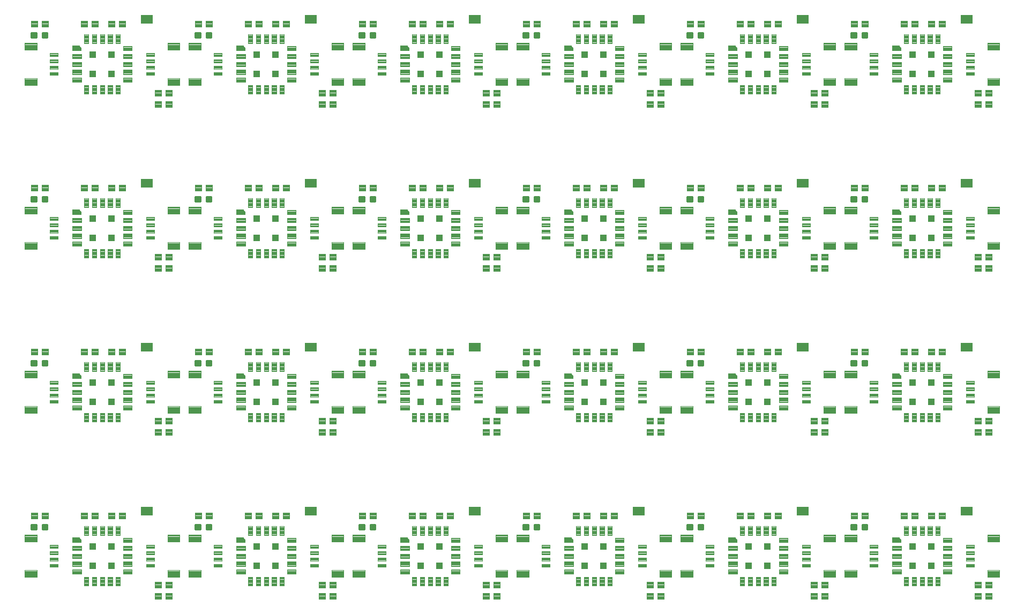
<source format=gtp>
G04 EAGLE Gerber RS-274X export*
G75*
%MOMM*%
%FSLAX34Y34*%
%LPD*%
%INSolderpaste Top*%
%IPPOS*%
%AMOC8*
5,1,8,0,0,1.08239X$1,22.5*%
G01*
%ADD10C,0.104000*%
%ADD11R,1.000000X1.000000*%
%ADD12C,0.096000*%
%ADD13C,0.102000*%
%ADD14C,0.100000*%
%ADD15C,0.300000*%
%ADD16R,1.879600X1.473200*%

G36*
X1389947Y925227D02*
X1389947Y925227D01*
X1389942Y925234D01*
X1389949Y925240D01*
X1389949Y930240D01*
X1389933Y930261D01*
X1389935Y930275D01*
X1386935Y933275D01*
X1386908Y933279D01*
X1386900Y933289D01*
X1374900Y933289D01*
X1374853Y933253D01*
X1374858Y933246D01*
X1374851Y933240D01*
X1374851Y925240D01*
X1374887Y925193D01*
X1374894Y925198D01*
X1374900Y925191D01*
X1389900Y925191D01*
X1389947Y925227D01*
G37*
G36*
X1130867Y925227D02*
X1130867Y925227D01*
X1130862Y925234D01*
X1130869Y925240D01*
X1130869Y930240D01*
X1130853Y930261D01*
X1130855Y930275D01*
X1127855Y933275D01*
X1127828Y933279D01*
X1127820Y933289D01*
X1115820Y933289D01*
X1115773Y933253D01*
X1115778Y933246D01*
X1115771Y933240D01*
X1115771Y925240D01*
X1115807Y925193D01*
X1115814Y925198D01*
X1115820Y925191D01*
X1130820Y925191D01*
X1130867Y925227D01*
G37*
G36*
X871787Y925227D02*
X871787Y925227D01*
X871782Y925234D01*
X871789Y925240D01*
X871789Y930240D01*
X871773Y930261D01*
X871775Y930275D01*
X868775Y933275D01*
X868748Y933279D01*
X868740Y933289D01*
X856740Y933289D01*
X856693Y933253D01*
X856698Y933246D01*
X856691Y933240D01*
X856691Y925240D01*
X856727Y925193D01*
X856734Y925198D01*
X856740Y925191D01*
X871740Y925191D01*
X871787Y925227D01*
G37*
G36*
X612707Y925227D02*
X612707Y925227D01*
X612702Y925234D01*
X612709Y925240D01*
X612709Y930240D01*
X612693Y930261D01*
X612695Y930275D01*
X609695Y933275D01*
X609668Y933279D01*
X609660Y933289D01*
X597660Y933289D01*
X597613Y933253D01*
X597618Y933246D01*
X597611Y933240D01*
X597611Y925240D01*
X597647Y925193D01*
X597654Y925198D01*
X597660Y925191D01*
X612660Y925191D01*
X612707Y925227D01*
G37*
G36*
X353627Y925227D02*
X353627Y925227D01*
X353622Y925234D01*
X353629Y925240D01*
X353629Y930240D01*
X353613Y930261D01*
X353615Y930275D01*
X350615Y933275D01*
X350588Y933279D01*
X350580Y933289D01*
X338580Y933289D01*
X338533Y933253D01*
X338538Y933246D01*
X338531Y933240D01*
X338531Y925240D01*
X338567Y925193D01*
X338574Y925198D01*
X338580Y925191D01*
X353580Y925191D01*
X353627Y925227D01*
G37*
G36*
X94547Y925227D02*
X94547Y925227D01*
X94542Y925234D01*
X94549Y925240D01*
X94549Y930240D01*
X94533Y930261D01*
X94535Y930275D01*
X91535Y933275D01*
X91508Y933279D01*
X91500Y933289D01*
X79500Y933289D01*
X79453Y933253D01*
X79458Y933246D01*
X79451Y933240D01*
X79451Y925240D01*
X79487Y925193D01*
X79494Y925198D01*
X79500Y925191D01*
X94500Y925191D01*
X94547Y925227D01*
G37*
G36*
X1389947Y666147D02*
X1389947Y666147D01*
X1389942Y666154D01*
X1389949Y666160D01*
X1389949Y671160D01*
X1389933Y671181D01*
X1389935Y671195D01*
X1386935Y674195D01*
X1386908Y674199D01*
X1386900Y674209D01*
X1374900Y674209D01*
X1374853Y674173D01*
X1374858Y674166D01*
X1374851Y674160D01*
X1374851Y666160D01*
X1374887Y666113D01*
X1374894Y666118D01*
X1374900Y666111D01*
X1389900Y666111D01*
X1389947Y666147D01*
G37*
G36*
X871787Y666147D02*
X871787Y666147D01*
X871782Y666154D01*
X871789Y666160D01*
X871789Y671160D01*
X871773Y671181D01*
X871775Y671195D01*
X868775Y674195D01*
X868748Y674199D01*
X868740Y674209D01*
X856740Y674209D01*
X856693Y674173D01*
X856698Y674166D01*
X856691Y674160D01*
X856691Y666160D01*
X856727Y666113D01*
X856734Y666118D01*
X856740Y666111D01*
X871740Y666111D01*
X871787Y666147D01*
G37*
G36*
X94547Y666147D02*
X94547Y666147D01*
X94542Y666154D01*
X94549Y666160D01*
X94549Y671160D01*
X94533Y671181D01*
X94535Y671195D01*
X91535Y674195D01*
X91508Y674199D01*
X91500Y674209D01*
X79500Y674209D01*
X79453Y674173D01*
X79458Y674166D01*
X79451Y674160D01*
X79451Y666160D01*
X79487Y666113D01*
X79494Y666118D01*
X79500Y666111D01*
X94500Y666111D01*
X94547Y666147D01*
G37*
G36*
X1130867Y666147D02*
X1130867Y666147D01*
X1130862Y666154D01*
X1130869Y666160D01*
X1130869Y671160D01*
X1130853Y671181D01*
X1130855Y671195D01*
X1127855Y674195D01*
X1127828Y674199D01*
X1127820Y674209D01*
X1115820Y674209D01*
X1115773Y674173D01*
X1115778Y674166D01*
X1115771Y674160D01*
X1115771Y666160D01*
X1115807Y666113D01*
X1115814Y666118D01*
X1115820Y666111D01*
X1130820Y666111D01*
X1130867Y666147D01*
G37*
G36*
X612707Y666147D02*
X612707Y666147D01*
X612702Y666154D01*
X612709Y666160D01*
X612709Y671160D01*
X612693Y671181D01*
X612695Y671195D01*
X609695Y674195D01*
X609668Y674199D01*
X609660Y674209D01*
X597660Y674209D01*
X597613Y674173D01*
X597618Y674166D01*
X597611Y674160D01*
X597611Y666160D01*
X597647Y666113D01*
X597654Y666118D01*
X597660Y666111D01*
X612660Y666111D01*
X612707Y666147D01*
G37*
G36*
X353627Y666147D02*
X353627Y666147D01*
X353622Y666154D01*
X353629Y666160D01*
X353629Y671160D01*
X353613Y671181D01*
X353615Y671195D01*
X350615Y674195D01*
X350588Y674199D01*
X350580Y674209D01*
X338580Y674209D01*
X338533Y674173D01*
X338538Y674166D01*
X338531Y674160D01*
X338531Y666160D01*
X338567Y666113D01*
X338574Y666118D01*
X338580Y666111D01*
X353580Y666111D01*
X353627Y666147D01*
G37*
G36*
X1389947Y407067D02*
X1389947Y407067D01*
X1389942Y407074D01*
X1389949Y407080D01*
X1389949Y412080D01*
X1389933Y412101D01*
X1389935Y412115D01*
X1386935Y415115D01*
X1386908Y415119D01*
X1386900Y415129D01*
X1374900Y415129D01*
X1374853Y415093D01*
X1374858Y415086D01*
X1374851Y415080D01*
X1374851Y407080D01*
X1374887Y407033D01*
X1374894Y407038D01*
X1374900Y407031D01*
X1389900Y407031D01*
X1389947Y407067D01*
G37*
G36*
X1130867Y407067D02*
X1130867Y407067D01*
X1130862Y407074D01*
X1130869Y407080D01*
X1130869Y412080D01*
X1130853Y412101D01*
X1130855Y412115D01*
X1127855Y415115D01*
X1127828Y415119D01*
X1127820Y415129D01*
X1115820Y415129D01*
X1115773Y415093D01*
X1115778Y415086D01*
X1115771Y415080D01*
X1115771Y407080D01*
X1115807Y407033D01*
X1115814Y407038D01*
X1115820Y407031D01*
X1130820Y407031D01*
X1130867Y407067D01*
G37*
G36*
X871787Y407067D02*
X871787Y407067D01*
X871782Y407074D01*
X871789Y407080D01*
X871789Y412080D01*
X871773Y412101D01*
X871775Y412115D01*
X868775Y415115D01*
X868748Y415119D01*
X868740Y415129D01*
X856740Y415129D01*
X856693Y415093D01*
X856698Y415086D01*
X856691Y415080D01*
X856691Y407080D01*
X856727Y407033D01*
X856734Y407038D01*
X856740Y407031D01*
X871740Y407031D01*
X871787Y407067D01*
G37*
G36*
X612707Y407067D02*
X612707Y407067D01*
X612702Y407074D01*
X612709Y407080D01*
X612709Y412080D01*
X612693Y412101D01*
X612695Y412115D01*
X609695Y415115D01*
X609668Y415119D01*
X609660Y415129D01*
X597660Y415129D01*
X597613Y415093D01*
X597618Y415086D01*
X597611Y415080D01*
X597611Y407080D01*
X597647Y407033D01*
X597654Y407038D01*
X597660Y407031D01*
X612660Y407031D01*
X612707Y407067D01*
G37*
G36*
X353627Y407067D02*
X353627Y407067D01*
X353622Y407074D01*
X353629Y407080D01*
X353629Y412080D01*
X353613Y412101D01*
X353615Y412115D01*
X350615Y415115D01*
X350588Y415119D01*
X350580Y415129D01*
X338580Y415129D01*
X338533Y415093D01*
X338538Y415086D01*
X338531Y415080D01*
X338531Y407080D01*
X338567Y407033D01*
X338574Y407038D01*
X338580Y407031D01*
X353580Y407031D01*
X353627Y407067D01*
G37*
G36*
X94547Y407067D02*
X94547Y407067D01*
X94542Y407074D01*
X94549Y407080D01*
X94549Y412080D01*
X94533Y412101D01*
X94535Y412115D01*
X91535Y415115D01*
X91508Y415119D01*
X91500Y415129D01*
X79500Y415129D01*
X79453Y415093D01*
X79458Y415086D01*
X79451Y415080D01*
X79451Y407080D01*
X79487Y407033D01*
X79494Y407038D01*
X79500Y407031D01*
X94500Y407031D01*
X94547Y407067D01*
G37*
G36*
X1389947Y147987D02*
X1389947Y147987D01*
X1389942Y147994D01*
X1389949Y148000D01*
X1389949Y153000D01*
X1389933Y153021D01*
X1389935Y153035D01*
X1386935Y156035D01*
X1386908Y156039D01*
X1386900Y156049D01*
X1374900Y156049D01*
X1374853Y156013D01*
X1374858Y156006D01*
X1374851Y156000D01*
X1374851Y148000D01*
X1374887Y147953D01*
X1374894Y147958D01*
X1374900Y147951D01*
X1389900Y147951D01*
X1389947Y147987D01*
G37*
G36*
X1130867Y147987D02*
X1130867Y147987D01*
X1130862Y147994D01*
X1130869Y148000D01*
X1130869Y153000D01*
X1130853Y153021D01*
X1130855Y153035D01*
X1127855Y156035D01*
X1127828Y156039D01*
X1127820Y156049D01*
X1115820Y156049D01*
X1115773Y156013D01*
X1115778Y156006D01*
X1115771Y156000D01*
X1115771Y148000D01*
X1115807Y147953D01*
X1115814Y147958D01*
X1115820Y147951D01*
X1130820Y147951D01*
X1130867Y147987D01*
G37*
G36*
X871787Y147987D02*
X871787Y147987D01*
X871782Y147994D01*
X871789Y148000D01*
X871789Y153000D01*
X871773Y153021D01*
X871775Y153035D01*
X868775Y156035D01*
X868748Y156039D01*
X868740Y156049D01*
X856740Y156049D01*
X856693Y156013D01*
X856698Y156006D01*
X856691Y156000D01*
X856691Y148000D01*
X856727Y147953D01*
X856734Y147958D01*
X856740Y147951D01*
X871740Y147951D01*
X871787Y147987D01*
G37*
G36*
X612707Y147987D02*
X612707Y147987D01*
X612702Y147994D01*
X612709Y148000D01*
X612709Y153000D01*
X612693Y153021D01*
X612695Y153035D01*
X609695Y156035D01*
X609668Y156039D01*
X609660Y156049D01*
X597660Y156049D01*
X597613Y156013D01*
X597618Y156006D01*
X597611Y156000D01*
X597611Y148000D01*
X597647Y147953D01*
X597654Y147958D01*
X597660Y147951D01*
X612660Y147951D01*
X612707Y147987D01*
G37*
G36*
X353627Y147987D02*
X353627Y147987D01*
X353622Y147994D01*
X353629Y148000D01*
X353629Y153000D01*
X353613Y153021D01*
X353615Y153035D01*
X350615Y156035D01*
X350588Y156039D01*
X350580Y156049D01*
X338580Y156049D01*
X338533Y156013D01*
X338538Y156006D01*
X338531Y156000D01*
X338531Y148000D01*
X338567Y147953D01*
X338574Y147958D01*
X338580Y147951D01*
X353580Y147951D01*
X353627Y147987D01*
G37*
G36*
X94547Y147987D02*
X94547Y147987D01*
X94542Y147994D01*
X94549Y148000D01*
X94549Y153000D01*
X94533Y153021D01*
X94535Y153035D01*
X91535Y156035D01*
X91508Y156039D01*
X91500Y156049D01*
X79500Y156049D01*
X79453Y156013D01*
X79458Y156006D01*
X79451Y156000D01*
X79451Y148000D01*
X79487Y147953D01*
X79494Y147958D01*
X79500Y147951D01*
X94500Y147951D01*
X94547Y147987D01*
G37*
D10*
X93980Y142980D02*
X93980Y136020D01*
X80020Y136020D01*
X80020Y142980D01*
X93980Y142980D01*
X93980Y137008D02*
X80020Y137008D01*
X80020Y137996D02*
X93980Y137996D01*
X93980Y138984D02*
X80020Y138984D01*
X80020Y139972D02*
X93980Y139972D01*
X93980Y140960D02*
X80020Y140960D01*
X80020Y141948D02*
X93980Y141948D01*
X93980Y142936D02*
X80020Y142936D01*
X93980Y130480D02*
X93980Y123520D01*
X80020Y123520D01*
X80020Y130480D01*
X93980Y130480D01*
X93980Y124508D02*
X80020Y124508D01*
X80020Y125496D02*
X93980Y125496D01*
X93980Y126484D02*
X80020Y126484D01*
X80020Y127472D02*
X93980Y127472D01*
X93980Y128460D02*
X80020Y128460D01*
X80020Y129448D02*
X93980Y129448D01*
X93980Y130436D02*
X80020Y130436D01*
X93980Y117980D02*
X93980Y111020D01*
X80020Y111020D01*
X80020Y117980D01*
X93980Y117980D01*
X93980Y112008D02*
X80020Y112008D01*
X80020Y112996D02*
X93980Y112996D01*
X93980Y113984D02*
X80020Y113984D01*
X80020Y114972D02*
X93980Y114972D01*
X93980Y115960D02*
X80020Y115960D01*
X80020Y116948D02*
X93980Y116948D01*
X93980Y117936D02*
X80020Y117936D01*
X93980Y105480D02*
X93980Y98520D01*
X80020Y98520D01*
X80020Y105480D01*
X93980Y105480D01*
X93980Y99508D02*
X80020Y99508D01*
X80020Y100496D02*
X93980Y100496D01*
X93980Y101484D02*
X80020Y101484D01*
X80020Y102472D02*
X93980Y102472D01*
X93980Y103460D02*
X80020Y103460D01*
X80020Y104448D02*
X93980Y104448D01*
X93980Y105436D02*
X80020Y105436D01*
D11*
X112000Y142000D03*
X142000Y142000D03*
X142000Y112000D03*
X112000Y112000D03*
D10*
X105480Y93980D02*
X98520Y93980D01*
X105480Y93980D02*
X105480Y80020D01*
X98520Y80020D01*
X98520Y93980D01*
X98520Y81008D02*
X105480Y81008D01*
X105480Y81996D02*
X98520Y81996D01*
X98520Y82984D02*
X105480Y82984D01*
X105480Y83972D02*
X98520Y83972D01*
X98520Y84960D02*
X105480Y84960D01*
X105480Y85948D02*
X98520Y85948D01*
X98520Y86936D02*
X105480Y86936D01*
X105480Y87924D02*
X98520Y87924D01*
X98520Y88912D02*
X105480Y88912D01*
X105480Y89900D02*
X98520Y89900D01*
X98520Y90888D02*
X105480Y90888D01*
X105480Y91876D02*
X98520Y91876D01*
X98520Y92864D02*
X105480Y92864D01*
X105480Y93852D02*
X98520Y93852D01*
X111020Y93980D02*
X117980Y93980D01*
X117980Y80020D01*
X111020Y80020D01*
X111020Y93980D01*
X111020Y81008D02*
X117980Y81008D01*
X117980Y81996D02*
X111020Y81996D01*
X111020Y82984D02*
X117980Y82984D01*
X117980Y83972D02*
X111020Y83972D01*
X111020Y84960D02*
X117980Y84960D01*
X117980Y85948D02*
X111020Y85948D01*
X111020Y86936D02*
X117980Y86936D01*
X117980Y87924D02*
X111020Y87924D01*
X111020Y88912D02*
X117980Y88912D01*
X117980Y89900D02*
X111020Y89900D01*
X111020Y90888D02*
X117980Y90888D01*
X117980Y91876D02*
X111020Y91876D01*
X111020Y92864D02*
X117980Y92864D01*
X117980Y93852D02*
X111020Y93852D01*
X123520Y93980D02*
X130480Y93980D01*
X130480Y80020D01*
X123520Y80020D01*
X123520Y93980D01*
X123520Y81008D02*
X130480Y81008D01*
X130480Y81996D02*
X123520Y81996D01*
X123520Y82984D02*
X130480Y82984D01*
X130480Y83972D02*
X123520Y83972D01*
X123520Y84960D02*
X130480Y84960D01*
X130480Y85948D02*
X123520Y85948D01*
X123520Y86936D02*
X130480Y86936D01*
X130480Y87924D02*
X123520Y87924D01*
X123520Y88912D02*
X130480Y88912D01*
X130480Y89900D02*
X123520Y89900D01*
X123520Y90888D02*
X130480Y90888D01*
X130480Y91876D02*
X123520Y91876D01*
X123520Y92864D02*
X130480Y92864D01*
X130480Y93852D02*
X123520Y93852D01*
X136020Y93980D02*
X142980Y93980D01*
X142980Y80020D01*
X136020Y80020D01*
X136020Y93980D01*
X136020Y81008D02*
X142980Y81008D01*
X142980Y81996D02*
X136020Y81996D01*
X136020Y82984D02*
X142980Y82984D01*
X142980Y83972D02*
X136020Y83972D01*
X136020Y84960D02*
X142980Y84960D01*
X142980Y85948D02*
X136020Y85948D01*
X136020Y86936D02*
X142980Y86936D01*
X142980Y87924D02*
X136020Y87924D01*
X136020Y88912D02*
X142980Y88912D01*
X142980Y89900D02*
X136020Y89900D01*
X136020Y90888D02*
X142980Y90888D01*
X142980Y91876D02*
X136020Y91876D01*
X136020Y92864D02*
X142980Y92864D01*
X142980Y93852D02*
X136020Y93852D01*
X148520Y93980D02*
X155480Y93980D01*
X155480Y80020D01*
X148520Y80020D01*
X148520Y93980D01*
X148520Y81008D02*
X155480Y81008D01*
X155480Y81996D02*
X148520Y81996D01*
X148520Y82984D02*
X155480Y82984D01*
X155480Y83972D02*
X148520Y83972D01*
X148520Y84960D02*
X155480Y84960D01*
X155480Y85948D02*
X148520Y85948D01*
X148520Y86936D02*
X155480Y86936D01*
X155480Y87924D02*
X148520Y87924D01*
X148520Y88912D02*
X155480Y88912D01*
X155480Y89900D02*
X148520Y89900D01*
X148520Y90888D02*
X155480Y90888D01*
X155480Y91876D02*
X148520Y91876D01*
X148520Y92864D02*
X155480Y92864D01*
X155480Y93852D02*
X148520Y93852D01*
X160020Y98520D02*
X160020Y105480D01*
X173980Y105480D01*
X173980Y98520D01*
X160020Y98520D01*
X160020Y99508D02*
X173980Y99508D01*
X173980Y100496D02*
X160020Y100496D01*
X160020Y101484D02*
X173980Y101484D01*
X173980Y102472D02*
X160020Y102472D01*
X160020Y103460D02*
X173980Y103460D01*
X173980Y104448D02*
X160020Y104448D01*
X160020Y105436D02*
X173980Y105436D01*
X160020Y111020D02*
X160020Y117980D01*
X173980Y117980D01*
X173980Y111020D01*
X160020Y111020D01*
X160020Y112008D02*
X173980Y112008D01*
X173980Y112996D02*
X160020Y112996D01*
X160020Y113984D02*
X173980Y113984D01*
X173980Y114972D02*
X160020Y114972D01*
X160020Y115960D02*
X173980Y115960D01*
X173980Y116948D02*
X160020Y116948D01*
X160020Y117936D02*
X173980Y117936D01*
X160020Y123520D02*
X160020Y130480D01*
X173980Y130480D01*
X173980Y123520D01*
X160020Y123520D01*
X160020Y124508D02*
X173980Y124508D01*
X173980Y125496D02*
X160020Y125496D01*
X160020Y126484D02*
X173980Y126484D01*
X173980Y127472D02*
X160020Y127472D01*
X160020Y128460D02*
X173980Y128460D01*
X173980Y129448D02*
X160020Y129448D01*
X160020Y130436D02*
X173980Y130436D01*
X160020Y136020D02*
X160020Y142980D01*
X173980Y142980D01*
X173980Y136020D01*
X160020Y136020D01*
X160020Y137008D02*
X173980Y137008D01*
X173980Y137996D02*
X160020Y137996D01*
X160020Y138984D02*
X173980Y138984D01*
X173980Y139972D02*
X160020Y139972D01*
X160020Y140960D02*
X173980Y140960D01*
X173980Y141948D02*
X160020Y141948D01*
X160020Y142936D02*
X173980Y142936D01*
X160020Y148520D02*
X160020Y155480D01*
X173980Y155480D01*
X173980Y148520D01*
X160020Y148520D01*
X160020Y149508D02*
X173980Y149508D01*
X173980Y150496D02*
X160020Y150496D01*
X160020Y151484D02*
X173980Y151484D01*
X173980Y152472D02*
X160020Y152472D01*
X160020Y153460D02*
X173980Y153460D01*
X173980Y154448D02*
X160020Y154448D01*
X160020Y155436D02*
X173980Y155436D01*
X155480Y160020D02*
X148520Y160020D01*
X148520Y173980D01*
X155480Y173980D01*
X155480Y160020D01*
X155480Y161008D02*
X148520Y161008D01*
X148520Y161996D02*
X155480Y161996D01*
X155480Y162984D02*
X148520Y162984D01*
X148520Y163972D02*
X155480Y163972D01*
X155480Y164960D02*
X148520Y164960D01*
X148520Y165948D02*
X155480Y165948D01*
X155480Y166936D02*
X148520Y166936D01*
X148520Y167924D02*
X155480Y167924D01*
X155480Y168912D02*
X148520Y168912D01*
X148520Y169900D02*
X155480Y169900D01*
X155480Y170888D02*
X148520Y170888D01*
X148520Y171876D02*
X155480Y171876D01*
X155480Y172864D02*
X148520Y172864D01*
X148520Y173852D02*
X155480Y173852D01*
X142980Y160020D02*
X136020Y160020D01*
X136020Y173980D01*
X142980Y173980D01*
X142980Y160020D01*
X142980Y161008D02*
X136020Y161008D01*
X136020Y161996D02*
X142980Y161996D01*
X142980Y162984D02*
X136020Y162984D01*
X136020Y163972D02*
X142980Y163972D01*
X142980Y164960D02*
X136020Y164960D01*
X136020Y165948D02*
X142980Y165948D01*
X142980Y166936D02*
X136020Y166936D01*
X136020Y167924D02*
X142980Y167924D01*
X142980Y168912D02*
X136020Y168912D01*
X136020Y169900D02*
X142980Y169900D01*
X142980Y170888D02*
X136020Y170888D01*
X136020Y171876D02*
X142980Y171876D01*
X142980Y172864D02*
X136020Y172864D01*
X136020Y173852D02*
X142980Y173852D01*
X130480Y160020D02*
X123520Y160020D01*
X123520Y173980D01*
X130480Y173980D01*
X130480Y160020D01*
X130480Y161008D02*
X123520Y161008D01*
X123520Y161996D02*
X130480Y161996D01*
X130480Y162984D02*
X123520Y162984D01*
X123520Y163972D02*
X130480Y163972D01*
X130480Y164960D02*
X123520Y164960D01*
X123520Y165948D02*
X130480Y165948D01*
X130480Y166936D02*
X123520Y166936D01*
X123520Y167924D02*
X130480Y167924D01*
X130480Y168912D02*
X123520Y168912D01*
X123520Y169900D02*
X130480Y169900D01*
X130480Y170888D02*
X123520Y170888D01*
X123520Y171876D02*
X130480Y171876D01*
X130480Y172864D02*
X123520Y172864D01*
X123520Y173852D02*
X130480Y173852D01*
X117980Y160020D02*
X111020Y160020D01*
X111020Y173980D01*
X117980Y173980D01*
X117980Y160020D01*
X117980Y161008D02*
X111020Y161008D01*
X111020Y161996D02*
X117980Y161996D01*
X117980Y162984D02*
X111020Y162984D01*
X111020Y163972D02*
X117980Y163972D01*
X117980Y164960D02*
X111020Y164960D01*
X111020Y165948D02*
X117980Y165948D01*
X117980Y166936D02*
X111020Y166936D01*
X111020Y167924D02*
X117980Y167924D01*
X117980Y168912D02*
X111020Y168912D01*
X111020Y169900D02*
X117980Y169900D01*
X117980Y170888D02*
X111020Y170888D01*
X111020Y171876D02*
X117980Y171876D01*
X117980Y172864D02*
X111020Y172864D01*
X111020Y173852D02*
X117980Y173852D01*
X105480Y160020D02*
X98520Y160020D01*
X98520Y173980D01*
X105480Y173980D01*
X105480Y160020D01*
X105480Y161008D02*
X98520Y161008D01*
X98520Y161996D02*
X105480Y161996D01*
X105480Y162984D02*
X98520Y162984D01*
X98520Y163972D02*
X105480Y163972D01*
X105480Y164960D02*
X98520Y164960D01*
X98520Y165948D02*
X105480Y165948D01*
X105480Y166936D02*
X98520Y166936D01*
X98520Y167924D02*
X105480Y167924D01*
X105480Y168912D02*
X98520Y168912D01*
X98520Y169900D02*
X105480Y169900D01*
X105480Y170888D02*
X98520Y170888D01*
X98520Y171876D02*
X105480Y171876D01*
X105480Y172864D02*
X98520Y172864D01*
X98520Y173852D02*
X105480Y173852D01*
D12*
X249470Y104520D02*
X249470Y93480D01*
X230430Y93480D01*
X230430Y104520D01*
X249470Y104520D01*
X249470Y94392D02*
X230430Y94392D01*
X230430Y95304D02*
X249470Y95304D01*
X249470Y96216D02*
X230430Y96216D01*
X230430Y97128D02*
X249470Y97128D01*
X249470Y98040D02*
X230430Y98040D01*
X230430Y98952D02*
X249470Y98952D01*
X249470Y99864D02*
X230430Y99864D01*
X230430Y100776D02*
X249470Y100776D01*
X249470Y101688D02*
X230430Y101688D01*
X230430Y102600D02*
X249470Y102600D01*
X249470Y103512D02*
X230430Y103512D01*
X230430Y104424D02*
X249470Y104424D01*
X249470Y149480D02*
X249470Y160520D01*
X249470Y149480D02*
X230430Y149480D01*
X230430Y160520D01*
X249470Y160520D01*
X249470Y150392D02*
X230430Y150392D01*
X230430Y151304D02*
X249470Y151304D01*
X249470Y152216D02*
X230430Y152216D01*
X230430Y153128D02*
X249470Y153128D01*
X249470Y154040D02*
X230430Y154040D01*
X230430Y154952D02*
X249470Y154952D01*
X249470Y155864D02*
X230430Y155864D01*
X230430Y156776D02*
X249470Y156776D01*
X249470Y157688D02*
X230430Y157688D01*
X230430Y158600D02*
X249470Y158600D01*
X249470Y159512D02*
X230430Y159512D01*
X230430Y160424D02*
X249470Y160424D01*
D13*
X209440Y114490D02*
X209440Y109510D01*
X196960Y109510D01*
X196960Y114490D01*
X209440Y114490D01*
X209440Y110479D02*
X196960Y110479D01*
X196960Y111448D02*
X209440Y111448D01*
X209440Y112417D02*
X196960Y112417D01*
X196960Y113386D02*
X209440Y113386D01*
X209440Y114355D02*
X196960Y114355D01*
X209440Y119510D02*
X209440Y124490D01*
X209440Y119510D02*
X196960Y119510D01*
X196960Y124490D01*
X209440Y124490D01*
X209440Y120479D02*
X196960Y120479D01*
X196960Y121448D02*
X209440Y121448D01*
X209440Y122417D02*
X196960Y122417D01*
X196960Y123386D02*
X209440Y123386D01*
X209440Y124355D02*
X196960Y124355D01*
X209440Y129510D02*
X209440Y134490D01*
X209440Y129510D02*
X196960Y129510D01*
X196960Y134490D01*
X209440Y134490D01*
X209440Y130479D02*
X196960Y130479D01*
X196960Y131448D02*
X209440Y131448D01*
X209440Y132417D02*
X196960Y132417D01*
X196960Y133386D02*
X209440Y133386D01*
X209440Y134355D02*
X196960Y134355D01*
X209440Y139510D02*
X209440Y144490D01*
X209440Y139510D02*
X196960Y139510D01*
X196960Y144490D01*
X209440Y144490D01*
X209440Y140479D02*
X196960Y140479D01*
X196960Y141448D02*
X209440Y141448D01*
X209440Y142417D02*
X196960Y142417D01*
X196960Y143386D02*
X209440Y143386D01*
X209440Y144355D02*
X196960Y144355D01*
D12*
X4530Y149480D02*
X4530Y160520D01*
X23570Y160520D01*
X23570Y149480D01*
X4530Y149480D01*
X4530Y150392D02*
X23570Y150392D01*
X23570Y151304D02*
X4530Y151304D01*
X4530Y152216D02*
X23570Y152216D01*
X23570Y153128D02*
X4530Y153128D01*
X4530Y154040D02*
X23570Y154040D01*
X23570Y154952D02*
X4530Y154952D01*
X4530Y155864D02*
X23570Y155864D01*
X23570Y156776D02*
X4530Y156776D01*
X4530Y157688D02*
X23570Y157688D01*
X23570Y158600D02*
X4530Y158600D01*
X4530Y159512D02*
X23570Y159512D01*
X23570Y160424D02*
X4530Y160424D01*
X4530Y104520D02*
X4530Y93480D01*
X4530Y104520D02*
X23570Y104520D01*
X23570Y93480D01*
X4530Y93480D01*
X4530Y94392D02*
X23570Y94392D01*
X23570Y95304D02*
X4530Y95304D01*
X4530Y96216D02*
X23570Y96216D01*
X23570Y97128D02*
X4530Y97128D01*
X4530Y98040D02*
X23570Y98040D01*
X23570Y98952D02*
X4530Y98952D01*
X4530Y99864D02*
X23570Y99864D01*
X23570Y100776D02*
X4530Y100776D01*
X4530Y101688D02*
X23570Y101688D01*
X23570Y102600D02*
X4530Y102600D01*
X4530Y103512D02*
X23570Y103512D01*
X23570Y104424D02*
X4530Y104424D01*
D13*
X44560Y139510D02*
X44560Y144490D01*
X57040Y144490D01*
X57040Y139510D01*
X44560Y139510D01*
X44560Y140479D02*
X57040Y140479D01*
X57040Y141448D02*
X44560Y141448D01*
X44560Y142417D02*
X57040Y142417D01*
X57040Y143386D02*
X44560Y143386D01*
X44560Y144355D02*
X57040Y144355D01*
X44560Y134490D02*
X44560Y129510D01*
X44560Y134490D02*
X57040Y134490D01*
X57040Y129510D01*
X44560Y129510D01*
X44560Y130479D02*
X57040Y130479D01*
X57040Y131448D02*
X44560Y131448D01*
X44560Y132417D02*
X57040Y132417D01*
X57040Y133386D02*
X44560Y133386D01*
X44560Y134355D02*
X57040Y134355D01*
X44560Y124490D02*
X44560Y119510D01*
X44560Y124490D02*
X57040Y124490D01*
X57040Y119510D01*
X44560Y119510D01*
X44560Y120479D02*
X57040Y120479D01*
X57040Y121448D02*
X44560Y121448D01*
X44560Y122417D02*
X57040Y122417D01*
X57040Y123386D02*
X44560Y123386D01*
X44560Y124355D02*
X57040Y124355D01*
X44560Y114490D02*
X44560Y109510D01*
X44560Y114490D02*
X57040Y114490D01*
X57040Y109510D01*
X44560Y109510D01*
X44560Y110479D02*
X57040Y110479D01*
X57040Y111448D02*
X44560Y111448D01*
X44560Y112417D02*
X57040Y112417D01*
X57040Y113386D02*
X44560Y113386D01*
X44560Y114355D02*
X57040Y114355D01*
D14*
X210020Y76780D02*
X220020Y76780D01*
X210020Y76780D02*
X210020Y85780D01*
X220020Y85780D01*
X220020Y76780D01*
X220020Y77730D02*
X210020Y77730D01*
X210020Y78680D02*
X220020Y78680D01*
X220020Y79630D02*
X210020Y79630D01*
X210020Y80580D02*
X220020Y80580D01*
X220020Y81530D02*
X210020Y81530D01*
X210020Y82480D02*
X220020Y82480D01*
X220020Y83430D02*
X210020Y83430D01*
X210020Y84380D02*
X220020Y84380D01*
X220020Y85330D02*
X210020Y85330D01*
X227020Y76780D02*
X237020Y76780D01*
X227020Y76780D02*
X227020Y85780D01*
X237020Y85780D01*
X237020Y76780D01*
X237020Y77730D02*
X227020Y77730D01*
X227020Y78680D02*
X237020Y78680D01*
X237020Y79630D02*
X227020Y79630D01*
X227020Y80580D02*
X237020Y80580D01*
X237020Y81530D02*
X227020Y81530D01*
X227020Y82480D02*
X237020Y82480D01*
X237020Y83430D02*
X227020Y83430D01*
X227020Y84380D02*
X237020Y84380D01*
X237020Y85330D02*
X227020Y85330D01*
X220020Y59000D02*
X210020Y59000D01*
X210020Y68000D01*
X220020Y68000D01*
X220020Y59000D01*
X220020Y59950D02*
X210020Y59950D01*
X210020Y60900D02*
X220020Y60900D01*
X220020Y61850D02*
X210020Y61850D01*
X210020Y62800D02*
X220020Y62800D01*
X220020Y63750D02*
X210020Y63750D01*
X210020Y64700D02*
X220020Y64700D01*
X220020Y65650D02*
X210020Y65650D01*
X210020Y66600D02*
X220020Y66600D01*
X220020Y67550D02*
X210020Y67550D01*
X227020Y59000D02*
X237020Y59000D01*
X227020Y59000D02*
X227020Y68000D01*
X237020Y68000D01*
X237020Y59000D01*
X237020Y59950D02*
X227020Y59950D01*
X227020Y60900D02*
X237020Y60900D01*
X237020Y61850D02*
X227020Y61850D01*
X227020Y62800D02*
X237020Y62800D01*
X237020Y63750D02*
X227020Y63750D01*
X227020Y64700D02*
X237020Y64700D01*
X237020Y65650D02*
X227020Y65650D01*
X227020Y66600D02*
X237020Y66600D01*
X237020Y67550D02*
X227020Y67550D01*
X120180Y195000D02*
X110180Y195000D01*
X120180Y195000D02*
X120180Y186000D01*
X110180Y186000D01*
X110180Y195000D01*
X110180Y186950D02*
X120180Y186950D01*
X120180Y187900D02*
X110180Y187900D01*
X110180Y188850D02*
X120180Y188850D01*
X120180Y189800D02*
X110180Y189800D01*
X110180Y190750D02*
X120180Y190750D01*
X120180Y191700D02*
X110180Y191700D01*
X110180Y192650D02*
X120180Y192650D01*
X120180Y193600D02*
X110180Y193600D01*
X110180Y194550D02*
X120180Y194550D01*
X103180Y195000D02*
X93180Y195000D01*
X103180Y195000D02*
X103180Y186000D01*
X93180Y186000D01*
X93180Y195000D01*
X93180Y186950D02*
X103180Y186950D01*
X103180Y187900D02*
X93180Y187900D01*
X93180Y188850D02*
X103180Y188850D01*
X103180Y189800D02*
X93180Y189800D01*
X93180Y190750D02*
X103180Y190750D01*
X103180Y191700D02*
X93180Y191700D01*
X93180Y192650D02*
X103180Y192650D01*
X103180Y193600D02*
X93180Y193600D01*
X93180Y194550D02*
X103180Y194550D01*
X136360Y186000D02*
X146360Y186000D01*
X136360Y186000D02*
X136360Y195000D01*
X146360Y195000D01*
X146360Y186000D01*
X146360Y186950D02*
X136360Y186950D01*
X136360Y187900D02*
X146360Y187900D01*
X146360Y188850D02*
X136360Y188850D01*
X136360Y189800D02*
X146360Y189800D01*
X146360Y190750D02*
X136360Y190750D01*
X136360Y191700D02*
X146360Y191700D01*
X146360Y192650D02*
X136360Y192650D01*
X136360Y193600D02*
X146360Y193600D01*
X146360Y194550D02*
X136360Y194550D01*
X153360Y186000D02*
X163360Y186000D01*
X153360Y186000D02*
X153360Y195000D01*
X163360Y195000D01*
X163360Y186000D01*
X163360Y186950D02*
X153360Y186950D01*
X153360Y187900D02*
X163360Y187900D01*
X163360Y188850D02*
X153360Y188850D01*
X153360Y189800D02*
X163360Y189800D01*
X163360Y190750D02*
X153360Y190750D01*
X153360Y191700D02*
X163360Y191700D01*
X163360Y192650D02*
X153360Y192650D01*
X153360Y193600D02*
X163360Y193600D01*
X163360Y194550D02*
X153360Y194550D01*
D15*
X22670Y176220D02*
X22670Y169220D01*
X15670Y169220D01*
X15670Y176220D01*
X22670Y176220D01*
X22670Y172070D02*
X15670Y172070D01*
X15670Y174920D02*
X22670Y174920D01*
X40210Y176220D02*
X40210Y169220D01*
X33210Y169220D01*
X33210Y176220D01*
X40210Y176220D01*
X40210Y172070D02*
X33210Y172070D01*
X33210Y174920D02*
X40210Y174920D01*
D14*
X41440Y195000D02*
X31440Y195000D01*
X41440Y195000D02*
X41440Y186000D01*
X31440Y186000D01*
X31440Y195000D01*
X31440Y186950D02*
X41440Y186950D01*
X41440Y187900D02*
X31440Y187900D01*
X31440Y188850D02*
X41440Y188850D01*
X41440Y189800D02*
X31440Y189800D01*
X31440Y190750D02*
X41440Y190750D01*
X41440Y191700D02*
X31440Y191700D01*
X31440Y192650D02*
X41440Y192650D01*
X41440Y193600D02*
X31440Y193600D01*
X31440Y194550D02*
X41440Y194550D01*
X24440Y195000D02*
X14440Y195000D01*
X24440Y195000D02*
X24440Y186000D01*
X14440Y186000D01*
X14440Y195000D01*
X14440Y186950D02*
X24440Y186950D01*
X24440Y187900D02*
X14440Y187900D01*
X14440Y188850D02*
X24440Y188850D01*
X24440Y189800D02*
X14440Y189800D01*
X14440Y190750D02*
X24440Y190750D01*
X24440Y191700D02*
X14440Y191700D01*
X14440Y192650D02*
X24440Y192650D01*
X24440Y193600D02*
X14440Y193600D01*
X14440Y194550D02*
X24440Y194550D01*
D16*
X197866Y198120D03*
D10*
X353060Y142980D02*
X353060Y136020D01*
X339100Y136020D01*
X339100Y142980D01*
X353060Y142980D01*
X353060Y137008D02*
X339100Y137008D01*
X339100Y137996D02*
X353060Y137996D01*
X353060Y138984D02*
X339100Y138984D01*
X339100Y139972D02*
X353060Y139972D01*
X353060Y140960D02*
X339100Y140960D01*
X339100Y141948D02*
X353060Y141948D01*
X353060Y142936D02*
X339100Y142936D01*
X353060Y130480D02*
X353060Y123520D01*
X339100Y123520D01*
X339100Y130480D01*
X353060Y130480D01*
X353060Y124508D02*
X339100Y124508D01*
X339100Y125496D02*
X353060Y125496D01*
X353060Y126484D02*
X339100Y126484D01*
X339100Y127472D02*
X353060Y127472D01*
X353060Y128460D02*
X339100Y128460D01*
X339100Y129448D02*
X353060Y129448D01*
X353060Y130436D02*
X339100Y130436D01*
X353060Y117980D02*
X353060Y111020D01*
X339100Y111020D01*
X339100Y117980D01*
X353060Y117980D01*
X353060Y112008D02*
X339100Y112008D01*
X339100Y112996D02*
X353060Y112996D01*
X353060Y113984D02*
X339100Y113984D01*
X339100Y114972D02*
X353060Y114972D01*
X353060Y115960D02*
X339100Y115960D01*
X339100Y116948D02*
X353060Y116948D01*
X353060Y117936D02*
X339100Y117936D01*
X353060Y105480D02*
X353060Y98520D01*
X339100Y98520D01*
X339100Y105480D01*
X353060Y105480D01*
X353060Y99508D02*
X339100Y99508D01*
X339100Y100496D02*
X353060Y100496D01*
X353060Y101484D02*
X339100Y101484D01*
X339100Y102472D02*
X353060Y102472D01*
X353060Y103460D02*
X339100Y103460D01*
X339100Y104448D02*
X353060Y104448D01*
X353060Y105436D02*
X339100Y105436D01*
D11*
X371080Y142000D03*
X401080Y142000D03*
X401080Y112000D03*
X371080Y112000D03*
D10*
X364560Y93980D02*
X357600Y93980D01*
X364560Y93980D02*
X364560Y80020D01*
X357600Y80020D01*
X357600Y93980D01*
X357600Y81008D02*
X364560Y81008D01*
X364560Y81996D02*
X357600Y81996D01*
X357600Y82984D02*
X364560Y82984D01*
X364560Y83972D02*
X357600Y83972D01*
X357600Y84960D02*
X364560Y84960D01*
X364560Y85948D02*
X357600Y85948D01*
X357600Y86936D02*
X364560Y86936D01*
X364560Y87924D02*
X357600Y87924D01*
X357600Y88912D02*
X364560Y88912D01*
X364560Y89900D02*
X357600Y89900D01*
X357600Y90888D02*
X364560Y90888D01*
X364560Y91876D02*
X357600Y91876D01*
X357600Y92864D02*
X364560Y92864D01*
X364560Y93852D02*
X357600Y93852D01*
X370100Y93980D02*
X377060Y93980D01*
X377060Y80020D01*
X370100Y80020D01*
X370100Y93980D01*
X370100Y81008D02*
X377060Y81008D01*
X377060Y81996D02*
X370100Y81996D01*
X370100Y82984D02*
X377060Y82984D01*
X377060Y83972D02*
X370100Y83972D01*
X370100Y84960D02*
X377060Y84960D01*
X377060Y85948D02*
X370100Y85948D01*
X370100Y86936D02*
X377060Y86936D01*
X377060Y87924D02*
X370100Y87924D01*
X370100Y88912D02*
X377060Y88912D01*
X377060Y89900D02*
X370100Y89900D01*
X370100Y90888D02*
X377060Y90888D01*
X377060Y91876D02*
X370100Y91876D01*
X370100Y92864D02*
X377060Y92864D01*
X377060Y93852D02*
X370100Y93852D01*
X382600Y93980D02*
X389560Y93980D01*
X389560Y80020D01*
X382600Y80020D01*
X382600Y93980D01*
X382600Y81008D02*
X389560Y81008D01*
X389560Y81996D02*
X382600Y81996D01*
X382600Y82984D02*
X389560Y82984D01*
X389560Y83972D02*
X382600Y83972D01*
X382600Y84960D02*
X389560Y84960D01*
X389560Y85948D02*
X382600Y85948D01*
X382600Y86936D02*
X389560Y86936D01*
X389560Y87924D02*
X382600Y87924D01*
X382600Y88912D02*
X389560Y88912D01*
X389560Y89900D02*
X382600Y89900D01*
X382600Y90888D02*
X389560Y90888D01*
X389560Y91876D02*
X382600Y91876D01*
X382600Y92864D02*
X389560Y92864D01*
X389560Y93852D02*
X382600Y93852D01*
X395100Y93980D02*
X402060Y93980D01*
X402060Y80020D01*
X395100Y80020D01*
X395100Y93980D01*
X395100Y81008D02*
X402060Y81008D01*
X402060Y81996D02*
X395100Y81996D01*
X395100Y82984D02*
X402060Y82984D01*
X402060Y83972D02*
X395100Y83972D01*
X395100Y84960D02*
X402060Y84960D01*
X402060Y85948D02*
X395100Y85948D01*
X395100Y86936D02*
X402060Y86936D01*
X402060Y87924D02*
X395100Y87924D01*
X395100Y88912D02*
X402060Y88912D01*
X402060Y89900D02*
X395100Y89900D01*
X395100Y90888D02*
X402060Y90888D01*
X402060Y91876D02*
X395100Y91876D01*
X395100Y92864D02*
X402060Y92864D01*
X402060Y93852D02*
X395100Y93852D01*
X407600Y93980D02*
X414560Y93980D01*
X414560Y80020D01*
X407600Y80020D01*
X407600Y93980D01*
X407600Y81008D02*
X414560Y81008D01*
X414560Y81996D02*
X407600Y81996D01*
X407600Y82984D02*
X414560Y82984D01*
X414560Y83972D02*
X407600Y83972D01*
X407600Y84960D02*
X414560Y84960D01*
X414560Y85948D02*
X407600Y85948D01*
X407600Y86936D02*
X414560Y86936D01*
X414560Y87924D02*
X407600Y87924D01*
X407600Y88912D02*
X414560Y88912D01*
X414560Y89900D02*
X407600Y89900D01*
X407600Y90888D02*
X414560Y90888D01*
X414560Y91876D02*
X407600Y91876D01*
X407600Y92864D02*
X414560Y92864D01*
X414560Y93852D02*
X407600Y93852D01*
X419100Y98520D02*
X419100Y105480D01*
X433060Y105480D01*
X433060Y98520D01*
X419100Y98520D01*
X419100Y99508D02*
X433060Y99508D01*
X433060Y100496D02*
X419100Y100496D01*
X419100Y101484D02*
X433060Y101484D01*
X433060Y102472D02*
X419100Y102472D01*
X419100Y103460D02*
X433060Y103460D01*
X433060Y104448D02*
X419100Y104448D01*
X419100Y105436D02*
X433060Y105436D01*
X419100Y111020D02*
X419100Y117980D01*
X433060Y117980D01*
X433060Y111020D01*
X419100Y111020D01*
X419100Y112008D02*
X433060Y112008D01*
X433060Y112996D02*
X419100Y112996D01*
X419100Y113984D02*
X433060Y113984D01*
X433060Y114972D02*
X419100Y114972D01*
X419100Y115960D02*
X433060Y115960D01*
X433060Y116948D02*
X419100Y116948D01*
X419100Y117936D02*
X433060Y117936D01*
X419100Y123520D02*
X419100Y130480D01*
X433060Y130480D01*
X433060Y123520D01*
X419100Y123520D01*
X419100Y124508D02*
X433060Y124508D01*
X433060Y125496D02*
X419100Y125496D01*
X419100Y126484D02*
X433060Y126484D01*
X433060Y127472D02*
X419100Y127472D01*
X419100Y128460D02*
X433060Y128460D01*
X433060Y129448D02*
X419100Y129448D01*
X419100Y130436D02*
X433060Y130436D01*
X419100Y136020D02*
X419100Y142980D01*
X433060Y142980D01*
X433060Y136020D01*
X419100Y136020D01*
X419100Y137008D02*
X433060Y137008D01*
X433060Y137996D02*
X419100Y137996D01*
X419100Y138984D02*
X433060Y138984D01*
X433060Y139972D02*
X419100Y139972D01*
X419100Y140960D02*
X433060Y140960D01*
X433060Y141948D02*
X419100Y141948D01*
X419100Y142936D02*
X433060Y142936D01*
X419100Y148520D02*
X419100Y155480D01*
X433060Y155480D01*
X433060Y148520D01*
X419100Y148520D01*
X419100Y149508D02*
X433060Y149508D01*
X433060Y150496D02*
X419100Y150496D01*
X419100Y151484D02*
X433060Y151484D01*
X433060Y152472D02*
X419100Y152472D01*
X419100Y153460D02*
X433060Y153460D01*
X433060Y154448D02*
X419100Y154448D01*
X419100Y155436D02*
X433060Y155436D01*
X414560Y160020D02*
X407600Y160020D01*
X407600Y173980D01*
X414560Y173980D01*
X414560Y160020D01*
X414560Y161008D02*
X407600Y161008D01*
X407600Y161996D02*
X414560Y161996D01*
X414560Y162984D02*
X407600Y162984D01*
X407600Y163972D02*
X414560Y163972D01*
X414560Y164960D02*
X407600Y164960D01*
X407600Y165948D02*
X414560Y165948D01*
X414560Y166936D02*
X407600Y166936D01*
X407600Y167924D02*
X414560Y167924D01*
X414560Y168912D02*
X407600Y168912D01*
X407600Y169900D02*
X414560Y169900D01*
X414560Y170888D02*
X407600Y170888D01*
X407600Y171876D02*
X414560Y171876D01*
X414560Y172864D02*
X407600Y172864D01*
X407600Y173852D02*
X414560Y173852D01*
X402060Y160020D02*
X395100Y160020D01*
X395100Y173980D01*
X402060Y173980D01*
X402060Y160020D01*
X402060Y161008D02*
X395100Y161008D01*
X395100Y161996D02*
X402060Y161996D01*
X402060Y162984D02*
X395100Y162984D01*
X395100Y163972D02*
X402060Y163972D01*
X402060Y164960D02*
X395100Y164960D01*
X395100Y165948D02*
X402060Y165948D01*
X402060Y166936D02*
X395100Y166936D01*
X395100Y167924D02*
X402060Y167924D01*
X402060Y168912D02*
X395100Y168912D01*
X395100Y169900D02*
X402060Y169900D01*
X402060Y170888D02*
X395100Y170888D01*
X395100Y171876D02*
X402060Y171876D01*
X402060Y172864D02*
X395100Y172864D01*
X395100Y173852D02*
X402060Y173852D01*
X389560Y160020D02*
X382600Y160020D01*
X382600Y173980D01*
X389560Y173980D01*
X389560Y160020D01*
X389560Y161008D02*
X382600Y161008D01*
X382600Y161996D02*
X389560Y161996D01*
X389560Y162984D02*
X382600Y162984D01*
X382600Y163972D02*
X389560Y163972D01*
X389560Y164960D02*
X382600Y164960D01*
X382600Y165948D02*
X389560Y165948D01*
X389560Y166936D02*
X382600Y166936D01*
X382600Y167924D02*
X389560Y167924D01*
X389560Y168912D02*
X382600Y168912D01*
X382600Y169900D02*
X389560Y169900D01*
X389560Y170888D02*
X382600Y170888D01*
X382600Y171876D02*
X389560Y171876D01*
X389560Y172864D02*
X382600Y172864D01*
X382600Y173852D02*
X389560Y173852D01*
X377060Y160020D02*
X370100Y160020D01*
X370100Y173980D01*
X377060Y173980D01*
X377060Y160020D01*
X377060Y161008D02*
X370100Y161008D01*
X370100Y161996D02*
X377060Y161996D01*
X377060Y162984D02*
X370100Y162984D01*
X370100Y163972D02*
X377060Y163972D01*
X377060Y164960D02*
X370100Y164960D01*
X370100Y165948D02*
X377060Y165948D01*
X377060Y166936D02*
X370100Y166936D01*
X370100Y167924D02*
X377060Y167924D01*
X377060Y168912D02*
X370100Y168912D01*
X370100Y169900D02*
X377060Y169900D01*
X377060Y170888D02*
X370100Y170888D01*
X370100Y171876D02*
X377060Y171876D01*
X377060Y172864D02*
X370100Y172864D01*
X370100Y173852D02*
X377060Y173852D01*
X364560Y160020D02*
X357600Y160020D01*
X357600Y173980D01*
X364560Y173980D01*
X364560Y160020D01*
X364560Y161008D02*
X357600Y161008D01*
X357600Y161996D02*
X364560Y161996D01*
X364560Y162984D02*
X357600Y162984D01*
X357600Y163972D02*
X364560Y163972D01*
X364560Y164960D02*
X357600Y164960D01*
X357600Y165948D02*
X364560Y165948D01*
X364560Y166936D02*
X357600Y166936D01*
X357600Y167924D02*
X364560Y167924D01*
X364560Y168912D02*
X357600Y168912D01*
X357600Y169900D02*
X364560Y169900D01*
X364560Y170888D02*
X357600Y170888D01*
X357600Y171876D02*
X364560Y171876D01*
X364560Y172864D02*
X357600Y172864D01*
X357600Y173852D02*
X364560Y173852D01*
D12*
X508550Y104520D02*
X508550Y93480D01*
X489510Y93480D01*
X489510Y104520D01*
X508550Y104520D01*
X508550Y94392D02*
X489510Y94392D01*
X489510Y95304D02*
X508550Y95304D01*
X508550Y96216D02*
X489510Y96216D01*
X489510Y97128D02*
X508550Y97128D01*
X508550Y98040D02*
X489510Y98040D01*
X489510Y98952D02*
X508550Y98952D01*
X508550Y99864D02*
X489510Y99864D01*
X489510Y100776D02*
X508550Y100776D01*
X508550Y101688D02*
X489510Y101688D01*
X489510Y102600D02*
X508550Y102600D01*
X508550Y103512D02*
X489510Y103512D01*
X489510Y104424D02*
X508550Y104424D01*
X508550Y149480D02*
X508550Y160520D01*
X508550Y149480D02*
X489510Y149480D01*
X489510Y160520D01*
X508550Y160520D01*
X508550Y150392D02*
X489510Y150392D01*
X489510Y151304D02*
X508550Y151304D01*
X508550Y152216D02*
X489510Y152216D01*
X489510Y153128D02*
X508550Y153128D01*
X508550Y154040D02*
X489510Y154040D01*
X489510Y154952D02*
X508550Y154952D01*
X508550Y155864D02*
X489510Y155864D01*
X489510Y156776D02*
X508550Y156776D01*
X508550Y157688D02*
X489510Y157688D01*
X489510Y158600D02*
X508550Y158600D01*
X508550Y159512D02*
X489510Y159512D01*
X489510Y160424D02*
X508550Y160424D01*
D13*
X468520Y114490D02*
X468520Y109510D01*
X456040Y109510D01*
X456040Y114490D01*
X468520Y114490D01*
X468520Y110479D02*
X456040Y110479D01*
X456040Y111448D02*
X468520Y111448D01*
X468520Y112417D02*
X456040Y112417D01*
X456040Y113386D02*
X468520Y113386D01*
X468520Y114355D02*
X456040Y114355D01*
X468520Y119510D02*
X468520Y124490D01*
X468520Y119510D02*
X456040Y119510D01*
X456040Y124490D01*
X468520Y124490D01*
X468520Y120479D02*
X456040Y120479D01*
X456040Y121448D02*
X468520Y121448D01*
X468520Y122417D02*
X456040Y122417D01*
X456040Y123386D02*
X468520Y123386D01*
X468520Y124355D02*
X456040Y124355D01*
X468520Y129510D02*
X468520Y134490D01*
X468520Y129510D02*
X456040Y129510D01*
X456040Y134490D01*
X468520Y134490D01*
X468520Y130479D02*
X456040Y130479D01*
X456040Y131448D02*
X468520Y131448D01*
X468520Y132417D02*
X456040Y132417D01*
X456040Y133386D02*
X468520Y133386D01*
X468520Y134355D02*
X456040Y134355D01*
X468520Y139510D02*
X468520Y144490D01*
X468520Y139510D02*
X456040Y139510D01*
X456040Y144490D01*
X468520Y144490D01*
X468520Y140479D02*
X456040Y140479D01*
X456040Y141448D02*
X468520Y141448D01*
X468520Y142417D02*
X456040Y142417D01*
X456040Y143386D02*
X468520Y143386D01*
X468520Y144355D02*
X456040Y144355D01*
D12*
X263610Y149480D02*
X263610Y160520D01*
X282650Y160520D01*
X282650Y149480D01*
X263610Y149480D01*
X263610Y150392D02*
X282650Y150392D01*
X282650Y151304D02*
X263610Y151304D01*
X263610Y152216D02*
X282650Y152216D01*
X282650Y153128D02*
X263610Y153128D01*
X263610Y154040D02*
X282650Y154040D01*
X282650Y154952D02*
X263610Y154952D01*
X263610Y155864D02*
X282650Y155864D01*
X282650Y156776D02*
X263610Y156776D01*
X263610Y157688D02*
X282650Y157688D01*
X282650Y158600D02*
X263610Y158600D01*
X263610Y159512D02*
X282650Y159512D01*
X282650Y160424D02*
X263610Y160424D01*
X263610Y104520D02*
X263610Y93480D01*
X263610Y104520D02*
X282650Y104520D01*
X282650Y93480D01*
X263610Y93480D01*
X263610Y94392D02*
X282650Y94392D01*
X282650Y95304D02*
X263610Y95304D01*
X263610Y96216D02*
X282650Y96216D01*
X282650Y97128D02*
X263610Y97128D01*
X263610Y98040D02*
X282650Y98040D01*
X282650Y98952D02*
X263610Y98952D01*
X263610Y99864D02*
X282650Y99864D01*
X282650Y100776D02*
X263610Y100776D01*
X263610Y101688D02*
X282650Y101688D01*
X282650Y102600D02*
X263610Y102600D01*
X263610Y103512D02*
X282650Y103512D01*
X282650Y104424D02*
X263610Y104424D01*
D13*
X303640Y139510D02*
X303640Y144490D01*
X316120Y144490D01*
X316120Y139510D01*
X303640Y139510D01*
X303640Y140479D02*
X316120Y140479D01*
X316120Y141448D02*
X303640Y141448D01*
X303640Y142417D02*
X316120Y142417D01*
X316120Y143386D02*
X303640Y143386D01*
X303640Y144355D02*
X316120Y144355D01*
X303640Y134490D02*
X303640Y129510D01*
X303640Y134490D02*
X316120Y134490D01*
X316120Y129510D01*
X303640Y129510D01*
X303640Y130479D02*
X316120Y130479D01*
X316120Y131448D02*
X303640Y131448D01*
X303640Y132417D02*
X316120Y132417D01*
X316120Y133386D02*
X303640Y133386D01*
X303640Y134355D02*
X316120Y134355D01*
X303640Y124490D02*
X303640Y119510D01*
X303640Y124490D02*
X316120Y124490D01*
X316120Y119510D01*
X303640Y119510D01*
X303640Y120479D02*
X316120Y120479D01*
X316120Y121448D02*
X303640Y121448D01*
X303640Y122417D02*
X316120Y122417D01*
X316120Y123386D02*
X303640Y123386D01*
X303640Y124355D02*
X316120Y124355D01*
X303640Y114490D02*
X303640Y109510D01*
X303640Y114490D02*
X316120Y114490D01*
X316120Y109510D01*
X303640Y109510D01*
X303640Y110479D02*
X316120Y110479D01*
X316120Y111448D02*
X303640Y111448D01*
X303640Y112417D02*
X316120Y112417D01*
X316120Y113386D02*
X303640Y113386D01*
X303640Y114355D02*
X316120Y114355D01*
D14*
X469100Y76780D02*
X479100Y76780D01*
X469100Y76780D02*
X469100Y85780D01*
X479100Y85780D01*
X479100Y76780D01*
X479100Y77730D02*
X469100Y77730D01*
X469100Y78680D02*
X479100Y78680D01*
X479100Y79630D02*
X469100Y79630D01*
X469100Y80580D02*
X479100Y80580D01*
X479100Y81530D02*
X469100Y81530D01*
X469100Y82480D02*
X479100Y82480D01*
X479100Y83430D02*
X469100Y83430D01*
X469100Y84380D02*
X479100Y84380D01*
X479100Y85330D02*
X469100Y85330D01*
X486100Y76780D02*
X496100Y76780D01*
X486100Y76780D02*
X486100Y85780D01*
X496100Y85780D01*
X496100Y76780D01*
X496100Y77730D02*
X486100Y77730D01*
X486100Y78680D02*
X496100Y78680D01*
X496100Y79630D02*
X486100Y79630D01*
X486100Y80580D02*
X496100Y80580D01*
X496100Y81530D02*
X486100Y81530D01*
X486100Y82480D02*
X496100Y82480D01*
X496100Y83430D02*
X486100Y83430D01*
X486100Y84380D02*
X496100Y84380D01*
X496100Y85330D02*
X486100Y85330D01*
X479100Y59000D02*
X469100Y59000D01*
X469100Y68000D01*
X479100Y68000D01*
X479100Y59000D01*
X479100Y59950D02*
X469100Y59950D01*
X469100Y60900D02*
X479100Y60900D01*
X479100Y61850D02*
X469100Y61850D01*
X469100Y62800D02*
X479100Y62800D01*
X479100Y63750D02*
X469100Y63750D01*
X469100Y64700D02*
X479100Y64700D01*
X479100Y65650D02*
X469100Y65650D01*
X469100Y66600D02*
X479100Y66600D01*
X479100Y67550D02*
X469100Y67550D01*
X486100Y59000D02*
X496100Y59000D01*
X486100Y59000D02*
X486100Y68000D01*
X496100Y68000D01*
X496100Y59000D01*
X496100Y59950D02*
X486100Y59950D01*
X486100Y60900D02*
X496100Y60900D01*
X496100Y61850D02*
X486100Y61850D01*
X486100Y62800D02*
X496100Y62800D01*
X496100Y63750D02*
X486100Y63750D01*
X486100Y64700D02*
X496100Y64700D01*
X496100Y65650D02*
X486100Y65650D01*
X486100Y66600D02*
X496100Y66600D01*
X496100Y67550D02*
X486100Y67550D01*
X379260Y195000D02*
X369260Y195000D01*
X379260Y195000D02*
X379260Y186000D01*
X369260Y186000D01*
X369260Y195000D01*
X369260Y186950D02*
X379260Y186950D01*
X379260Y187900D02*
X369260Y187900D01*
X369260Y188850D02*
X379260Y188850D01*
X379260Y189800D02*
X369260Y189800D01*
X369260Y190750D02*
X379260Y190750D01*
X379260Y191700D02*
X369260Y191700D01*
X369260Y192650D02*
X379260Y192650D01*
X379260Y193600D02*
X369260Y193600D01*
X369260Y194550D02*
X379260Y194550D01*
X362260Y195000D02*
X352260Y195000D01*
X362260Y195000D02*
X362260Y186000D01*
X352260Y186000D01*
X352260Y195000D01*
X352260Y186950D02*
X362260Y186950D01*
X362260Y187900D02*
X352260Y187900D01*
X352260Y188850D02*
X362260Y188850D01*
X362260Y189800D02*
X352260Y189800D01*
X352260Y190750D02*
X362260Y190750D01*
X362260Y191700D02*
X352260Y191700D01*
X352260Y192650D02*
X362260Y192650D01*
X362260Y193600D02*
X352260Y193600D01*
X352260Y194550D02*
X362260Y194550D01*
X395440Y186000D02*
X405440Y186000D01*
X395440Y186000D02*
X395440Y195000D01*
X405440Y195000D01*
X405440Y186000D01*
X405440Y186950D02*
X395440Y186950D01*
X395440Y187900D02*
X405440Y187900D01*
X405440Y188850D02*
X395440Y188850D01*
X395440Y189800D02*
X405440Y189800D01*
X405440Y190750D02*
X395440Y190750D01*
X395440Y191700D02*
X405440Y191700D01*
X405440Y192650D02*
X395440Y192650D01*
X395440Y193600D02*
X405440Y193600D01*
X405440Y194550D02*
X395440Y194550D01*
X412440Y186000D02*
X422440Y186000D01*
X412440Y186000D02*
X412440Y195000D01*
X422440Y195000D01*
X422440Y186000D01*
X422440Y186950D02*
X412440Y186950D01*
X412440Y187900D02*
X422440Y187900D01*
X422440Y188850D02*
X412440Y188850D01*
X412440Y189800D02*
X422440Y189800D01*
X422440Y190750D02*
X412440Y190750D01*
X412440Y191700D02*
X422440Y191700D01*
X422440Y192650D02*
X412440Y192650D01*
X412440Y193600D02*
X422440Y193600D01*
X422440Y194550D02*
X412440Y194550D01*
D15*
X281750Y176220D02*
X281750Y169220D01*
X274750Y169220D01*
X274750Y176220D01*
X281750Y176220D01*
X281750Y172070D02*
X274750Y172070D01*
X274750Y174920D02*
X281750Y174920D01*
X299290Y176220D02*
X299290Y169220D01*
X292290Y169220D01*
X292290Y176220D01*
X299290Y176220D01*
X299290Y172070D02*
X292290Y172070D01*
X292290Y174920D02*
X299290Y174920D01*
D14*
X300520Y195000D02*
X290520Y195000D01*
X300520Y195000D02*
X300520Y186000D01*
X290520Y186000D01*
X290520Y195000D01*
X290520Y186950D02*
X300520Y186950D01*
X300520Y187900D02*
X290520Y187900D01*
X290520Y188850D02*
X300520Y188850D01*
X300520Y189800D02*
X290520Y189800D01*
X290520Y190750D02*
X300520Y190750D01*
X300520Y191700D02*
X290520Y191700D01*
X290520Y192650D02*
X300520Y192650D01*
X300520Y193600D02*
X290520Y193600D01*
X290520Y194550D02*
X300520Y194550D01*
X283520Y195000D02*
X273520Y195000D01*
X283520Y195000D02*
X283520Y186000D01*
X273520Y186000D01*
X273520Y195000D01*
X273520Y186950D02*
X283520Y186950D01*
X283520Y187900D02*
X273520Y187900D01*
X273520Y188850D02*
X283520Y188850D01*
X283520Y189800D02*
X273520Y189800D01*
X273520Y190750D02*
X283520Y190750D01*
X283520Y191700D02*
X273520Y191700D01*
X273520Y192650D02*
X283520Y192650D01*
X283520Y193600D02*
X273520Y193600D01*
X273520Y194550D02*
X283520Y194550D01*
D16*
X456946Y198120D03*
D10*
X612140Y142980D02*
X612140Y136020D01*
X598180Y136020D01*
X598180Y142980D01*
X612140Y142980D01*
X612140Y137008D02*
X598180Y137008D01*
X598180Y137996D02*
X612140Y137996D01*
X612140Y138984D02*
X598180Y138984D01*
X598180Y139972D02*
X612140Y139972D01*
X612140Y140960D02*
X598180Y140960D01*
X598180Y141948D02*
X612140Y141948D01*
X612140Y142936D02*
X598180Y142936D01*
X612140Y130480D02*
X612140Y123520D01*
X598180Y123520D01*
X598180Y130480D01*
X612140Y130480D01*
X612140Y124508D02*
X598180Y124508D01*
X598180Y125496D02*
X612140Y125496D01*
X612140Y126484D02*
X598180Y126484D01*
X598180Y127472D02*
X612140Y127472D01*
X612140Y128460D02*
X598180Y128460D01*
X598180Y129448D02*
X612140Y129448D01*
X612140Y130436D02*
X598180Y130436D01*
X612140Y117980D02*
X612140Y111020D01*
X598180Y111020D01*
X598180Y117980D01*
X612140Y117980D01*
X612140Y112008D02*
X598180Y112008D01*
X598180Y112996D02*
X612140Y112996D01*
X612140Y113984D02*
X598180Y113984D01*
X598180Y114972D02*
X612140Y114972D01*
X612140Y115960D02*
X598180Y115960D01*
X598180Y116948D02*
X612140Y116948D01*
X612140Y117936D02*
X598180Y117936D01*
X612140Y105480D02*
X612140Y98520D01*
X598180Y98520D01*
X598180Y105480D01*
X612140Y105480D01*
X612140Y99508D02*
X598180Y99508D01*
X598180Y100496D02*
X612140Y100496D01*
X612140Y101484D02*
X598180Y101484D01*
X598180Y102472D02*
X612140Y102472D01*
X612140Y103460D02*
X598180Y103460D01*
X598180Y104448D02*
X612140Y104448D01*
X612140Y105436D02*
X598180Y105436D01*
D11*
X630160Y142000D03*
X660160Y142000D03*
X660160Y112000D03*
X630160Y112000D03*
D10*
X623640Y93980D02*
X616680Y93980D01*
X623640Y93980D02*
X623640Y80020D01*
X616680Y80020D01*
X616680Y93980D01*
X616680Y81008D02*
X623640Y81008D01*
X623640Y81996D02*
X616680Y81996D01*
X616680Y82984D02*
X623640Y82984D01*
X623640Y83972D02*
X616680Y83972D01*
X616680Y84960D02*
X623640Y84960D01*
X623640Y85948D02*
X616680Y85948D01*
X616680Y86936D02*
X623640Y86936D01*
X623640Y87924D02*
X616680Y87924D01*
X616680Y88912D02*
X623640Y88912D01*
X623640Y89900D02*
X616680Y89900D01*
X616680Y90888D02*
X623640Y90888D01*
X623640Y91876D02*
X616680Y91876D01*
X616680Y92864D02*
X623640Y92864D01*
X623640Y93852D02*
X616680Y93852D01*
X629180Y93980D02*
X636140Y93980D01*
X636140Y80020D01*
X629180Y80020D01*
X629180Y93980D01*
X629180Y81008D02*
X636140Y81008D01*
X636140Y81996D02*
X629180Y81996D01*
X629180Y82984D02*
X636140Y82984D01*
X636140Y83972D02*
X629180Y83972D01*
X629180Y84960D02*
X636140Y84960D01*
X636140Y85948D02*
X629180Y85948D01*
X629180Y86936D02*
X636140Y86936D01*
X636140Y87924D02*
X629180Y87924D01*
X629180Y88912D02*
X636140Y88912D01*
X636140Y89900D02*
X629180Y89900D01*
X629180Y90888D02*
X636140Y90888D01*
X636140Y91876D02*
X629180Y91876D01*
X629180Y92864D02*
X636140Y92864D01*
X636140Y93852D02*
X629180Y93852D01*
X641680Y93980D02*
X648640Y93980D01*
X648640Y80020D01*
X641680Y80020D01*
X641680Y93980D01*
X641680Y81008D02*
X648640Y81008D01*
X648640Y81996D02*
X641680Y81996D01*
X641680Y82984D02*
X648640Y82984D01*
X648640Y83972D02*
X641680Y83972D01*
X641680Y84960D02*
X648640Y84960D01*
X648640Y85948D02*
X641680Y85948D01*
X641680Y86936D02*
X648640Y86936D01*
X648640Y87924D02*
X641680Y87924D01*
X641680Y88912D02*
X648640Y88912D01*
X648640Y89900D02*
X641680Y89900D01*
X641680Y90888D02*
X648640Y90888D01*
X648640Y91876D02*
X641680Y91876D01*
X641680Y92864D02*
X648640Y92864D01*
X648640Y93852D02*
X641680Y93852D01*
X654180Y93980D02*
X661140Y93980D01*
X661140Y80020D01*
X654180Y80020D01*
X654180Y93980D01*
X654180Y81008D02*
X661140Y81008D01*
X661140Y81996D02*
X654180Y81996D01*
X654180Y82984D02*
X661140Y82984D01*
X661140Y83972D02*
X654180Y83972D01*
X654180Y84960D02*
X661140Y84960D01*
X661140Y85948D02*
X654180Y85948D01*
X654180Y86936D02*
X661140Y86936D01*
X661140Y87924D02*
X654180Y87924D01*
X654180Y88912D02*
X661140Y88912D01*
X661140Y89900D02*
X654180Y89900D01*
X654180Y90888D02*
X661140Y90888D01*
X661140Y91876D02*
X654180Y91876D01*
X654180Y92864D02*
X661140Y92864D01*
X661140Y93852D02*
X654180Y93852D01*
X666680Y93980D02*
X673640Y93980D01*
X673640Y80020D01*
X666680Y80020D01*
X666680Y93980D01*
X666680Y81008D02*
X673640Y81008D01*
X673640Y81996D02*
X666680Y81996D01*
X666680Y82984D02*
X673640Y82984D01*
X673640Y83972D02*
X666680Y83972D01*
X666680Y84960D02*
X673640Y84960D01*
X673640Y85948D02*
X666680Y85948D01*
X666680Y86936D02*
X673640Y86936D01*
X673640Y87924D02*
X666680Y87924D01*
X666680Y88912D02*
X673640Y88912D01*
X673640Y89900D02*
X666680Y89900D01*
X666680Y90888D02*
X673640Y90888D01*
X673640Y91876D02*
X666680Y91876D01*
X666680Y92864D02*
X673640Y92864D01*
X673640Y93852D02*
X666680Y93852D01*
X678180Y98520D02*
X678180Y105480D01*
X692140Y105480D01*
X692140Y98520D01*
X678180Y98520D01*
X678180Y99508D02*
X692140Y99508D01*
X692140Y100496D02*
X678180Y100496D01*
X678180Y101484D02*
X692140Y101484D01*
X692140Y102472D02*
X678180Y102472D01*
X678180Y103460D02*
X692140Y103460D01*
X692140Y104448D02*
X678180Y104448D01*
X678180Y105436D02*
X692140Y105436D01*
X678180Y111020D02*
X678180Y117980D01*
X692140Y117980D01*
X692140Y111020D01*
X678180Y111020D01*
X678180Y112008D02*
X692140Y112008D01*
X692140Y112996D02*
X678180Y112996D01*
X678180Y113984D02*
X692140Y113984D01*
X692140Y114972D02*
X678180Y114972D01*
X678180Y115960D02*
X692140Y115960D01*
X692140Y116948D02*
X678180Y116948D01*
X678180Y117936D02*
X692140Y117936D01*
X678180Y123520D02*
X678180Y130480D01*
X692140Y130480D01*
X692140Y123520D01*
X678180Y123520D01*
X678180Y124508D02*
X692140Y124508D01*
X692140Y125496D02*
X678180Y125496D01*
X678180Y126484D02*
X692140Y126484D01*
X692140Y127472D02*
X678180Y127472D01*
X678180Y128460D02*
X692140Y128460D01*
X692140Y129448D02*
X678180Y129448D01*
X678180Y130436D02*
X692140Y130436D01*
X678180Y136020D02*
X678180Y142980D01*
X692140Y142980D01*
X692140Y136020D01*
X678180Y136020D01*
X678180Y137008D02*
X692140Y137008D01*
X692140Y137996D02*
X678180Y137996D01*
X678180Y138984D02*
X692140Y138984D01*
X692140Y139972D02*
X678180Y139972D01*
X678180Y140960D02*
X692140Y140960D01*
X692140Y141948D02*
X678180Y141948D01*
X678180Y142936D02*
X692140Y142936D01*
X678180Y148520D02*
X678180Y155480D01*
X692140Y155480D01*
X692140Y148520D01*
X678180Y148520D01*
X678180Y149508D02*
X692140Y149508D01*
X692140Y150496D02*
X678180Y150496D01*
X678180Y151484D02*
X692140Y151484D01*
X692140Y152472D02*
X678180Y152472D01*
X678180Y153460D02*
X692140Y153460D01*
X692140Y154448D02*
X678180Y154448D01*
X678180Y155436D02*
X692140Y155436D01*
X673640Y160020D02*
X666680Y160020D01*
X666680Y173980D01*
X673640Y173980D01*
X673640Y160020D01*
X673640Y161008D02*
X666680Y161008D01*
X666680Y161996D02*
X673640Y161996D01*
X673640Y162984D02*
X666680Y162984D01*
X666680Y163972D02*
X673640Y163972D01*
X673640Y164960D02*
X666680Y164960D01*
X666680Y165948D02*
X673640Y165948D01*
X673640Y166936D02*
X666680Y166936D01*
X666680Y167924D02*
X673640Y167924D01*
X673640Y168912D02*
X666680Y168912D01*
X666680Y169900D02*
X673640Y169900D01*
X673640Y170888D02*
X666680Y170888D01*
X666680Y171876D02*
X673640Y171876D01*
X673640Y172864D02*
X666680Y172864D01*
X666680Y173852D02*
X673640Y173852D01*
X661140Y160020D02*
X654180Y160020D01*
X654180Y173980D01*
X661140Y173980D01*
X661140Y160020D01*
X661140Y161008D02*
X654180Y161008D01*
X654180Y161996D02*
X661140Y161996D01*
X661140Y162984D02*
X654180Y162984D01*
X654180Y163972D02*
X661140Y163972D01*
X661140Y164960D02*
X654180Y164960D01*
X654180Y165948D02*
X661140Y165948D01*
X661140Y166936D02*
X654180Y166936D01*
X654180Y167924D02*
X661140Y167924D01*
X661140Y168912D02*
X654180Y168912D01*
X654180Y169900D02*
X661140Y169900D01*
X661140Y170888D02*
X654180Y170888D01*
X654180Y171876D02*
X661140Y171876D01*
X661140Y172864D02*
X654180Y172864D01*
X654180Y173852D02*
X661140Y173852D01*
X648640Y160020D02*
X641680Y160020D01*
X641680Y173980D01*
X648640Y173980D01*
X648640Y160020D01*
X648640Y161008D02*
X641680Y161008D01*
X641680Y161996D02*
X648640Y161996D01*
X648640Y162984D02*
X641680Y162984D01*
X641680Y163972D02*
X648640Y163972D01*
X648640Y164960D02*
X641680Y164960D01*
X641680Y165948D02*
X648640Y165948D01*
X648640Y166936D02*
X641680Y166936D01*
X641680Y167924D02*
X648640Y167924D01*
X648640Y168912D02*
X641680Y168912D01*
X641680Y169900D02*
X648640Y169900D01*
X648640Y170888D02*
X641680Y170888D01*
X641680Y171876D02*
X648640Y171876D01*
X648640Y172864D02*
X641680Y172864D01*
X641680Y173852D02*
X648640Y173852D01*
X636140Y160020D02*
X629180Y160020D01*
X629180Y173980D01*
X636140Y173980D01*
X636140Y160020D01*
X636140Y161008D02*
X629180Y161008D01*
X629180Y161996D02*
X636140Y161996D01*
X636140Y162984D02*
X629180Y162984D01*
X629180Y163972D02*
X636140Y163972D01*
X636140Y164960D02*
X629180Y164960D01*
X629180Y165948D02*
X636140Y165948D01*
X636140Y166936D02*
X629180Y166936D01*
X629180Y167924D02*
X636140Y167924D01*
X636140Y168912D02*
X629180Y168912D01*
X629180Y169900D02*
X636140Y169900D01*
X636140Y170888D02*
X629180Y170888D01*
X629180Y171876D02*
X636140Y171876D01*
X636140Y172864D02*
X629180Y172864D01*
X629180Y173852D02*
X636140Y173852D01*
X623640Y160020D02*
X616680Y160020D01*
X616680Y173980D01*
X623640Y173980D01*
X623640Y160020D01*
X623640Y161008D02*
X616680Y161008D01*
X616680Y161996D02*
X623640Y161996D01*
X623640Y162984D02*
X616680Y162984D01*
X616680Y163972D02*
X623640Y163972D01*
X623640Y164960D02*
X616680Y164960D01*
X616680Y165948D02*
X623640Y165948D01*
X623640Y166936D02*
X616680Y166936D01*
X616680Y167924D02*
X623640Y167924D01*
X623640Y168912D02*
X616680Y168912D01*
X616680Y169900D02*
X623640Y169900D01*
X623640Y170888D02*
X616680Y170888D01*
X616680Y171876D02*
X623640Y171876D01*
X623640Y172864D02*
X616680Y172864D01*
X616680Y173852D02*
X623640Y173852D01*
D12*
X767630Y104520D02*
X767630Y93480D01*
X748590Y93480D01*
X748590Y104520D01*
X767630Y104520D01*
X767630Y94392D02*
X748590Y94392D01*
X748590Y95304D02*
X767630Y95304D01*
X767630Y96216D02*
X748590Y96216D01*
X748590Y97128D02*
X767630Y97128D01*
X767630Y98040D02*
X748590Y98040D01*
X748590Y98952D02*
X767630Y98952D01*
X767630Y99864D02*
X748590Y99864D01*
X748590Y100776D02*
X767630Y100776D01*
X767630Y101688D02*
X748590Y101688D01*
X748590Y102600D02*
X767630Y102600D01*
X767630Y103512D02*
X748590Y103512D01*
X748590Y104424D02*
X767630Y104424D01*
X767630Y149480D02*
X767630Y160520D01*
X767630Y149480D02*
X748590Y149480D01*
X748590Y160520D01*
X767630Y160520D01*
X767630Y150392D02*
X748590Y150392D01*
X748590Y151304D02*
X767630Y151304D01*
X767630Y152216D02*
X748590Y152216D01*
X748590Y153128D02*
X767630Y153128D01*
X767630Y154040D02*
X748590Y154040D01*
X748590Y154952D02*
X767630Y154952D01*
X767630Y155864D02*
X748590Y155864D01*
X748590Y156776D02*
X767630Y156776D01*
X767630Y157688D02*
X748590Y157688D01*
X748590Y158600D02*
X767630Y158600D01*
X767630Y159512D02*
X748590Y159512D01*
X748590Y160424D02*
X767630Y160424D01*
D13*
X727600Y114490D02*
X727600Y109510D01*
X715120Y109510D01*
X715120Y114490D01*
X727600Y114490D01*
X727600Y110479D02*
X715120Y110479D01*
X715120Y111448D02*
X727600Y111448D01*
X727600Y112417D02*
X715120Y112417D01*
X715120Y113386D02*
X727600Y113386D01*
X727600Y114355D02*
X715120Y114355D01*
X727600Y119510D02*
X727600Y124490D01*
X727600Y119510D02*
X715120Y119510D01*
X715120Y124490D01*
X727600Y124490D01*
X727600Y120479D02*
X715120Y120479D01*
X715120Y121448D02*
X727600Y121448D01*
X727600Y122417D02*
X715120Y122417D01*
X715120Y123386D02*
X727600Y123386D01*
X727600Y124355D02*
X715120Y124355D01*
X727600Y129510D02*
X727600Y134490D01*
X727600Y129510D02*
X715120Y129510D01*
X715120Y134490D01*
X727600Y134490D01*
X727600Y130479D02*
X715120Y130479D01*
X715120Y131448D02*
X727600Y131448D01*
X727600Y132417D02*
X715120Y132417D01*
X715120Y133386D02*
X727600Y133386D01*
X727600Y134355D02*
X715120Y134355D01*
X727600Y139510D02*
X727600Y144490D01*
X727600Y139510D02*
X715120Y139510D01*
X715120Y144490D01*
X727600Y144490D01*
X727600Y140479D02*
X715120Y140479D01*
X715120Y141448D02*
X727600Y141448D01*
X727600Y142417D02*
X715120Y142417D01*
X715120Y143386D02*
X727600Y143386D01*
X727600Y144355D02*
X715120Y144355D01*
D12*
X522690Y149480D02*
X522690Y160520D01*
X541730Y160520D01*
X541730Y149480D01*
X522690Y149480D01*
X522690Y150392D02*
X541730Y150392D01*
X541730Y151304D02*
X522690Y151304D01*
X522690Y152216D02*
X541730Y152216D01*
X541730Y153128D02*
X522690Y153128D01*
X522690Y154040D02*
X541730Y154040D01*
X541730Y154952D02*
X522690Y154952D01*
X522690Y155864D02*
X541730Y155864D01*
X541730Y156776D02*
X522690Y156776D01*
X522690Y157688D02*
X541730Y157688D01*
X541730Y158600D02*
X522690Y158600D01*
X522690Y159512D02*
X541730Y159512D01*
X541730Y160424D02*
X522690Y160424D01*
X522690Y104520D02*
X522690Y93480D01*
X522690Y104520D02*
X541730Y104520D01*
X541730Y93480D01*
X522690Y93480D01*
X522690Y94392D02*
X541730Y94392D01*
X541730Y95304D02*
X522690Y95304D01*
X522690Y96216D02*
X541730Y96216D01*
X541730Y97128D02*
X522690Y97128D01*
X522690Y98040D02*
X541730Y98040D01*
X541730Y98952D02*
X522690Y98952D01*
X522690Y99864D02*
X541730Y99864D01*
X541730Y100776D02*
X522690Y100776D01*
X522690Y101688D02*
X541730Y101688D01*
X541730Y102600D02*
X522690Y102600D01*
X522690Y103512D02*
X541730Y103512D01*
X541730Y104424D02*
X522690Y104424D01*
D13*
X562720Y139510D02*
X562720Y144490D01*
X575200Y144490D01*
X575200Y139510D01*
X562720Y139510D01*
X562720Y140479D02*
X575200Y140479D01*
X575200Y141448D02*
X562720Y141448D01*
X562720Y142417D02*
X575200Y142417D01*
X575200Y143386D02*
X562720Y143386D01*
X562720Y144355D02*
X575200Y144355D01*
X562720Y134490D02*
X562720Y129510D01*
X562720Y134490D02*
X575200Y134490D01*
X575200Y129510D01*
X562720Y129510D01*
X562720Y130479D02*
X575200Y130479D01*
X575200Y131448D02*
X562720Y131448D01*
X562720Y132417D02*
X575200Y132417D01*
X575200Y133386D02*
X562720Y133386D01*
X562720Y134355D02*
X575200Y134355D01*
X562720Y124490D02*
X562720Y119510D01*
X562720Y124490D02*
X575200Y124490D01*
X575200Y119510D01*
X562720Y119510D01*
X562720Y120479D02*
X575200Y120479D01*
X575200Y121448D02*
X562720Y121448D01*
X562720Y122417D02*
X575200Y122417D01*
X575200Y123386D02*
X562720Y123386D01*
X562720Y124355D02*
X575200Y124355D01*
X562720Y114490D02*
X562720Y109510D01*
X562720Y114490D02*
X575200Y114490D01*
X575200Y109510D01*
X562720Y109510D01*
X562720Y110479D02*
X575200Y110479D01*
X575200Y111448D02*
X562720Y111448D01*
X562720Y112417D02*
X575200Y112417D01*
X575200Y113386D02*
X562720Y113386D01*
X562720Y114355D02*
X575200Y114355D01*
D14*
X728180Y76780D02*
X738180Y76780D01*
X728180Y76780D02*
X728180Y85780D01*
X738180Y85780D01*
X738180Y76780D01*
X738180Y77730D02*
X728180Y77730D01*
X728180Y78680D02*
X738180Y78680D01*
X738180Y79630D02*
X728180Y79630D01*
X728180Y80580D02*
X738180Y80580D01*
X738180Y81530D02*
X728180Y81530D01*
X728180Y82480D02*
X738180Y82480D01*
X738180Y83430D02*
X728180Y83430D01*
X728180Y84380D02*
X738180Y84380D01*
X738180Y85330D02*
X728180Y85330D01*
X745180Y76780D02*
X755180Y76780D01*
X745180Y76780D02*
X745180Y85780D01*
X755180Y85780D01*
X755180Y76780D01*
X755180Y77730D02*
X745180Y77730D01*
X745180Y78680D02*
X755180Y78680D01*
X755180Y79630D02*
X745180Y79630D01*
X745180Y80580D02*
X755180Y80580D01*
X755180Y81530D02*
X745180Y81530D01*
X745180Y82480D02*
X755180Y82480D01*
X755180Y83430D02*
X745180Y83430D01*
X745180Y84380D02*
X755180Y84380D01*
X755180Y85330D02*
X745180Y85330D01*
X738180Y59000D02*
X728180Y59000D01*
X728180Y68000D01*
X738180Y68000D01*
X738180Y59000D01*
X738180Y59950D02*
X728180Y59950D01*
X728180Y60900D02*
X738180Y60900D01*
X738180Y61850D02*
X728180Y61850D01*
X728180Y62800D02*
X738180Y62800D01*
X738180Y63750D02*
X728180Y63750D01*
X728180Y64700D02*
X738180Y64700D01*
X738180Y65650D02*
X728180Y65650D01*
X728180Y66600D02*
X738180Y66600D01*
X738180Y67550D02*
X728180Y67550D01*
X745180Y59000D02*
X755180Y59000D01*
X745180Y59000D02*
X745180Y68000D01*
X755180Y68000D01*
X755180Y59000D01*
X755180Y59950D02*
X745180Y59950D01*
X745180Y60900D02*
X755180Y60900D01*
X755180Y61850D02*
X745180Y61850D01*
X745180Y62800D02*
X755180Y62800D01*
X755180Y63750D02*
X745180Y63750D01*
X745180Y64700D02*
X755180Y64700D01*
X755180Y65650D02*
X745180Y65650D01*
X745180Y66600D02*
X755180Y66600D01*
X755180Y67550D02*
X745180Y67550D01*
X638340Y195000D02*
X628340Y195000D01*
X638340Y195000D02*
X638340Y186000D01*
X628340Y186000D01*
X628340Y195000D01*
X628340Y186950D02*
X638340Y186950D01*
X638340Y187900D02*
X628340Y187900D01*
X628340Y188850D02*
X638340Y188850D01*
X638340Y189800D02*
X628340Y189800D01*
X628340Y190750D02*
X638340Y190750D01*
X638340Y191700D02*
X628340Y191700D01*
X628340Y192650D02*
X638340Y192650D01*
X638340Y193600D02*
X628340Y193600D01*
X628340Y194550D02*
X638340Y194550D01*
X621340Y195000D02*
X611340Y195000D01*
X621340Y195000D02*
X621340Y186000D01*
X611340Y186000D01*
X611340Y195000D01*
X611340Y186950D02*
X621340Y186950D01*
X621340Y187900D02*
X611340Y187900D01*
X611340Y188850D02*
X621340Y188850D01*
X621340Y189800D02*
X611340Y189800D01*
X611340Y190750D02*
X621340Y190750D01*
X621340Y191700D02*
X611340Y191700D01*
X611340Y192650D02*
X621340Y192650D01*
X621340Y193600D02*
X611340Y193600D01*
X611340Y194550D02*
X621340Y194550D01*
X654520Y186000D02*
X664520Y186000D01*
X654520Y186000D02*
X654520Y195000D01*
X664520Y195000D01*
X664520Y186000D01*
X664520Y186950D02*
X654520Y186950D01*
X654520Y187900D02*
X664520Y187900D01*
X664520Y188850D02*
X654520Y188850D01*
X654520Y189800D02*
X664520Y189800D01*
X664520Y190750D02*
X654520Y190750D01*
X654520Y191700D02*
X664520Y191700D01*
X664520Y192650D02*
X654520Y192650D01*
X654520Y193600D02*
X664520Y193600D01*
X664520Y194550D02*
X654520Y194550D01*
X671520Y186000D02*
X681520Y186000D01*
X671520Y186000D02*
X671520Y195000D01*
X681520Y195000D01*
X681520Y186000D01*
X681520Y186950D02*
X671520Y186950D01*
X671520Y187900D02*
X681520Y187900D01*
X681520Y188850D02*
X671520Y188850D01*
X671520Y189800D02*
X681520Y189800D01*
X681520Y190750D02*
X671520Y190750D01*
X671520Y191700D02*
X681520Y191700D01*
X681520Y192650D02*
X671520Y192650D01*
X671520Y193600D02*
X681520Y193600D01*
X681520Y194550D02*
X671520Y194550D01*
D15*
X540830Y176220D02*
X540830Y169220D01*
X533830Y169220D01*
X533830Y176220D01*
X540830Y176220D01*
X540830Y172070D02*
X533830Y172070D01*
X533830Y174920D02*
X540830Y174920D01*
X558370Y176220D02*
X558370Y169220D01*
X551370Y169220D01*
X551370Y176220D01*
X558370Y176220D01*
X558370Y172070D02*
X551370Y172070D01*
X551370Y174920D02*
X558370Y174920D01*
D14*
X559600Y195000D02*
X549600Y195000D01*
X559600Y195000D02*
X559600Y186000D01*
X549600Y186000D01*
X549600Y195000D01*
X549600Y186950D02*
X559600Y186950D01*
X559600Y187900D02*
X549600Y187900D01*
X549600Y188850D02*
X559600Y188850D01*
X559600Y189800D02*
X549600Y189800D01*
X549600Y190750D02*
X559600Y190750D01*
X559600Y191700D02*
X549600Y191700D01*
X549600Y192650D02*
X559600Y192650D01*
X559600Y193600D02*
X549600Y193600D01*
X549600Y194550D02*
X559600Y194550D01*
X542600Y195000D02*
X532600Y195000D01*
X542600Y195000D02*
X542600Y186000D01*
X532600Y186000D01*
X532600Y195000D01*
X532600Y186950D02*
X542600Y186950D01*
X542600Y187900D02*
X532600Y187900D01*
X532600Y188850D02*
X542600Y188850D01*
X542600Y189800D02*
X532600Y189800D01*
X532600Y190750D02*
X542600Y190750D01*
X542600Y191700D02*
X532600Y191700D01*
X532600Y192650D02*
X542600Y192650D01*
X542600Y193600D02*
X532600Y193600D01*
X532600Y194550D02*
X542600Y194550D01*
D16*
X716026Y198120D03*
D10*
X871220Y142980D02*
X871220Y136020D01*
X857260Y136020D01*
X857260Y142980D01*
X871220Y142980D01*
X871220Y137008D02*
X857260Y137008D01*
X857260Y137996D02*
X871220Y137996D01*
X871220Y138984D02*
X857260Y138984D01*
X857260Y139972D02*
X871220Y139972D01*
X871220Y140960D02*
X857260Y140960D01*
X857260Y141948D02*
X871220Y141948D01*
X871220Y142936D02*
X857260Y142936D01*
X871220Y130480D02*
X871220Y123520D01*
X857260Y123520D01*
X857260Y130480D01*
X871220Y130480D01*
X871220Y124508D02*
X857260Y124508D01*
X857260Y125496D02*
X871220Y125496D01*
X871220Y126484D02*
X857260Y126484D01*
X857260Y127472D02*
X871220Y127472D01*
X871220Y128460D02*
X857260Y128460D01*
X857260Y129448D02*
X871220Y129448D01*
X871220Y130436D02*
X857260Y130436D01*
X871220Y117980D02*
X871220Y111020D01*
X857260Y111020D01*
X857260Y117980D01*
X871220Y117980D01*
X871220Y112008D02*
X857260Y112008D01*
X857260Y112996D02*
X871220Y112996D01*
X871220Y113984D02*
X857260Y113984D01*
X857260Y114972D02*
X871220Y114972D01*
X871220Y115960D02*
X857260Y115960D01*
X857260Y116948D02*
X871220Y116948D01*
X871220Y117936D02*
X857260Y117936D01*
X871220Y105480D02*
X871220Y98520D01*
X857260Y98520D01*
X857260Y105480D01*
X871220Y105480D01*
X871220Y99508D02*
X857260Y99508D01*
X857260Y100496D02*
X871220Y100496D01*
X871220Y101484D02*
X857260Y101484D01*
X857260Y102472D02*
X871220Y102472D01*
X871220Y103460D02*
X857260Y103460D01*
X857260Y104448D02*
X871220Y104448D01*
X871220Y105436D02*
X857260Y105436D01*
D11*
X889240Y142000D03*
X919240Y142000D03*
X919240Y112000D03*
X889240Y112000D03*
D10*
X882720Y93980D02*
X875760Y93980D01*
X882720Y93980D02*
X882720Y80020D01*
X875760Y80020D01*
X875760Y93980D01*
X875760Y81008D02*
X882720Y81008D01*
X882720Y81996D02*
X875760Y81996D01*
X875760Y82984D02*
X882720Y82984D01*
X882720Y83972D02*
X875760Y83972D01*
X875760Y84960D02*
X882720Y84960D01*
X882720Y85948D02*
X875760Y85948D01*
X875760Y86936D02*
X882720Y86936D01*
X882720Y87924D02*
X875760Y87924D01*
X875760Y88912D02*
X882720Y88912D01*
X882720Y89900D02*
X875760Y89900D01*
X875760Y90888D02*
X882720Y90888D01*
X882720Y91876D02*
X875760Y91876D01*
X875760Y92864D02*
X882720Y92864D01*
X882720Y93852D02*
X875760Y93852D01*
X888260Y93980D02*
X895220Y93980D01*
X895220Y80020D01*
X888260Y80020D01*
X888260Y93980D01*
X888260Y81008D02*
X895220Y81008D01*
X895220Y81996D02*
X888260Y81996D01*
X888260Y82984D02*
X895220Y82984D01*
X895220Y83972D02*
X888260Y83972D01*
X888260Y84960D02*
X895220Y84960D01*
X895220Y85948D02*
X888260Y85948D01*
X888260Y86936D02*
X895220Y86936D01*
X895220Y87924D02*
X888260Y87924D01*
X888260Y88912D02*
X895220Y88912D01*
X895220Y89900D02*
X888260Y89900D01*
X888260Y90888D02*
X895220Y90888D01*
X895220Y91876D02*
X888260Y91876D01*
X888260Y92864D02*
X895220Y92864D01*
X895220Y93852D02*
X888260Y93852D01*
X900760Y93980D02*
X907720Y93980D01*
X907720Y80020D01*
X900760Y80020D01*
X900760Y93980D01*
X900760Y81008D02*
X907720Y81008D01*
X907720Y81996D02*
X900760Y81996D01*
X900760Y82984D02*
X907720Y82984D01*
X907720Y83972D02*
X900760Y83972D01*
X900760Y84960D02*
X907720Y84960D01*
X907720Y85948D02*
X900760Y85948D01*
X900760Y86936D02*
X907720Y86936D01*
X907720Y87924D02*
X900760Y87924D01*
X900760Y88912D02*
X907720Y88912D01*
X907720Y89900D02*
X900760Y89900D01*
X900760Y90888D02*
X907720Y90888D01*
X907720Y91876D02*
X900760Y91876D01*
X900760Y92864D02*
X907720Y92864D01*
X907720Y93852D02*
X900760Y93852D01*
X913260Y93980D02*
X920220Y93980D01*
X920220Y80020D01*
X913260Y80020D01*
X913260Y93980D01*
X913260Y81008D02*
X920220Y81008D01*
X920220Y81996D02*
X913260Y81996D01*
X913260Y82984D02*
X920220Y82984D01*
X920220Y83972D02*
X913260Y83972D01*
X913260Y84960D02*
X920220Y84960D01*
X920220Y85948D02*
X913260Y85948D01*
X913260Y86936D02*
X920220Y86936D01*
X920220Y87924D02*
X913260Y87924D01*
X913260Y88912D02*
X920220Y88912D01*
X920220Y89900D02*
X913260Y89900D01*
X913260Y90888D02*
X920220Y90888D01*
X920220Y91876D02*
X913260Y91876D01*
X913260Y92864D02*
X920220Y92864D01*
X920220Y93852D02*
X913260Y93852D01*
X925760Y93980D02*
X932720Y93980D01*
X932720Y80020D01*
X925760Y80020D01*
X925760Y93980D01*
X925760Y81008D02*
X932720Y81008D01*
X932720Y81996D02*
X925760Y81996D01*
X925760Y82984D02*
X932720Y82984D01*
X932720Y83972D02*
X925760Y83972D01*
X925760Y84960D02*
X932720Y84960D01*
X932720Y85948D02*
X925760Y85948D01*
X925760Y86936D02*
X932720Y86936D01*
X932720Y87924D02*
X925760Y87924D01*
X925760Y88912D02*
X932720Y88912D01*
X932720Y89900D02*
X925760Y89900D01*
X925760Y90888D02*
X932720Y90888D01*
X932720Y91876D02*
X925760Y91876D01*
X925760Y92864D02*
X932720Y92864D01*
X932720Y93852D02*
X925760Y93852D01*
X937260Y98520D02*
X937260Y105480D01*
X951220Y105480D01*
X951220Y98520D01*
X937260Y98520D01*
X937260Y99508D02*
X951220Y99508D01*
X951220Y100496D02*
X937260Y100496D01*
X937260Y101484D02*
X951220Y101484D01*
X951220Y102472D02*
X937260Y102472D01*
X937260Y103460D02*
X951220Y103460D01*
X951220Y104448D02*
X937260Y104448D01*
X937260Y105436D02*
X951220Y105436D01*
X937260Y111020D02*
X937260Y117980D01*
X951220Y117980D01*
X951220Y111020D01*
X937260Y111020D01*
X937260Y112008D02*
X951220Y112008D01*
X951220Y112996D02*
X937260Y112996D01*
X937260Y113984D02*
X951220Y113984D01*
X951220Y114972D02*
X937260Y114972D01*
X937260Y115960D02*
X951220Y115960D01*
X951220Y116948D02*
X937260Y116948D01*
X937260Y117936D02*
X951220Y117936D01*
X937260Y123520D02*
X937260Y130480D01*
X951220Y130480D01*
X951220Y123520D01*
X937260Y123520D01*
X937260Y124508D02*
X951220Y124508D01*
X951220Y125496D02*
X937260Y125496D01*
X937260Y126484D02*
X951220Y126484D01*
X951220Y127472D02*
X937260Y127472D01*
X937260Y128460D02*
X951220Y128460D01*
X951220Y129448D02*
X937260Y129448D01*
X937260Y130436D02*
X951220Y130436D01*
X937260Y136020D02*
X937260Y142980D01*
X951220Y142980D01*
X951220Y136020D01*
X937260Y136020D01*
X937260Y137008D02*
X951220Y137008D01*
X951220Y137996D02*
X937260Y137996D01*
X937260Y138984D02*
X951220Y138984D01*
X951220Y139972D02*
X937260Y139972D01*
X937260Y140960D02*
X951220Y140960D01*
X951220Y141948D02*
X937260Y141948D01*
X937260Y142936D02*
X951220Y142936D01*
X937260Y148520D02*
X937260Y155480D01*
X951220Y155480D01*
X951220Y148520D01*
X937260Y148520D01*
X937260Y149508D02*
X951220Y149508D01*
X951220Y150496D02*
X937260Y150496D01*
X937260Y151484D02*
X951220Y151484D01*
X951220Y152472D02*
X937260Y152472D01*
X937260Y153460D02*
X951220Y153460D01*
X951220Y154448D02*
X937260Y154448D01*
X937260Y155436D02*
X951220Y155436D01*
X932720Y160020D02*
X925760Y160020D01*
X925760Y173980D01*
X932720Y173980D01*
X932720Y160020D01*
X932720Y161008D02*
X925760Y161008D01*
X925760Y161996D02*
X932720Y161996D01*
X932720Y162984D02*
X925760Y162984D01*
X925760Y163972D02*
X932720Y163972D01*
X932720Y164960D02*
X925760Y164960D01*
X925760Y165948D02*
X932720Y165948D01*
X932720Y166936D02*
X925760Y166936D01*
X925760Y167924D02*
X932720Y167924D01*
X932720Y168912D02*
X925760Y168912D01*
X925760Y169900D02*
X932720Y169900D01*
X932720Y170888D02*
X925760Y170888D01*
X925760Y171876D02*
X932720Y171876D01*
X932720Y172864D02*
X925760Y172864D01*
X925760Y173852D02*
X932720Y173852D01*
X920220Y160020D02*
X913260Y160020D01*
X913260Y173980D01*
X920220Y173980D01*
X920220Y160020D01*
X920220Y161008D02*
X913260Y161008D01*
X913260Y161996D02*
X920220Y161996D01*
X920220Y162984D02*
X913260Y162984D01*
X913260Y163972D02*
X920220Y163972D01*
X920220Y164960D02*
X913260Y164960D01*
X913260Y165948D02*
X920220Y165948D01*
X920220Y166936D02*
X913260Y166936D01*
X913260Y167924D02*
X920220Y167924D01*
X920220Y168912D02*
X913260Y168912D01*
X913260Y169900D02*
X920220Y169900D01*
X920220Y170888D02*
X913260Y170888D01*
X913260Y171876D02*
X920220Y171876D01*
X920220Y172864D02*
X913260Y172864D01*
X913260Y173852D02*
X920220Y173852D01*
X907720Y160020D02*
X900760Y160020D01*
X900760Y173980D01*
X907720Y173980D01*
X907720Y160020D01*
X907720Y161008D02*
X900760Y161008D01*
X900760Y161996D02*
X907720Y161996D01*
X907720Y162984D02*
X900760Y162984D01*
X900760Y163972D02*
X907720Y163972D01*
X907720Y164960D02*
X900760Y164960D01*
X900760Y165948D02*
X907720Y165948D01*
X907720Y166936D02*
X900760Y166936D01*
X900760Y167924D02*
X907720Y167924D01*
X907720Y168912D02*
X900760Y168912D01*
X900760Y169900D02*
X907720Y169900D01*
X907720Y170888D02*
X900760Y170888D01*
X900760Y171876D02*
X907720Y171876D01*
X907720Y172864D02*
X900760Y172864D01*
X900760Y173852D02*
X907720Y173852D01*
X895220Y160020D02*
X888260Y160020D01*
X888260Y173980D01*
X895220Y173980D01*
X895220Y160020D01*
X895220Y161008D02*
X888260Y161008D01*
X888260Y161996D02*
X895220Y161996D01*
X895220Y162984D02*
X888260Y162984D01*
X888260Y163972D02*
X895220Y163972D01*
X895220Y164960D02*
X888260Y164960D01*
X888260Y165948D02*
X895220Y165948D01*
X895220Y166936D02*
X888260Y166936D01*
X888260Y167924D02*
X895220Y167924D01*
X895220Y168912D02*
X888260Y168912D01*
X888260Y169900D02*
X895220Y169900D01*
X895220Y170888D02*
X888260Y170888D01*
X888260Y171876D02*
X895220Y171876D01*
X895220Y172864D02*
X888260Y172864D01*
X888260Y173852D02*
X895220Y173852D01*
X882720Y160020D02*
X875760Y160020D01*
X875760Y173980D01*
X882720Y173980D01*
X882720Y160020D01*
X882720Y161008D02*
X875760Y161008D01*
X875760Y161996D02*
X882720Y161996D01*
X882720Y162984D02*
X875760Y162984D01*
X875760Y163972D02*
X882720Y163972D01*
X882720Y164960D02*
X875760Y164960D01*
X875760Y165948D02*
X882720Y165948D01*
X882720Y166936D02*
X875760Y166936D01*
X875760Y167924D02*
X882720Y167924D01*
X882720Y168912D02*
X875760Y168912D01*
X875760Y169900D02*
X882720Y169900D01*
X882720Y170888D02*
X875760Y170888D01*
X875760Y171876D02*
X882720Y171876D01*
X882720Y172864D02*
X875760Y172864D01*
X875760Y173852D02*
X882720Y173852D01*
D12*
X1026710Y104520D02*
X1026710Y93480D01*
X1007670Y93480D01*
X1007670Y104520D01*
X1026710Y104520D01*
X1026710Y94392D02*
X1007670Y94392D01*
X1007670Y95304D02*
X1026710Y95304D01*
X1026710Y96216D02*
X1007670Y96216D01*
X1007670Y97128D02*
X1026710Y97128D01*
X1026710Y98040D02*
X1007670Y98040D01*
X1007670Y98952D02*
X1026710Y98952D01*
X1026710Y99864D02*
X1007670Y99864D01*
X1007670Y100776D02*
X1026710Y100776D01*
X1026710Y101688D02*
X1007670Y101688D01*
X1007670Y102600D02*
X1026710Y102600D01*
X1026710Y103512D02*
X1007670Y103512D01*
X1007670Y104424D02*
X1026710Y104424D01*
X1026710Y149480D02*
X1026710Y160520D01*
X1026710Y149480D02*
X1007670Y149480D01*
X1007670Y160520D01*
X1026710Y160520D01*
X1026710Y150392D02*
X1007670Y150392D01*
X1007670Y151304D02*
X1026710Y151304D01*
X1026710Y152216D02*
X1007670Y152216D01*
X1007670Y153128D02*
X1026710Y153128D01*
X1026710Y154040D02*
X1007670Y154040D01*
X1007670Y154952D02*
X1026710Y154952D01*
X1026710Y155864D02*
X1007670Y155864D01*
X1007670Y156776D02*
X1026710Y156776D01*
X1026710Y157688D02*
X1007670Y157688D01*
X1007670Y158600D02*
X1026710Y158600D01*
X1026710Y159512D02*
X1007670Y159512D01*
X1007670Y160424D02*
X1026710Y160424D01*
D13*
X986680Y114490D02*
X986680Y109510D01*
X974200Y109510D01*
X974200Y114490D01*
X986680Y114490D01*
X986680Y110479D02*
X974200Y110479D01*
X974200Y111448D02*
X986680Y111448D01*
X986680Y112417D02*
X974200Y112417D01*
X974200Y113386D02*
X986680Y113386D01*
X986680Y114355D02*
X974200Y114355D01*
X986680Y119510D02*
X986680Y124490D01*
X986680Y119510D02*
X974200Y119510D01*
X974200Y124490D01*
X986680Y124490D01*
X986680Y120479D02*
X974200Y120479D01*
X974200Y121448D02*
X986680Y121448D01*
X986680Y122417D02*
X974200Y122417D01*
X974200Y123386D02*
X986680Y123386D01*
X986680Y124355D02*
X974200Y124355D01*
X986680Y129510D02*
X986680Y134490D01*
X986680Y129510D02*
X974200Y129510D01*
X974200Y134490D01*
X986680Y134490D01*
X986680Y130479D02*
X974200Y130479D01*
X974200Y131448D02*
X986680Y131448D01*
X986680Y132417D02*
X974200Y132417D01*
X974200Y133386D02*
X986680Y133386D01*
X986680Y134355D02*
X974200Y134355D01*
X986680Y139510D02*
X986680Y144490D01*
X986680Y139510D02*
X974200Y139510D01*
X974200Y144490D01*
X986680Y144490D01*
X986680Y140479D02*
X974200Y140479D01*
X974200Y141448D02*
X986680Y141448D01*
X986680Y142417D02*
X974200Y142417D01*
X974200Y143386D02*
X986680Y143386D01*
X986680Y144355D02*
X974200Y144355D01*
D12*
X781770Y149480D02*
X781770Y160520D01*
X800810Y160520D01*
X800810Y149480D01*
X781770Y149480D01*
X781770Y150392D02*
X800810Y150392D01*
X800810Y151304D02*
X781770Y151304D01*
X781770Y152216D02*
X800810Y152216D01*
X800810Y153128D02*
X781770Y153128D01*
X781770Y154040D02*
X800810Y154040D01*
X800810Y154952D02*
X781770Y154952D01*
X781770Y155864D02*
X800810Y155864D01*
X800810Y156776D02*
X781770Y156776D01*
X781770Y157688D02*
X800810Y157688D01*
X800810Y158600D02*
X781770Y158600D01*
X781770Y159512D02*
X800810Y159512D01*
X800810Y160424D02*
X781770Y160424D01*
X781770Y104520D02*
X781770Y93480D01*
X781770Y104520D02*
X800810Y104520D01*
X800810Y93480D01*
X781770Y93480D01*
X781770Y94392D02*
X800810Y94392D01*
X800810Y95304D02*
X781770Y95304D01*
X781770Y96216D02*
X800810Y96216D01*
X800810Y97128D02*
X781770Y97128D01*
X781770Y98040D02*
X800810Y98040D01*
X800810Y98952D02*
X781770Y98952D01*
X781770Y99864D02*
X800810Y99864D01*
X800810Y100776D02*
X781770Y100776D01*
X781770Y101688D02*
X800810Y101688D01*
X800810Y102600D02*
X781770Y102600D01*
X781770Y103512D02*
X800810Y103512D01*
X800810Y104424D02*
X781770Y104424D01*
D13*
X821800Y139510D02*
X821800Y144490D01*
X834280Y144490D01*
X834280Y139510D01*
X821800Y139510D01*
X821800Y140479D02*
X834280Y140479D01*
X834280Y141448D02*
X821800Y141448D01*
X821800Y142417D02*
X834280Y142417D01*
X834280Y143386D02*
X821800Y143386D01*
X821800Y144355D02*
X834280Y144355D01*
X821800Y134490D02*
X821800Y129510D01*
X821800Y134490D02*
X834280Y134490D01*
X834280Y129510D01*
X821800Y129510D01*
X821800Y130479D02*
X834280Y130479D01*
X834280Y131448D02*
X821800Y131448D01*
X821800Y132417D02*
X834280Y132417D01*
X834280Y133386D02*
X821800Y133386D01*
X821800Y134355D02*
X834280Y134355D01*
X821800Y124490D02*
X821800Y119510D01*
X821800Y124490D02*
X834280Y124490D01*
X834280Y119510D01*
X821800Y119510D01*
X821800Y120479D02*
X834280Y120479D01*
X834280Y121448D02*
X821800Y121448D01*
X821800Y122417D02*
X834280Y122417D01*
X834280Y123386D02*
X821800Y123386D01*
X821800Y124355D02*
X834280Y124355D01*
X821800Y114490D02*
X821800Y109510D01*
X821800Y114490D02*
X834280Y114490D01*
X834280Y109510D01*
X821800Y109510D01*
X821800Y110479D02*
X834280Y110479D01*
X834280Y111448D02*
X821800Y111448D01*
X821800Y112417D02*
X834280Y112417D01*
X834280Y113386D02*
X821800Y113386D01*
X821800Y114355D02*
X834280Y114355D01*
D14*
X987260Y76780D02*
X997260Y76780D01*
X987260Y76780D02*
X987260Y85780D01*
X997260Y85780D01*
X997260Y76780D01*
X997260Y77730D02*
X987260Y77730D01*
X987260Y78680D02*
X997260Y78680D01*
X997260Y79630D02*
X987260Y79630D01*
X987260Y80580D02*
X997260Y80580D01*
X997260Y81530D02*
X987260Y81530D01*
X987260Y82480D02*
X997260Y82480D01*
X997260Y83430D02*
X987260Y83430D01*
X987260Y84380D02*
X997260Y84380D01*
X997260Y85330D02*
X987260Y85330D01*
X1004260Y76780D02*
X1014260Y76780D01*
X1004260Y76780D02*
X1004260Y85780D01*
X1014260Y85780D01*
X1014260Y76780D01*
X1014260Y77730D02*
X1004260Y77730D01*
X1004260Y78680D02*
X1014260Y78680D01*
X1014260Y79630D02*
X1004260Y79630D01*
X1004260Y80580D02*
X1014260Y80580D01*
X1014260Y81530D02*
X1004260Y81530D01*
X1004260Y82480D02*
X1014260Y82480D01*
X1014260Y83430D02*
X1004260Y83430D01*
X1004260Y84380D02*
X1014260Y84380D01*
X1014260Y85330D02*
X1004260Y85330D01*
X997260Y59000D02*
X987260Y59000D01*
X987260Y68000D01*
X997260Y68000D01*
X997260Y59000D01*
X997260Y59950D02*
X987260Y59950D01*
X987260Y60900D02*
X997260Y60900D01*
X997260Y61850D02*
X987260Y61850D01*
X987260Y62800D02*
X997260Y62800D01*
X997260Y63750D02*
X987260Y63750D01*
X987260Y64700D02*
X997260Y64700D01*
X997260Y65650D02*
X987260Y65650D01*
X987260Y66600D02*
X997260Y66600D01*
X997260Y67550D02*
X987260Y67550D01*
X1004260Y59000D02*
X1014260Y59000D01*
X1004260Y59000D02*
X1004260Y68000D01*
X1014260Y68000D01*
X1014260Y59000D01*
X1014260Y59950D02*
X1004260Y59950D01*
X1004260Y60900D02*
X1014260Y60900D01*
X1014260Y61850D02*
X1004260Y61850D01*
X1004260Y62800D02*
X1014260Y62800D01*
X1014260Y63750D02*
X1004260Y63750D01*
X1004260Y64700D02*
X1014260Y64700D01*
X1014260Y65650D02*
X1004260Y65650D01*
X1004260Y66600D02*
X1014260Y66600D01*
X1014260Y67550D02*
X1004260Y67550D01*
X897420Y195000D02*
X887420Y195000D01*
X897420Y195000D02*
X897420Y186000D01*
X887420Y186000D01*
X887420Y195000D01*
X887420Y186950D02*
X897420Y186950D01*
X897420Y187900D02*
X887420Y187900D01*
X887420Y188850D02*
X897420Y188850D01*
X897420Y189800D02*
X887420Y189800D01*
X887420Y190750D02*
X897420Y190750D01*
X897420Y191700D02*
X887420Y191700D01*
X887420Y192650D02*
X897420Y192650D01*
X897420Y193600D02*
X887420Y193600D01*
X887420Y194550D02*
X897420Y194550D01*
X880420Y195000D02*
X870420Y195000D01*
X880420Y195000D02*
X880420Y186000D01*
X870420Y186000D01*
X870420Y195000D01*
X870420Y186950D02*
X880420Y186950D01*
X880420Y187900D02*
X870420Y187900D01*
X870420Y188850D02*
X880420Y188850D01*
X880420Y189800D02*
X870420Y189800D01*
X870420Y190750D02*
X880420Y190750D01*
X880420Y191700D02*
X870420Y191700D01*
X870420Y192650D02*
X880420Y192650D01*
X880420Y193600D02*
X870420Y193600D01*
X870420Y194550D02*
X880420Y194550D01*
X913600Y186000D02*
X923600Y186000D01*
X913600Y186000D02*
X913600Y195000D01*
X923600Y195000D01*
X923600Y186000D01*
X923600Y186950D02*
X913600Y186950D01*
X913600Y187900D02*
X923600Y187900D01*
X923600Y188850D02*
X913600Y188850D01*
X913600Y189800D02*
X923600Y189800D01*
X923600Y190750D02*
X913600Y190750D01*
X913600Y191700D02*
X923600Y191700D01*
X923600Y192650D02*
X913600Y192650D01*
X913600Y193600D02*
X923600Y193600D01*
X923600Y194550D02*
X913600Y194550D01*
X930600Y186000D02*
X940600Y186000D01*
X930600Y186000D02*
X930600Y195000D01*
X940600Y195000D01*
X940600Y186000D01*
X940600Y186950D02*
X930600Y186950D01*
X930600Y187900D02*
X940600Y187900D01*
X940600Y188850D02*
X930600Y188850D01*
X930600Y189800D02*
X940600Y189800D01*
X940600Y190750D02*
X930600Y190750D01*
X930600Y191700D02*
X940600Y191700D01*
X940600Y192650D02*
X930600Y192650D01*
X930600Y193600D02*
X940600Y193600D01*
X940600Y194550D02*
X930600Y194550D01*
D15*
X799910Y176220D02*
X799910Y169220D01*
X792910Y169220D01*
X792910Y176220D01*
X799910Y176220D01*
X799910Y172070D02*
X792910Y172070D01*
X792910Y174920D02*
X799910Y174920D01*
X817450Y176220D02*
X817450Y169220D01*
X810450Y169220D01*
X810450Y176220D01*
X817450Y176220D01*
X817450Y172070D02*
X810450Y172070D01*
X810450Y174920D02*
X817450Y174920D01*
D14*
X818680Y195000D02*
X808680Y195000D01*
X818680Y195000D02*
X818680Y186000D01*
X808680Y186000D01*
X808680Y195000D01*
X808680Y186950D02*
X818680Y186950D01*
X818680Y187900D02*
X808680Y187900D01*
X808680Y188850D02*
X818680Y188850D01*
X818680Y189800D02*
X808680Y189800D01*
X808680Y190750D02*
X818680Y190750D01*
X818680Y191700D02*
X808680Y191700D01*
X808680Y192650D02*
X818680Y192650D01*
X818680Y193600D02*
X808680Y193600D01*
X808680Y194550D02*
X818680Y194550D01*
X801680Y195000D02*
X791680Y195000D01*
X801680Y195000D02*
X801680Y186000D01*
X791680Y186000D01*
X791680Y195000D01*
X791680Y186950D02*
X801680Y186950D01*
X801680Y187900D02*
X791680Y187900D01*
X791680Y188850D02*
X801680Y188850D01*
X801680Y189800D02*
X791680Y189800D01*
X791680Y190750D02*
X801680Y190750D01*
X801680Y191700D02*
X791680Y191700D01*
X791680Y192650D02*
X801680Y192650D01*
X801680Y193600D02*
X791680Y193600D01*
X791680Y194550D02*
X801680Y194550D01*
D16*
X975106Y198120D03*
D10*
X1130300Y142980D02*
X1130300Y136020D01*
X1116340Y136020D01*
X1116340Y142980D01*
X1130300Y142980D01*
X1130300Y137008D02*
X1116340Y137008D01*
X1116340Y137996D02*
X1130300Y137996D01*
X1130300Y138984D02*
X1116340Y138984D01*
X1116340Y139972D02*
X1130300Y139972D01*
X1130300Y140960D02*
X1116340Y140960D01*
X1116340Y141948D02*
X1130300Y141948D01*
X1130300Y142936D02*
X1116340Y142936D01*
X1130300Y130480D02*
X1130300Y123520D01*
X1116340Y123520D01*
X1116340Y130480D01*
X1130300Y130480D01*
X1130300Y124508D02*
X1116340Y124508D01*
X1116340Y125496D02*
X1130300Y125496D01*
X1130300Y126484D02*
X1116340Y126484D01*
X1116340Y127472D02*
X1130300Y127472D01*
X1130300Y128460D02*
X1116340Y128460D01*
X1116340Y129448D02*
X1130300Y129448D01*
X1130300Y130436D02*
X1116340Y130436D01*
X1130300Y117980D02*
X1130300Y111020D01*
X1116340Y111020D01*
X1116340Y117980D01*
X1130300Y117980D01*
X1130300Y112008D02*
X1116340Y112008D01*
X1116340Y112996D02*
X1130300Y112996D01*
X1130300Y113984D02*
X1116340Y113984D01*
X1116340Y114972D02*
X1130300Y114972D01*
X1130300Y115960D02*
X1116340Y115960D01*
X1116340Y116948D02*
X1130300Y116948D01*
X1130300Y117936D02*
X1116340Y117936D01*
X1130300Y105480D02*
X1130300Y98520D01*
X1116340Y98520D01*
X1116340Y105480D01*
X1130300Y105480D01*
X1130300Y99508D02*
X1116340Y99508D01*
X1116340Y100496D02*
X1130300Y100496D01*
X1130300Y101484D02*
X1116340Y101484D01*
X1116340Y102472D02*
X1130300Y102472D01*
X1130300Y103460D02*
X1116340Y103460D01*
X1116340Y104448D02*
X1130300Y104448D01*
X1130300Y105436D02*
X1116340Y105436D01*
D11*
X1148320Y142000D03*
X1178320Y142000D03*
X1178320Y112000D03*
X1148320Y112000D03*
D10*
X1141800Y93980D02*
X1134840Y93980D01*
X1141800Y93980D02*
X1141800Y80020D01*
X1134840Y80020D01*
X1134840Y93980D01*
X1134840Y81008D02*
X1141800Y81008D01*
X1141800Y81996D02*
X1134840Y81996D01*
X1134840Y82984D02*
X1141800Y82984D01*
X1141800Y83972D02*
X1134840Y83972D01*
X1134840Y84960D02*
X1141800Y84960D01*
X1141800Y85948D02*
X1134840Y85948D01*
X1134840Y86936D02*
X1141800Y86936D01*
X1141800Y87924D02*
X1134840Y87924D01*
X1134840Y88912D02*
X1141800Y88912D01*
X1141800Y89900D02*
X1134840Y89900D01*
X1134840Y90888D02*
X1141800Y90888D01*
X1141800Y91876D02*
X1134840Y91876D01*
X1134840Y92864D02*
X1141800Y92864D01*
X1141800Y93852D02*
X1134840Y93852D01*
X1147340Y93980D02*
X1154300Y93980D01*
X1154300Y80020D01*
X1147340Y80020D01*
X1147340Y93980D01*
X1147340Y81008D02*
X1154300Y81008D01*
X1154300Y81996D02*
X1147340Y81996D01*
X1147340Y82984D02*
X1154300Y82984D01*
X1154300Y83972D02*
X1147340Y83972D01*
X1147340Y84960D02*
X1154300Y84960D01*
X1154300Y85948D02*
X1147340Y85948D01*
X1147340Y86936D02*
X1154300Y86936D01*
X1154300Y87924D02*
X1147340Y87924D01*
X1147340Y88912D02*
X1154300Y88912D01*
X1154300Y89900D02*
X1147340Y89900D01*
X1147340Y90888D02*
X1154300Y90888D01*
X1154300Y91876D02*
X1147340Y91876D01*
X1147340Y92864D02*
X1154300Y92864D01*
X1154300Y93852D02*
X1147340Y93852D01*
X1159840Y93980D02*
X1166800Y93980D01*
X1166800Y80020D01*
X1159840Y80020D01*
X1159840Y93980D01*
X1159840Y81008D02*
X1166800Y81008D01*
X1166800Y81996D02*
X1159840Y81996D01*
X1159840Y82984D02*
X1166800Y82984D01*
X1166800Y83972D02*
X1159840Y83972D01*
X1159840Y84960D02*
X1166800Y84960D01*
X1166800Y85948D02*
X1159840Y85948D01*
X1159840Y86936D02*
X1166800Y86936D01*
X1166800Y87924D02*
X1159840Y87924D01*
X1159840Y88912D02*
X1166800Y88912D01*
X1166800Y89900D02*
X1159840Y89900D01*
X1159840Y90888D02*
X1166800Y90888D01*
X1166800Y91876D02*
X1159840Y91876D01*
X1159840Y92864D02*
X1166800Y92864D01*
X1166800Y93852D02*
X1159840Y93852D01*
X1172340Y93980D02*
X1179300Y93980D01*
X1179300Y80020D01*
X1172340Y80020D01*
X1172340Y93980D01*
X1172340Y81008D02*
X1179300Y81008D01*
X1179300Y81996D02*
X1172340Y81996D01*
X1172340Y82984D02*
X1179300Y82984D01*
X1179300Y83972D02*
X1172340Y83972D01*
X1172340Y84960D02*
X1179300Y84960D01*
X1179300Y85948D02*
X1172340Y85948D01*
X1172340Y86936D02*
X1179300Y86936D01*
X1179300Y87924D02*
X1172340Y87924D01*
X1172340Y88912D02*
X1179300Y88912D01*
X1179300Y89900D02*
X1172340Y89900D01*
X1172340Y90888D02*
X1179300Y90888D01*
X1179300Y91876D02*
X1172340Y91876D01*
X1172340Y92864D02*
X1179300Y92864D01*
X1179300Y93852D02*
X1172340Y93852D01*
X1184840Y93980D02*
X1191800Y93980D01*
X1191800Y80020D01*
X1184840Y80020D01*
X1184840Y93980D01*
X1184840Y81008D02*
X1191800Y81008D01*
X1191800Y81996D02*
X1184840Y81996D01*
X1184840Y82984D02*
X1191800Y82984D01*
X1191800Y83972D02*
X1184840Y83972D01*
X1184840Y84960D02*
X1191800Y84960D01*
X1191800Y85948D02*
X1184840Y85948D01*
X1184840Y86936D02*
X1191800Y86936D01*
X1191800Y87924D02*
X1184840Y87924D01*
X1184840Y88912D02*
X1191800Y88912D01*
X1191800Y89900D02*
X1184840Y89900D01*
X1184840Y90888D02*
X1191800Y90888D01*
X1191800Y91876D02*
X1184840Y91876D01*
X1184840Y92864D02*
X1191800Y92864D01*
X1191800Y93852D02*
X1184840Y93852D01*
X1196340Y98520D02*
X1196340Y105480D01*
X1210300Y105480D01*
X1210300Y98520D01*
X1196340Y98520D01*
X1196340Y99508D02*
X1210300Y99508D01*
X1210300Y100496D02*
X1196340Y100496D01*
X1196340Y101484D02*
X1210300Y101484D01*
X1210300Y102472D02*
X1196340Y102472D01*
X1196340Y103460D02*
X1210300Y103460D01*
X1210300Y104448D02*
X1196340Y104448D01*
X1196340Y105436D02*
X1210300Y105436D01*
X1196340Y111020D02*
X1196340Y117980D01*
X1210300Y117980D01*
X1210300Y111020D01*
X1196340Y111020D01*
X1196340Y112008D02*
X1210300Y112008D01*
X1210300Y112996D02*
X1196340Y112996D01*
X1196340Y113984D02*
X1210300Y113984D01*
X1210300Y114972D02*
X1196340Y114972D01*
X1196340Y115960D02*
X1210300Y115960D01*
X1210300Y116948D02*
X1196340Y116948D01*
X1196340Y117936D02*
X1210300Y117936D01*
X1196340Y123520D02*
X1196340Y130480D01*
X1210300Y130480D01*
X1210300Y123520D01*
X1196340Y123520D01*
X1196340Y124508D02*
X1210300Y124508D01*
X1210300Y125496D02*
X1196340Y125496D01*
X1196340Y126484D02*
X1210300Y126484D01*
X1210300Y127472D02*
X1196340Y127472D01*
X1196340Y128460D02*
X1210300Y128460D01*
X1210300Y129448D02*
X1196340Y129448D01*
X1196340Y130436D02*
X1210300Y130436D01*
X1196340Y136020D02*
X1196340Y142980D01*
X1210300Y142980D01*
X1210300Y136020D01*
X1196340Y136020D01*
X1196340Y137008D02*
X1210300Y137008D01*
X1210300Y137996D02*
X1196340Y137996D01*
X1196340Y138984D02*
X1210300Y138984D01*
X1210300Y139972D02*
X1196340Y139972D01*
X1196340Y140960D02*
X1210300Y140960D01*
X1210300Y141948D02*
X1196340Y141948D01*
X1196340Y142936D02*
X1210300Y142936D01*
X1196340Y148520D02*
X1196340Y155480D01*
X1210300Y155480D01*
X1210300Y148520D01*
X1196340Y148520D01*
X1196340Y149508D02*
X1210300Y149508D01*
X1210300Y150496D02*
X1196340Y150496D01*
X1196340Y151484D02*
X1210300Y151484D01*
X1210300Y152472D02*
X1196340Y152472D01*
X1196340Y153460D02*
X1210300Y153460D01*
X1210300Y154448D02*
X1196340Y154448D01*
X1196340Y155436D02*
X1210300Y155436D01*
X1191800Y160020D02*
X1184840Y160020D01*
X1184840Y173980D01*
X1191800Y173980D01*
X1191800Y160020D01*
X1191800Y161008D02*
X1184840Y161008D01*
X1184840Y161996D02*
X1191800Y161996D01*
X1191800Y162984D02*
X1184840Y162984D01*
X1184840Y163972D02*
X1191800Y163972D01*
X1191800Y164960D02*
X1184840Y164960D01*
X1184840Y165948D02*
X1191800Y165948D01*
X1191800Y166936D02*
X1184840Y166936D01*
X1184840Y167924D02*
X1191800Y167924D01*
X1191800Y168912D02*
X1184840Y168912D01*
X1184840Y169900D02*
X1191800Y169900D01*
X1191800Y170888D02*
X1184840Y170888D01*
X1184840Y171876D02*
X1191800Y171876D01*
X1191800Y172864D02*
X1184840Y172864D01*
X1184840Y173852D02*
X1191800Y173852D01*
X1179300Y160020D02*
X1172340Y160020D01*
X1172340Y173980D01*
X1179300Y173980D01*
X1179300Y160020D01*
X1179300Y161008D02*
X1172340Y161008D01*
X1172340Y161996D02*
X1179300Y161996D01*
X1179300Y162984D02*
X1172340Y162984D01*
X1172340Y163972D02*
X1179300Y163972D01*
X1179300Y164960D02*
X1172340Y164960D01*
X1172340Y165948D02*
X1179300Y165948D01*
X1179300Y166936D02*
X1172340Y166936D01*
X1172340Y167924D02*
X1179300Y167924D01*
X1179300Y168912D02*
X1172340Y168912D01*
X1172340Y169900D02*
X1179300Y169900D01*
X1179300Y170888D02*
X1172340Y170888D01*
X1172340Y171876D02*
X1179300Y171876D01*
X1179300Y172864D02*
X1172340Y172864D01*
X1172340Y173852D02*
X1179300Y173852D01*
X1166800Y160020D02*
X1159840Y160020D01*
X1159840Y173980D01*
X1166800Y173980D01*
X1166800Y160020D01*
X1166800Y161008D02*
X1159840Y161008D01*
X1159840Y161996D02*
X1166800Y161996D01*
X1166800Y162984D02*
X1159840Y162984D01*
X1159840Y163972D02*
X1166800Y163972D01*
X1166800Y164960D02*
X1159840Y164960D01*
X1159840Y165948D02*
X1166800Y165948D01*
X1166800Y166936D02*
X1159840Y166936D01*
X1159840Y167924D02*
X1166800Y167924D01*
X1166800Y168912D02*
X1159840Y168912D01*
X1159840Y169900D02*
X1166800Y169900D01*
X1166800Y170888D02*
X1159840Y170888D01*
X1159840Y171876D02*
X1166800Y171876D01*
X1166800Y172864D02*
X1159840Y172864D01*
X1159840Y173852D02*
X1166800Y173852D01*
X1154300Y160020D02*
X1147340Y160020D01*
X1147340Y173980D01*
X1154300Y173980D01*
X1154300Y160020D01*
X1154300Y161008D02*
X1147340Y161008D01*
X1147340Y161996D02*
X1154300Y161996D01*
X1154300Y162984D02*
X1147340Y162984D01*
X1147340Y163972D02*
X1154300Y163972D01*
X1154300Y164960D02*
X1147340Y164960D01*
X1147340Y165948D02*
X1154300Y165948D01*
X1154300Y166936D02*
X1147340Y166936D01*
X1147340Y167924D02*
X1154300Y167924D01*
X1154300Y168912D02*
X1147340Y168912D01*
X1147340Y169900D02*
X1154300Y169900D01*
X1154300Y170888D02*
X1147340Y170888D01*
X1147340Y171876D02*
X1154300Y171876D01*
X1154300Y172864D02*
X1147340Y172864D01*
X1147340Y173852D02*
X1154300Y173852D01*
X1141800Y160020D02*
X1134840Y160020D01*
X1134840Y173980D01*
X1141800Y173980D01*
X1141800Y160020D01*
X1141800Y161008D02*
X1134840Y161008D01*
X1134840Y161996D02*
X1141800Y161996D01*
X1141800Y162984D02*
X1134840Y162984D01*
X1134840Y163972D02*
X1141800Y163972D01*
X1141800Y164960D02*
X1134840Y164960D01*
X1134840Y165948D02*
X1141800Y165948D01*
X1141800Y166936D02*
X1134840Y166936D01*
X1134840Y167924D02*
X1141800Y167924D01*
X1141800Y168912D02*
X1134840Y168912D01*
X1134840Y169900D02*
X1141800Y169900D01*
X1141800Y170888D02*
X1134840Y170888D01*
X1134840Y171876D02*
X1141800Y171876D01*
X1141800Y172864D02*
X1134840Y172864D01*
X1134840Y173852D02*
X1141800Y173852D01*
D12*
X1285790Y104520D02*
X1285790Y93480D01*
X1266750Y93480D01*
X1266750Y104520D01*
X1285790Y104520D01*
X1285790Y94392D02*
X1266750Y94392D01*
X1266750Y95304D02*
X1285790Y95304D01*
X1285790Y96216D02*
X1266750Y96216D01*
X1266750Y97128D02*
X1285790Y97128D01*
X1285790Y98040D02*
X1266750Y98040D01*
X1266750Y98952D02*
X1285790Y98952D01*
X1285790Y99864D02*
X1266750Y99864D01*
X1266750Y100776D02*
X1285790Y100776D01*
X1285790Y101688D02*
X1266750Y101688D01*
X1266750Y102600D02*
X1285790Y102600D01*
X1285790Y103512D02*
X1266750Y103512D01*
X1266750Y104424D02*
X1285790Y104424D01*
X1285790Y149480D02*
X1285790Y160520D01*
X1285790Y149480D02*
X1266750Y149480D01*
X1266750Y160520D01*
X1285790Y160520D01*
X1285790Y150392D02*
X1266750Y150392D01*
X1266750Y151304D02*
X1285790Y151304D01*
X1285790Y152216D02*
X1266750Y152216D01*
X1266750Y153128D02*
X1285790Y153128D01*
X1285790Y154040D02*
X1266750Y154040D01*
X1266750Y154952D02*
X1285790Y154952D01*
X1285790Y155864D02*
X1266750Y155864D01*
X1266750Y156776D02*
X1285790Y156776D01*
X1285790Y157688D02*
X1266750Y157688D01*
X1266750Y158600D02*
X1285790Y158600D01*
X1285790Y159512D02*
X1266750Y159512D01*
X1266750Y160424D02*
X1285790Y160424D01*
D13*
X1245760Y114490D02*
X1245760Y109510D01*
X1233280Y109510D01*
X1233280Y114490D01*
X1245760Y114490D01*
X1245760Y110479D02*
X1233280Y110479D01*
X1233280Y111448D02*
X1245760Y111448D01*
X1245760Y112417D02*
X1233280Y112417D01*
X1233280Y113386D02*
X1245760Y113386D01*
X1245760Y114355D02*
X1233280Y114355D01*
X1245760Y119510D02*
X1245760Y124490D01*
X1245760Y119510D02*
X1233280Y119510D01*
X1233280Y124490D01*
X1245760Y124490D01*
X1245760Y120479D02*
X1233280Y120479D01*
X1233280Y121448D02*
X1245760Y121448D01*
X1245760Y122417D02*
X1233280Y122417D01*
X1233280Y123386D02*
X1245760Y123386D01*
X1245760Y124355D02*
X1233280Y124355D01*
X1245760Y129510D02*
X1245760Y134490D01*
X1245760Y129510D02*
X1233280Y129510D01*
X1233280Y134490D01*
X1245760Y134490D01*
X1245760Y130479D02*
X1233280Y130479D01*
X1233280Y131448D02*
X1245760Y131448D01*
X1245760Y132417D02*
X1233280Y132417D01*
X1233280Y133386D02*
X1245760Y133386D01*
X1245760Y134355D02*
X1233280Y134355D01*
X1245760Y139510D02*
X1245760Y144490D01*
X1245760Y139510D02*
X1233280Y139510D01*
X1233280Y144490D01*
X1245760Y144490D01*
X1245760Y140479D02*
X1233280Y140479D01*
X1233280Y141448D02*
X1245760Y141448D01*
X1245760Y142417D02*
X1233280Y142417D01*
X1233280Y143386D02*
X1245760Y143386D01*
X1245760Y144355D02*
X1233280Y144355D01*
D12*
X1040850Y149480D02*
X1040850Y160520D01*
X1059890Y160520D01*
X1059890Y149480D01*
X1040850Y149480D01*
X1040850Y150392D02*
X1059890Y150392D01*
X1059890Y151304D02*
X1040850Y151304D01*
X1040850Y152216D02*
X1059890Y152216D01*
X1059890Y153128D02*
X1040850Y153128D01*
X1040850Y154040D02*
X1059890Y154040D01*
X1059890Y154952D02*
X1040850Y154952D01*
X1040850Y155864D02*
X1059890Y155864D01*
X1059890Y156776D02*
X1040850Y156776D01*
X1040850Y157688D02*
X1059890Y157688D01*
X1059890Y158600D02*
X1040850Y158600D01*
X1040850Y159512D02*
X1059890Y159512D01*
X1059890Y160424D02*
X1040850Y160424D01*
X1040850Y104520D02*
X1040850Y93480D01*
X1040850Y104520D02*
X1059890Y104520D01*
X1059890Y93480D01*
X1040850Y93480D01*
X1040850Y94392D02*
X1059890Y94392D01*
X1059890Y95304D02*
X1040850Y95304D01*
X1040850Y96216D02*
X1059890Y96216D01*
X1059890Y97128D02*
X1040850Y97128D01*
X1040850Y98040D02*
X1059890Y98040D01*
X1059890Y98952D02*
X1040850Y98952D01*
X1040850Y99864D02*
X1059890Y99864D01*
X1059890Y100776D02*
X1040850Y100776D01*
X1040850Y101688D02*
X1059890Y101688D01*
X1059890Y102600D02*
X1040850Y102600D01*
X1040850Y103512D02*
X1059890Y103512D01*
X1059890Y104424D02*
X1040850Y104424D01*
D13*
X1080880Y139510D02*
X1080880Y144490D01*
X1093360Y144490D01*
X1093360Y139510D01*
X1080880Y139510D01*
X1080880Y140479D02*
X1093360Y140479D01*
X1093360Y141448D02*
X1080880Y141448D01*
X1080880Y142417D02*
X1093360Y142417D01*
X1093360Y143386D02*
X1080880Y143386D01*
X1080880Y144355D02*
X1093360Y144355D01*
X1080880Y134490D02*
X1080880Y129510D01*
X1080880Y134490D02*
X1093360Y134490D01*
X1093360Y129510D01*
X1080880Y129510D01*
X1080880Y130479D02*
X1093360Y130479D01*
X1093360Y131448D02*
X1080880Y131448D01*
X1080880Y132417D02*
X1093360Y132417D01*
X1093360Y133386D02*
X1080880Y133386D01*
X1080880Y134355D02*
X1093360Y134355D01*
X1080880Y124490D02*
X1080880Y119510D01*
X1080880Y124490D02*
X1093360Y124490D01*
X1093360Y119510D01*
X1080880Y119510D01*
X1080880Y120479D02*
X1093360Y120479D01*
X1093360Y121448D02*
X1080880Y121448D01*
X1080880Y122417D02*
X1093360Y122417D01*
X1093360Y123386D02*
X1080880Y123386D01*
X1080880Y124355D02*
X1093360Y124355D01*
X1080880Y114490D02*
X1080880Y109510D01*
X1080880Y114490D02*
X1093360Y114490D01*
X1093360Y109510D01*
X1080880Y109510D01*
X1080880Y110479D02*
X1093360Y110479D01*
X1093360Y111448D02*
X1080880Y111448D01*
X1080880Y112417D02*
X1093360Y112417D01*
X1093360Y113386D02*
X1080880Y113386D01*
X1080880Y114355D02*
X1093360Y114355D01*
D14*
X1246340Y76780D02*
X1256340Y76780D01*
X1246340Y76780D02*
X1246340Y85780D01*
X1256340Y85780D01*
X1256340Y76780D01*
X1256340Y77730D02*
X1246340Y77730D01*
X1246340Y78680D02*
X1256340Y78680D01*
X1256340Y79630D02*
X1246340Y79630D01*
X1246340Y80580D02*
X1256340Y80580D01*
X1256340Y81530D02*
X1246340Y81530D01*
X1246340Y82480D02*
X1256340Y82480D01*
X1256340Y83430D02*
X1246340Y83430D01*
X1246340Y84380D02*
X1256340Y84380D01*
X1256340Y85330D02*
X1246340Y85330D01*
X1263340Y76780D02*
X1273340Y76780D01*
X1263340Y76780D02*
X1263340Y85780D01*
X1273340Y85780D01*
X1273340Y76780D01*
X1273340Y77730D02*
X1263340Y77730D01*
X1263340Y78680D02*
X1273340Y78680D01*
X1273340Y79630D02*
X1263340Y79630D01*
X1263340Y80580D02*
X1273340Y80580D01*
X1273340Y81530D02*
X1263340Y81530D01*
X1263340Y82480D02*
X1273340Y82480D01*
X1273340Y83430D02*
X1263340Y83430D01*
X1263340Y84380D02*
X1273340Y84380D01*
X1273340Y85330D02*
X1263340Y85330D01*
X1256340Y59000D02*
X1246340Y59000D01*
X1246340Y68000D01*
X1256340Y68000D01*
X1256340Y59000D01*
X1256340Y59950D02*
X1246340Y59950D01*
X1246340Y60900D02*
X1256340Y60900D01*
X1256340Y61850D02*
X1246340Y61850D01*
X1246340Y62800D02*
X1256340Y62800D01*
X1256340Y63750D02*
X1246340Y63750D01*
X1246340Y64700D02*
X1256340Y64700D01*
X1256340Y65650D02*
X1246340Y65650D01*
X1246340Y66600D02*
X1256340Y66600D01*
X1256340Y67550D02*
X1246340Y67550D01*
X1263340Y59000D02*
X1273340Y59000D01*
X1263340Y59000D02*
X1263340Y68000D01*
X1273340Y68000D01*
X1273340Y59000D01*
X1273340Y59950D02*
X1263340Y59950D01*
X1263340Y60900D02*
X1273340Y60900D01*
X1273340Y61850D02*
X1263340Y61850D01*
X1263340Y62800D02*
X1273340Y62800D01*
X1273340Y63750D02*
X1263340Y63750D01*
X1263340Y64700D02*
X1273340Y64700D01*
X1273340Y65650D02*
X1263340Y65650D01*
X1263340Y66600D02*
X1273340Y66600D01*
X1273340Y67550D02*
X1263340Y67550D01*
X1156500Y195000D02*
X1146500Y195000D01*
X1156500Y195000D02*
X1156500Y186000D01*
X1146500Y186000D01*
X1146500Y195000D01*
X1146500Y186950D02*
X1156500Y186950D01*
X1156500Y187900D02*
X1146500Y187900D01*
X1146500Y188850D02*
X1156500Y188850D01*
X1156500Y189800D02*
X1146500Y189800D01*
X1146500Y190750D02*
X1156500Y190750D01*
X1156500Y191700D02*
X1146500Y191700D01*
X1146500Y192650D02*
X1156500Y192650D01*
X1156500Y193600D02*
X1146500Y193600D01*
X1146500Y194550D02*
X1156500Y194550D01*
X1139500Y195000D02*
X1129500Y195000D01*
X1139500Y195000D02*
X1139500Y186000D01*
X1129500Y186000D01*
X1129500Y195000D01*
X1129500Y186950D02*
X1139500Y186950D01*
X1139500Y187900D02*
X1129500Y187900D01*
X1129500Y188850D02*
X1139500Y188850D01*
X1139500Y189800D02*
X1129500Y189800D01*
X1129500Y190750D02*
X1139500Y190750D01*
X1139500Y191700D02*
X1129500Y191700D01*
X1129500Y192650D02*
X1139500Y192650D01*
X1139500Y193600D02*
X1129500Y193600D01*
X1129500Y194550D02*
X1139500Y194550D01*
X1172680Y186000D02*
X1182680Y186000D01*
X1172680Y186000D02*
X1172680Y195000D01*
X1182680Y195000D01*
X1182680Y186000D01*
X1182680Y186950D02*
X1172680Y186950D01*
X1172680Y187900D02*
X1182680Y187900D01*
X1182680Y188850D02*
X1172680Y188850D01*
X1172680Y189800D02*
X1182680Y189800D01*
X1182680Y190750D02*
X1172680Y190750D01*
X1172680Y191700D02*
X1182680Y191700D01*
X1182680Y192650D02*
X1172680Y192650D01*
X1172680Y193600D02*
X1182680Y193600D01*
X1182680Y194550D02*
X1172680Y194550D01*
X1189680Y186000D02*
X1199680Y186000D01*
X1189680Y186000D02*
X1189680Y195000D01*
X1199680Y195000D01*
X1199680Y186000D01*
X1199680Y186950D02*
X1189680Y186950D01*
X1189680Y187900D02*
X1199680Y187900D01*
X1199680Y188850D02*
X1189680Y188850D01*
X1189680Y189800D02*
X1199680Y189800D01*
X1199680Y190750D02*
X1189680Y190750D01*
X1189680Y191700D02*
X1199680Y191700D01*
X1199680Y192650D02*
X1189680Y192650D01*
X1189680Y193600D02*
X1199680Y193600D01*
X1199680Y194550D02*
X1189680Y194550D01*
D15*
X1058990Y176220D02*
X1058990Y169220D01*
X1051990Y169220D01*
X1051990Y176220D01*
X1058990Y176220D01*
X1058990Y172070D02*
X1051990Y172070D01*
X1051990Y174920D02*
X1058990Y174920D01*
X1076530Y176220D02*
X1076530Y169220D01*
X1069530Y169220D01*
X1069530Y176220D01*
X1076530Y176220D01*
X1076530Y172070D02*
X1069530Y172070D01*
X1069530Y174920D02*
X1076530Y174920D01*
D14*
X1077760Y195000D02*
X1067760Y195000D01*
X1077760Y195000D02*
X1077760Y186000D01*
X1067760Y186000D01*
X1067760Y195000D01*
X1067760Y186950D02*
X1077760Y186950D01*
X1077760Y187900D02*
X1067760Y187900D01*
X1067760Y188850D02*
X1077760Y188850D01*
X1077760Y189800D02*
X1067760Y189800D01*
X1067760Y190750D02*
X1077760Y190750D01*
X1077760Y191700D02*
X1067760Y191700D01*
X1067760Y192650D02*
X1077760Y192650D01*
X1077760Y193600D02*
X1067760Y193600D01*
X1067760Y194550D02*
X1077760Y194550D01*
X1060760Y195000D02*
X1050760Y195000D01*
X1060760Y195000D02*
X1060760Y186000D01*
X1050760Y186000D01*
X1050760Y195000D01*
X1050760Y186950D02*
X1060760Y186950D01*
X1060760Y187900D02*
X1050760Y187900D01*
X1050760Y188850D02*
X1060760Y188850D01*
X1060760Y189800D02*
X1050760Y189800D01*
X1050760Y190750D02*
X1060760Y190750D01*
X1060760Y191700D02*
X1050760Y191700D01*
X1050760Y192650D02*
X1060760Y192650D01*
X1060760Y193600D02*
X1050760Y193600D01*
X1050760Y194550D02*
X1060760Y194550D01*
D16*
X1234186Y198120D03*
D10*
X1389380Y142980D02*
X1389380Y136020D01*
X1375420Y136020D01*
X1375420Y142980D01*
X1389380Y142980D01*
X1389380Y137008D02*
X1375420Y137008D01*
X1375420Y137996D02*
X1389380Y137996D01*
X1389380Y138984D02*
X1375420Y138984D01*
X1375420Y139972D02*
X1389380Y139972D01*
X1389380Y140960D02*
X1375420Y140960D01*
X1375420Y141948D02*
X1389380Y141948D01*
X1389380Y142936D02*
X1375420Y142936D01*
X1389380Y130480D02*
X1389380Y123520D01*
X1375420Y123520D01*
X1375420Y130480D01*
X1389380Y130480D01*
X1389380Y124508D02*
X1375420Y124508D01*
X1375420Y125496D02*
X1389380Y125496D01*
X1389380Y126484D02*
X1375420Y126484D01*
X1375420Y127472D02*
X1389380Y127472D01*
X1389380Y128460D02*
X1375420Y128460D01*
X1375420Y129448D02*
X1389380Y129448D01*
X1389380Y130436D02*
X1375420Y130436D01*
X1389380Y117980D02*
X1389380Y111020D01*
X1375420Y111020D01*
X1375420Y117980D01*
X1389380Y117980D01*
X1389380Y112008D02*
X1375420Y112008D01*
X1375420Y112996D02*
X1389380Y112996D01*
X1389380Y113984D02*
X1375420Y113984D01*
X1375420Y114972D02*
X1389380Y114972D01*
X1389380Y115960D02*
X1375420Y115960D01*
X1375420Y116948D02*
X1389380Y116948D01*
X1389380Y117936D02*
X1375420Y117936D01*
X1389380Y105480D02*
X1389380Y98520D01*
X1375420Y98520D01*
X1375420Y105480D01*
X1389380Y105480D01*
X1389380Y99508D02*
X1375420Y99508D01*
X1375420Y100496D02*
X1389380Y100496D01*
X1389380Y101484D02*
X1375420Y101484D01*
X1375420Y102472D02*
X1389380Y102472D01*
X1389380Y103460D02*
X1375420Y103460D01*
X1375420Y104448D02*
X1389380Y104448D01*
X1389380Y105436D02*
X1375420Y105436D01*
D11*
X1407400Y142000D03*
X1437400Y142000D03*
X1437400Y112000D03*
X1407400Y112000D03*
D10*
X1400880Y93980D02*
X1393920Y93980D01*
X1400880Y93980D02*
X1400880Y80020D01*
X1393920Y80020D01*
X1393920Y93980D01*
X1393920Y81008D02*
X1400880Y81008D01*
X1400880Y81996D02*
X1393920Y81996D01*
X1393920Y82984D02*
X1400880Y82984D01*
X1400880Y83972D02*
X1393920Y83972D01*
X1393920Y84960D02*
X1400880Y84960D01*
X1400880Y85948D02*
X1393920Y85948D01*
X1393920Y86936D02*
X1400880Y86936D01*
X1400880Y87924D02*
X1393920Y87924D01*
X1393920Y88912D02*
X1400880Y88912D01*
X1400880Y89900D02*
X1393920Y89900D01*
X1393920Y90888D02*
X1400880Y90888D01*
X1400880Y91876D02*
X1393920Y91876D01*
X1393920Y92864D02*
X1400880Y92864D01*
X1400880Y93852D02*
X1393920Y93852D01*
X1406420Y93980D02*
X1413380Y93980D01*
X1413380Y80020D01*
X1406420Y80020D01*
X1406420Y93980D01*
X1406420Y81008D02*
X1413380Y81008D01*
X1413380Y81996D02*
X1406420Y81996D01*
X1406420Y82984D02*
X1413380Y82984D01*
X1413380Y83972D02*
X1406420Y83972D01*
X1406420Y84960D02*
X1413380Y84960D01*
X1413380Y85948D02*
X1406420Y85948D01*
X1406420Y86936D02*
X1413380Y86936D01*
X1413380Y87924D02*
X1406420Y87924D01*
X1406420Y88912D02*
X1413380Y88912D01*
X1413380Y89900D02*
X1406420Y89900D01*
X1406420Y90888D02*
X1413380Y90888D01*
X1413380Y91876D02*
X1406420Y91876D01*
X1406420Y92864D02*
X1413380Y92864D01*
X1413380Y93852D02*
X1406420Y93852D01*
X1418920Y93980D02*
X1425880Y93980D01*
X1425880Y80020D01*
X1418920Y80020D01*
X1418920Y93980D01*
X1418920Y81008D02*
X1425880Y81008D01*
X1425880Y81996D02*
X1418920Y81996D01*
X1418920Y82984D02*
X1425880Y82984D01*
X1425880Y83972D02*
X1418920Y83972D01*
X1418920Y84960D02*
X1425880Y84960D01*
X1425880Y85948D02*
X1418920Y85948D01*
X1418920Y86936D02*
X1425880Y86936D01*
X1425880Y87924D02*
X1418920Y87924D01*
X1418920Y88912D02*
X1425880Y88912D01*
X1425880Y89900D02*
X1418920Y89900D01*
X1418920Y90888D02*
X1425880Y90888D01*
X1425880Y91876D02*
X1418920Y91876D01*
X1418920Y92864D02*
X1425880Y92864D01*
X1425880Y93852D02*
X1418920Y93852D01*
X1431420Y93980D02*
X1438380Y93980D01*
X1438380Y80020D01*
X1431420Y80020D01*
X1431420Y93980D01*
X1431420Y81008D02*
X1438380Y81008D01*
X1438380Y81996D02*
X1431420Y81996D01*
X1431420Y82984D02*
X1438380Y82984D01*
X1438380Y83972D02*
X1431420Y83972D01*
X1431420Y84960D02*
X1438380Y84960D01*
X1438380Y85948D02*
X1431420Y85948D01*
X1431420Y86936D02*
X1438380Y86936D01*
X1438380Y87924D02*
X1431420Y87924D01*
X1431420Y88912D02*
X1438380Y88912D01*
X1438380Y89900D02*
X1431420Y89900D01*
X1431420Y90888D02*
X1438380Y90888D01*
X1438380Y91876D02*
X1431420Y91876D01*
X1431420Y92864D02*
X1438380Y92864D01*
X1438380Y93852D02*
X1431420Y93852D01*
X1443920Y93980D02*
X1450880Y93980D01*
X1450880Y80020D01*
X1443920Y80020D01*
X1443920Y93980D01*
X1443920Y81008D02*
X1450880Y81008D01*
X1450880Y81996D02*
X1443920Y81996D01*
X1443920Y82984D02*
X1450880Y82984D01*
X1450880Y83972D02*
X1443920Y83972D01*
X1443920Y84960D02*
X1450880Y84960D01*
X1450880Y85948D02*
X1443920Y85948D01*
X1443920Y86936D02*
X1450880Y86936D01*
X1450880Y87924D02*
X1443920Y87924D01*
X1443920Y88912D02*
X1450880Y88912D01*
X1450880Y89900D02*
X1443920Y89900D01*
X1443920Y90888D02*
X1450880Y90888D01*
X1450880Y91876D02*
X1443920Y91876D01*
X1443920Y92864D02*
X1450880Y92864D01*
X1450880Y93852D02*
X1443920Y93852D01*
X1455420Y98520D02*
X1455420Y105480D01*
X1469380Y105480D01*
X1469380Y98520D01*
X1455420Y98520D01*
X1455420Y99508D02*
X1469380Y99508D01*
X1469380Y100496D02*
X1455420Y100496D01*
X1455420Y101484D02*
X1469380Y101484D01*
X1469380Y102472D02*
X1455420Y102472D01*
X1455420Y103460D02*
X1469380Y103460D01*
X1469380Y104448D02*
X1455420Y104448D01*
X1455420Y105436D02*
X1469380Y105436D01*
X1455420Y111020D02*
X1455420Y117980D01*
X1469380Y117980D01*
X1469380Y111020D01*
X1455420Y111020D01*
X1455420Y112008D02*
X1469380Y112008D01*
X1469380Y112996D02*
X1455420Y112996D01*
X1455420Y113984D02*
X1469380Y113984D01*
X1469380Y114972D02*
X1455420Y114972D01*
X1455420Y115960D02*
X1469380Y115960D01*
X1469380Y116948D02*
X1455420Y116948D01*
X1455420Y117936D02*
X1469380Y117936D01*
X1455420Y123520D02*
X1455420Y130480D01*
X1469380Y130480D01*
X1469380Y123520D01*
X1455420Y123520D01*
X1455420Y124508D02*
X1469380Y124508D01*
X1469380Y125496D02*
X1455420Y125496D01*
X1455420Y126484D02*
X1469380Y126484D01*
X1469380Y127472D02*
X1455420Y127472D01*
X1455420Y128460D02*
X1469380Y128460D01*
X1469380Y129448D02*
X1455420Y129448D01*
X1455420Y130436D02*
X1469380Y130436D01*
X1455420Y136020D02*
X1455420Y142980D01*
X1469380Y142980D01*
X1469380Y136020D01*
X1455420Y136020D01*
X1455420Y137008D02*
X1469380Y137008D01*
X1469380Y137996D02*
X1455420Y137996D01*
X1455420Y138984D02*
X1469380Y138984D01*
X1469380Y139972D02*
X1455420Y139972D01*
X1455420Y140960D02*
X1469380Y140960D01*
X1469380Y141948D02*
X1455420Y141948D01*
X1455420Y142936D02*
X1469380Y142936D01*
X1455420Y148520D02*
X1455420Y155480D01*
X1469380Y155480D01*
X1469380Y148520D01*
X1455420Y148520D01*
X1455420Y149508D02*
X1469380Y149508D01*
X1469380Y150496D02*
X1455420Y150496D01*
X1455420Y151484D02*
X1469380Y151484D01*
X1469380Y152472D02*
X1455420Y152472D01*
X1455420Y153460D02*
X1469380Y153460D01*
X1469380Y154448D02*
X1455420Y154448D01*
X1455420Y155436D02*
X1469380Y155436D01*
X1450880Y160020D02*
X1443920Y160020D01*
X1443920Y173980D01*
X1450880Y173980D01*
X1450880Y160020D01*
X1450880Y161008D02*
X1443920Y161008D01*
X1443920Y161996D02*
X1450880Y161996D01*
X1450880Y162984D02*
X1443920Y162984D01*
X1443920Y163972D02*
X1450880Y163972D01*
X1450880Y164960D02*
X1443920Y164960D01*
X1443920Y165948D02*
X1450880Y165948D01*
X1450880Y166936D02*
X1443920Y166936D01*
X1443920Y167924D02*
X1450880Y167924D01*
X1450880Y168912D02*
X1443920Y168912D01*
X1443920Y169900D02*
X1450880Y169900D01*
X1450880Y170888D02*
X1443920Y170888D01*
X1443920Y171876D02*
X1450880Y171876D01*
X1450880Y172864D02*
X1443920Y172864D01*
X1443920Y173852D02*
X1450880Y173852D01*
X1438380Y160020D02*
X1431420Y160020D01*
X1431420Y173980D01*
X1438380Y173980D01*
X1438380Y160020D01*
X1438380Y161008D02*
X1431420Y161008D01*
X1431420Y161996D02*
X1438380Y161996D01*
X1438380Y162984D02*
X1431420Y162984D01*
X1431420Y163972D02*
X1438380Y163972D01*
X1438380Y164960D02*
X1431420Y164960D01*
X1431420Y165948D02*
X1438380Y165948D01*
X1438380Y166936D02*
X1431420Y166936D01*
X1431420Y167924D02*
X1438380Y167924D01*
X1438380Y168912D02*
X1431420Y168912D01*
X1431420Y169900D02*
X1438380Y169900D01*
X1438380Y170888D02*
X1431420Y170888D01*
X1431420Y171876D02*
X1438380Y171876D01*
X1438380Y172864D02*
X1431420Y172864D01*
X1431420Y173852D02*
X1438380Y173852D01*
X1425880Y160020D02*
X1418920Y160020D01*
X1418920Y173980D01*
X1425880Y173980D01*
X1425880Y160020D01*
X1425880Y161008D02*
X1418920Y161008D01*
X1418920Y161996D02*
X1425880Y161996D01*
X1425880Y162984D02*
X1418920Y162984D01*
X1418920Y163972D02*
X1425880Y163972D01*
X1425880Y164960D02*
X1418920Y164960D01*
X1418920Y165948D02*
X1425880Y165948D01*
X1425880Y166936D02*
X1418920Y166936D01*
X1418920Y167924D02*
X1425880Y167924D01*
X1425880Y168912D02*
X1418920Y168912D01*
X1418920Y169900D02*
X1425880Y169900D01*
X1425880Y170888D02*
X1418920Y170888D01*
X1418920Y171876D02*
X1425880Y171876D01*
X1425880Y172864D02*
X1418920Y172864D01*
X1418920Y173852D02*
X1425880Y173852D01*
X1413380Y160020D02*
X1406420Y160020D01*
X1406420Y173980D01*
X1413380Y173980D01*
X1413380Y160020D01*
X1413380Y161008D02*
X1406420Y161008D01*
X1406420Y161996D02*
X1413380Y161996D01*
X1413380Y162984D02*
X1406420Y162984D01*
X1406420Y163972D02*
X1413380Y163972D01*
X1413380Y164960D02*
X1406420Y164960D01*
X1406420Y165948D02*
X1413380Y165948D01*
X1413380Y166936D02*
X1406420Y166936D01*
X1406420Y167924D02*
X1413380Y167924D01*
X1413380Y168912D02*
X1406420Y168912D01*
X1406420Y169900D02*
X1413380Y169900D01*
X1413380Y170888D02*
X1406420Y170888D01*
X1406420Y171876D02*
X1413380Y171876D01*
X1413380Y172864D02*
X1406420Y172864D01*
X1406420Y173852D02*
X1413380Y173852D01*
X1400880Y160020D02*
X1393920Y160020D01*
X1393920Y173980D01*
X1400880Y173980D01*
X1400880Y160020D01*
X1400880Y161008D02*
X1393920Y161008D01*
X1393920Y161996D02*
X1400880Y161996D01*
X1400880Y162984D02*
X1393920Y162984D01*
X1393920Y163972D02*
X1400880Y163972D01*
X1400880Y164960D02*
X1393920Y164960D01*
X1393920Y165948D02*
X1400880Y165948D01*
X1400880Y166936D02*
X1393920Y166936D01*
X1393920Y167924D02*
X1400880Y167924D01*
X1400880Y168912D02*
X1393920Y168912D01*
X1393920Y169900D02*
X1400880Y169900D01*
X1400880Y170888D02*
X1393920Y170888D01*
X1393920Y171876D02*
X1400880Y171876D01*
X1400880Y172864D02*
X1393920Y172864D01*
X1393920Y173852D02*
X1400880Y173852D01*
D12*
X1544870Y104520D02*
X1544870Y93480D01*
X1525830Y93480D01*
X1525830Y104520D01*
X1544870Y104520D01*
X1544870Y94392D02*
X1525830Y94392D01*
X1525830Y95304D02*
X1544870Y95304D01*
X1544870Y96216D02*
X1525830Y96216D01*
X1525830Y97128D02*
X1544870Y97128D01*
X1544870Y98040D02*
X1525830Y98040D01*
X1525830Y98952D02*
X1544870Y98952D01*
X1544870Y99864D02*
X1525830Y99864D01*
X1525830Y100776D02*
X1544870Y100776D01*
X1544870Y101688D02*
X1525830Y101688D01*
X1525830Y102600D02*
X1544870Y102600D01*
X1544870Y103512D02*
X1525830Y103512D01*
X1525830Y104424D02*
X1544870Y104424D01*
X1544870Y149480D02*
X1544870Y160520D01*
X1544870Y149480D02*
X1525830Y149480D01*
X1525830Y160520D01*
X1544870Y160520D01*
X1544870Y150392D02*
X1525830Y150392D01*
X1525830Y151304D02*
X1544870Y151304D01*
X1544870Y152216D02*
X1525830Y152216D01*
X1525830Y153128D02*
X1544870Y153128D01*
X1544870Y154040D02*
X1525830Y154040D01*
X1525830Y154952D02*
X1544870Y154952D01*
X1544870Y155864D02*
X1525830Y155864D01*
X1525830Y156776D02*
X1544870Y156776D01*
X1544870Y157688D02*
X1525830Y157688D01*
X1525830Y158600D02*
X1544870Y158600D01*
X1544870Y159512D02*
X1525830Y159512D01*
X1525830Y160424D02*
X1544870Y160424D01*
D13*
X1504840Y114490D02*
X1504840Y109510D01*
X1492360Y109510D01*
X1492360Y114490D01*
X1504840Y114490D01*
X1504840Y110479D02*
X1492360Y110479D01*
X1492360Y111448D02*
X1504840Y111448D01*
X1504840Y112417D02*
X1492360Y112417D01*
X1492360Y113386D02*
X1504840Y113386D01*
X1504840Y114355D02*
X1492360Y114355D01*
X1504840Y119510D02*
X1504840Y124490D01*
X1504840Y119510D02*
X1492360Y119510D01*
X1492360Y124490D01*
X1504840Y124490D01*
X1504840Y120479D02*
X1492360Y120479D01*
X1492360Y121448D02*
X1504840Y121448D01*
X1504840Y122417D02*
X1492360Y122417D01*
X1492360Y123386D02*
X1504840Y123386D01*
X1504840Y124355D02*
X1492360Y124355D01*
X1504840Y129510D02*
X1504840Y134490D01*
X1504840Y129510D02*
X1492360Y129510D01*
X1492360Y134490D01*
X1504840Y134490D01*
X1504840Y130479D02*
X1492360Y130479D01*
X1492360Y131448D02*
X1504840Y131448D01*
X1504840Y132417D02*
X1492360Y132417D01*
X1492360Y133386D02*
X1504840Y133386D01*
X1504840Y134355D02*
X1492360Y134355D01*
X1504840Y139510D02*
X1504840Y144490D01*
X1504840Y139510D02*
X1492360Y139510D01*
X1492360Y144490D01*
X1504840Y144490D01*
X1504840Y140479D02*
X1492360Y140479D01*
X1492360Y141448D02*
X1504840Y141448D01*
X1504840Y142417D02*
X1492360Y142417D01*
X1492360Y143386D02*
X1504840Y143386D01*
X1504840Y144355D02*
X1492360Y144355D01*
D12*
X1299930Y149480D02*
X1299930Y160520D01*
X1318970Y160520D01*
X1318970Y149480D01*
X1299930Y149480D01*
X1299930Y150392D02*
X1318970Y150392D01*
X1318970Y151304D02*
X1299930Y151304D01*
X1299930Y152216D02*
X1318970Y152216D01*
X1318970Y153128D02*
X1299930Y153128D01*
X1299930Y154040D02*
X1318970Y154040D01*
X1318970Y154952D02*
X1299930Y154952D01*
X1299930Y155864D02*
X1318970Y155864D01*
X1318970Y156776D02*
X1299930Y156776D01*
X1299930Y157688D02*
X1318970Y157688D01*
X1318970Y158600D02*
X1299930Y158600D01*
X1299930Y159512D02*
X1318970Y159512D01*
X1318970Y160424D02*
X1299930Y160424D01*
X1299930Y104520D02*
X1299930Y93480D01*
X1299930Y104520D02*
X1318970Y104520D01*
X1318970Y93480D01*
X1299930Y93480D01*
X1299930Y94392D02*
X1318970Y94392D01*
X1318970Y95304D02*
X1299930Y95304D01*
X1299930Y96216D02*
X1318970Y96216D01*
X1318970Y97128D02*
X1299930Y97128D01*
X1299930Y98040D02*
X1318970Y98040D01*
X1318970Y98952D02*
X1299930Y98952D01*
X1299930Y99864D02*
X1318970Y99864D01*
X1318970Y100776D02*
X1299930Y100776D01*
X1299930Y101688D02*
X1318970Y101688D01*
X1318970Y102600D02*
X1299930Y102600D01*
X1299930Y103512D02*
X1318970Y103512D01*
X1318970Y104424D02*
X1299930Y104424D01*
D13*
X1339960Y139510D02*
X1339960Y144490D01*
X1352440Y144490D01*
X1352440Y139510D01*
X1339960Y139510D01*
X1339960Y140479D02*
X1352440Y140479D01*
X1352440Y141448D02*
X1339960Y141448D01*
X1339960Y142417D02*
X1352440Y142417D01*
X1352440Y143386D02*
X1339960Y143386D01*
X1339960Y144355D02*
X1352440Y144355D01*
X1339960Y134490D02*
X1339960Y129510D01*
X1339960Y134490D02*
X1352440Y134490D01*
X1352440Y129510D01*
X1339960Y129510D01*
X1339960Y130479D02*
X1352440Y130479D01*
X1352440Y131448D02*
X1339960Y131448D01*
X1339960Y132417D02*
X1352440Y132417D01*
X1352440Y133386D02*
X1339960Y133386D01*
X1339960Y134355D02*
X1352440Y134355D01*
X1339960Y124490D02*
X1339960Y119510D01*
X1339960Y124490D02*
X1352440Y124490D01*
X1352440Y119510D01*
X1339960Y119510D01*
X1339960Y120479D02*
X1352440Y120479D01*
X1352440Y121448D02*
X1339960Y121448D01*
X1339960Y122417D02*
X1352440Y122417D01*
X1352440Y123386D02*
X1339960Y123386D01*
X1339960Y124355D02*
X1352440Y124355D01*
X1339960Y114490D02*
X1339960Y109510D01*
X1339960Y114490D02*
X1352440Y114490D01*
X1352440Y109510D01*
X1339960Y109510D01*
X1339960Y110479D02*
X1352440Y110479D01*
X1352440Y111448D02*
X1339960Y111448D01*
X1339960Y112417D02*
X1352440Y112417D01*
X1352440Y113386D02*
X1339960Y113386D01*
X1339960Y114355D02*
X1352440Y114355D01*
D14*
X1505420Y76780D02*
X1515420Y76780D01*
X1505420Y76780D02*
X1505420Y85780D01*
X1515420Y85780D01*
X1515420Y76780D01*
X1515420Y77730D02*
X1505420Y77730D01*
X1505420Y78680D02*
X1515420Y78680D01*
X1515420Y79630D02*
X1505420Y79630D01*
X1505420Y80580D02*
X1515420Y80580D01*
X1515420Y81530D02*
X1505420Y81530D01*
X1505420Y82480D02*
X1515420Y82480D01*
X1515420Y83430D02*
X1505420Y83430D01*
X1505420Y84380D02*
X1515420Y84380D01*
X1515420Y85330D02*
X1505420Y85330D01*
X1522420Y76780D02*
X1532420Y76780D01*
X1522420Y76780D02*
X1522420Y85780D01*
X1532420Y85780D01*
X1532420Y76780D01*
X1532420Y77730D02*
X1522420Y77730D01*
X1522420Y78680D02*
X1532420Y78680D01*
X1532420Y79630D02*
X1522420Y79630D01*
X1522420Y80580D02*
X1532420Y80580D01*
X1532420Y81530D02*
X1522420Y81530D01*
X1522420Y82480D02*
X1532420Y82480D01*
X1532420Y83430D02*
X1522420Y83430D01*
X1522420Y84380D02*
X1532420Y84380D01*
X1532420Y85330D02*
X1522420Y85330D01*
X1515420Y59000D02*
X1505420Y59000D01*
X1505420Y68000D01*
X1515420Y68000D01*
X1515420Y59000D01*
X1515420Y59950D02*
X1505420Y59950D01*
X1505420Y60900D02*
X1515420Y60900D01*
X1515420Y61850D02*
X1505420Y61850D01*
X1505420Y62800D02*
X1515420Y62800D01*
X1515420Y63750D02*
X1505420Y63750D01*
X1505420Y64700D02*
X1515420Y64700D01*
X1515420Y65650D02*
X1505420Y65650D01*
X1505420Y66600D02*
X1515420Y66600D01*
X1515420Y67550D02*
X1505420Y67550D01*
X1522420Y59000D02*
X1532420Y59000D01*
X1522420Y59000D02*
X1522420Y68000D01*
X1532420Y68000D01*
X1532420Y59000D01*
X1532420Y59950D02*
X1522420Y59950D01*
X1522420Y60900D02*
X1532420Y60900D01*
X1532420Y61850D02*
X1522420Y61850D01*
X1522420Y62800D02*
X1532420Y62800D01*
X1532420Y63750D02*
X1522420Y63750D01*
X1522420Y64700D02*
X1532420Y64700D01*
X1532420Y65650D02*
X1522420Y65650D01*
X1522420Y66600D02*
X1532420Y66600D01*
X1532420Y67550D02*
X1522420Y67550D01*
X1415580Y195000D02*
X1405580Y195000D01*
X1415580Y195000D02*
X1415580Y186000D01*
X1405580Y186000D01*
X1405580Y195000D01*
X1405580Y186950D02*
X1415580Y186950D01*
X1415580Y187900D02*
X1405580Y187900D01*
X1405580Y188850D02*
X1415580Y188850D01*
X1415580Y189800D02*
X1405580Y189800D01*
X1405580Y190750D02*
X1415580Y190750D01*
X1415580Y191700D02*
X1405580Y191700D01*
X1405580Y192650D02*
X1415580Y192650D01*
X1415580Y193600D02*
X1405580Y193600D01*
X1405580Y194550D02*
X1415580Y194550D01*
X1398580Y195000D02*
X1388580Y195000D01*
X1398580Y195000D02*
X1398580Y186000D01*
X1388580Y186000D01*
X1388580Y195000D01*
X1388580Y186950D02*
X1398580Y186950D01*
X1398580Y187900D02*
X1388580Y187900D01*
X1388580Y188850D02*
X1398580Y188850D01*
X1398580Y189800D02*
X1388580Y189800D01*
X1388580Y190750D02*
X1398580Y190750D01*
X1398580Y191700D02*
X1388580Y191700D01*
X1388580Y192650D02*
X1398580Y192650D01*
X1398580Y193600D02*
X1388580Y193600D01*
X1388580Y194550D02*
X1398580Y194550D01*
X1431760Y186000D02*
X1441760Y186000D01*
X1431760Y186000D02*
X1431760Y195000D01*
X1441760Y195000D01*
X1441760Y186000D01*
X1441760Y186950D02*
X1431760Y186950D01*
X1431760Y187900D02*
X1441760Y187900D01*
X1441760Y188850D02*
X1431760Y188850D01*
X1431760Y189800D02*
X1441760Y189800D01*
X1441760Y190750D02*
X1431760Y190750D01*
X1431760Y191700D02*
X1441760Y191700D01*
X1441760Y192650D02*
X1431760Y192650D01*
X1431760Y193600D02*
X1441760Y193600D01*
X1441760Y194550D02*
X1431760Y194550D01*
X1448760Y186000D02*
X1458760Y186000D01*
X1448760Y186000D02*
X1448760Y195000D01*
X1458760Y195000D01*
X1458760Y186000D01*
X1458760Y186950D02*
X1448760Y186950D01*
X1448760Y187900D02*
X1458760Y187900D01*
X1458760Y188850D02*
X1448760Y188850D01*
X1448760Y189800D02*
X1458760Y189800D01*
X1458760Y190750D02*
X1448760Y190750D01*
X1448760Y191700D02*
X1458760Y191700D01*
X1458760Y192650D02*
X1448760Y192650D01*
X1448760Y193600D02*
X1458760Y193600D01*
X1458760Y194550D02*
X1448760Y194550D01*
D15*
X1318070Y176220D02*
X1318070Y169220D01*
X1311070Y169220D01*
X1311070Y176220D01*
X1318070Y176220D01*
X1318070Y172070D02*
X1311070Y172070D01*
X1311070Y174920D02*
X1318070Y174920D01*
X1335610Y176220D02*
X1335610Y169220D01*
X1328610Y169220D01*
X1328610Y176220D01*
X1335610Y176220D01*
X1335610Y172070D02*
X1328610Y172070D01*
X1328610Y174920D02*
X1335610Y174920D01*
D14*
X1336840Y195000D02*
X1326840Y195000D01*
X1336840Y195000D02*
X1336840Y186000D01*
X1326840Y186000D01*
X1326840Y195000D01*
X1326840Y186950D02*
X1336840Y186950D01*
X1336840Y187900D02*
X1326840Y187900D01*
X1326840Y188850D02*
X1336840Y188850D01*
X1336840Y189800D02*
X1326840Y189800D01*
X1326840Y190750D02*
X1336840Y190750D01*
X1336840Y191700D02*
X1326840Y191700D01*
X1326840Y192650D02*
X1336840Y192650D01*
X1336840Y193600D02*
X1326840Y193600D01*
X1326840Y194550D02*
X1336840Y194550D01*
X1319840Y195000D02*
X1309840Y195000D01*
X1319840Y195000D02*
X1319840Y186000D01*
X1309840Y186000D01*
X1309840Y195000D01*
X1309840Y186950D02*
X1319840Y186950D01*
X1319840Y187900D02*
X1309840Y187900D01*
X1309840Y188850D02*
X1319840Y188850D01*
X1319840Y189800D02*
X1309840Y189800D01*
X1309840Y190750D02*
X1319840Y190750D01*
X1319840Y191700D02*
X1309840Y191700D01*
X1309840Y192650D02*
X1319840Y192650D01*
X1319840Y193600D02*
X1309840Y193600D01*
X1309840Y194550D02*
X1319840Y194550D01*
D16*
X1493266Y198120D03*
D10*
X93980Y395100D02*
X93980Y402060D01*
X93980Y395100D02*
X80020Y395100D01*
X80020Y402060D01*
X93980Y402060D01*
X93980Y396088D02*
X80020Y396088D01*
X80020Y397076D02*
X93980Y397076D01*
X93980Y398064D02*
X80020Y398064D01*
X80020Y399052D02*
X93980Y399052D01*
X93980Y400040D02*
X80020Y400040D01*
X80020Y401028D02*
X93980Y401028D01*
X93980Y402016D02*
X80020Y402016D01*
X93980Y389560D02*
X93980Y382600D01*
X80020Y382600D01*
X80020Y389560D01*
X93980Y389560D01*
X93980Y383588D02*
X80020Y383588D01*
X80020Y384576D02*
X93980Y384576D01*
X93980Y385564D02*
X80020Y385564D01*
X80020Y386552D02*
X93980Y386552D01*
X93980Y387540D02*
X80020Y387540D01*
X80020Y388528D02*
X93980Y388528D01*
X93980Y389516D02*
X80020Y389516D01*
X93980Y377060D02*
X93980Y370100D01*
X80020Y370100D01*
X80020Y377060D01*
X93980Y377060D01*
X93980Y371088D02*
X80020Y371088D01*
X80020Y372076D02*
X93980Y372076D01*
X93980Y373064D02*
X80020Y373064D01*
X80020Y374052D02*
X93980Y374052D01*
X93980Y375040D02*
X80020Y375040D01*
X80020Y376028D02*
X93980Y376028D01*
X93980Y377016D02*
X80020Y377016D01*
X93980Y364560D02*
X93980Y357600D01*
X80020Y357600D01*
X80020Y364560D01*
X93980Y364560D01*
X93980Y358588D02*
X80020Y358588D01*
X80020Y359576D02*
X93980Y359576D01*
X93980Y360564D02*
X80020Y360564D01*
X80020Y361552D02*
X93980Y361552D01*
X93980Y362540D02*
X80020Y362540D01*
X80020Y363528D02*
X93980Y363528D01*
X93980Y364516D02*
X80020Y364516D01*
D11*
X112000Y401080D03*
X142000Y401080D03*
X142000Y371080D03*
X112000Y371080D03*
D10*
X105480Y353060D02*
X98520Y353060D01*
X105480Y353060D02*
X105480Y339100D01*
X98520Y339100D01*
X98520Y353060D01*
X98520Y340088D02*
X105480Y340088D01*
X105480Y341076D02*
X98520Y341076D01*
X98520Y342064D02*
X105480Y342064D01*
X105480Y343052D02*
X98520Y343052D01*
X98520Y344040D02*
X105480Y344040D01*
X105480Y345028D02*
X98520Y345028D01*
X98520Y346016D02*
X105480Y346016D01*
X105480Y347004D02*
X98520Y347004D01*
X98520Y347992D02*
X105480Y347992D01*
X105480Y348980D02*
X98520Y348980D01*
X98520Y349968D02*
X105480Y349968D01*
X105480Y350956D02*
X98520Y350956D01*
X98520Y351944D02*
X105480Y351944D01*
X105480Y352932D02*
X98520Y352932D01*
X111020Y353060D02*
X117980Y353060D01*
X117980Y339100D01*
X111020Y339100D01*
X111020Y353060D01*
X111020Y340088D02*
X117980Y340088D01*
X117980Y341076D02*
X111020Y341076D01*
X111020Y342064D02*
X117980Y342064D01*
X117980Y343052D02*
X111020Y343052D01*
X111020Y344040D02*
X117980Y344040D01*
X117980Y345028D02*
X111020Y345028D01*
X111020Y346016D02*
X117980Y346016D01*
X117980Y347004D02*
X111020Y347004D01*
X111020Y347992D02*
X117980Y347992D01*
X117980Y348980D02*
X111020Y348980D01*
X111020Y349968D02*
X117980Y349968D01*
X117980Y350956D02*
X111020Y350956D01*
X111020Y351944D02*
X117980Y351944D01*
X117980Y352932D02*
X111020Y352932D01*
X123520Y353060D02*
X130480Y353060D01*
X130480Y339100D01*
X123520Y339100D01*
X123520Y353060D01*
X123520Y340088D02*
X130480Y340088D01*
X130480Y341076D02*
X123520Y341076D01*
X123520Y342064D02*
X130480Y342064D01*
X130480Y343052D02*
X123520Y343052D01*
X123520Y344040D02*
X130480Y344040D01*
X130480Y345028D02*
X123520Y345028D01*
X123520Y346016D02*
X130480Y346016D01*
X130480Y347004D02*
X123520Y347004D01*
X123520Y347992D02*
X130480Y347992D01*
X130480Y348980D02*
X123520Y348980D01*
X123520Y349968D02*
X130480Y349968D01*
X130480Y350956D02*
X123520Y350956D01*
X123520Y351944D02*
X130480Y351944D01*
X130480Y352932D02*
X123520Y352932D01*
X136020Y353060D02*
X142980Y353060D01*
X142980Y339100D01*
X136020Y339100D01*
X136020Y353060D01*
X136020Y340088D02*
X142980Y340088D01*
X142980Y341076D02*
X136020Y341076D01*
X136020Y342064D02*
X142980Y342064D01*
X142980Y343052D02*
X136020Y343052D01*
X136020Y344040D02*
X142980Y344040D01*
X142980Y345028D02*
X136020Y345028D01*
X136020Y346016D02*
X142980Y346016D01*
X142980Y347004D02*
X136020Y347004D01*
X136020Y347992D02*
X142980Y347992D01*
X142980Y348980D02*
X136020Y348980D01*
X136020Y349968D02*
X142980Y349968D01*
X142980Y350956D02*
X136020Y350956D01*
X136020Y351944D02*
X142980Y351944D01*
X142980Y352932D02*
X136020Y352932D01*
X148520Y353060D02*
X155480Y353060D01*
X155480Y339100D01*
X148520Y339100D01*
X148520Y353060D01*
X148520Y340088D02*
X155480Y340088D01*
X155480Y341076D02*
X148520Y341076D01*
X148520Y342064D02*
X155480Y342064D01*
X155480Y343052D02*
X148520Y343052D01*
X148520Y344040D02*
X155480Y344040D01*
X155480Y345028D02*
X148520Y345028D01*
X148520Y346016D02*
X155480Y346016D01*
X155480Y347004D02*
X148520Y347004D01*
X148520Y347992D02*
X155480Y347992D01*
X155480Y348980D02*
X148520Y348980D01*
X148520Y349968D02*
X155480Y349968D01*
X155480Y350956D02*
X148520Y350956D01*
X148520Y351944D02*
X155480Y351944D01*
X155480Y352932D02*
X148520Y352932D01*
X160020Y357600D02*
X160020Y364560D01*
X173980Y364560D01*
X173980Y357600D01*
X160020Y357600D01*
X160020Y358588D02*
X173980Y358588D01*
X173980Y359576D02*
X160020Y359576D01*
X160020Y360564D02*
X173980Y360564D01*
X173980Y361552D02*
X160020Y361552D01*
X160020Y362540D02*
X173980Y362540D01*
X173980Y363528D02*
X160020Y363528D01*
X160020Y364516D02*
X173980Y364516D01*
X160020Y370100D02*
X160020Y377060D01*
X173980Y377060D01*
X173980Y370100D01*
X160020Y370100D01*
X160020Y371088D02*
X173980Y371088D01*
X173980Y372076D02*
X160020Y372076D01*
X160020Y373064D02*
X173980Y373064D01*
X173980Y374052D02*
X160020Y374052D01*
X160020Y375040D02*
X173980Y375040D01*
X173980Y376028D02*
X160020Y376028D01*
X160020Y377016D02*
X173980Y377016D01*
X160020Y382600D02*
X160020Y389560D01*
X173980Y389560D01*
X173980Y382600D01*
X160020Y382600D01*
X160020Y383588D02*
X173980Y383588D01*
X173980Y384576D02*
X160020Y384576D01*
X160020Y385564D02*
X173980Y385564D01*
X173980Y386552D02*
X160020Y386552D01*
X160020Y387540D02*
X173980Y387540D01*
X173980Y388528D02*
X160020Y388528D01*
X160020Y389516D02*
X173980Y389516D01*
X160020Y395100D02*
X160020Y402060D01*
X173980Y402060D01*
X173980Y395100D01*
X160020Y395100D01*
X160020Y396088D02*
X173980Y396088D01*
X173980Y397076D02*
X160020Y397076D01*
X160020Y398064D02*
X173980Y398064D01*
X173980Y399052D02*
X160020Y399052D01*
X160020Y400040D02*
X173980Y400040D01*
X173980Y401028D02*
X160020Y401028D01*
X160020Y402016D02*
X173980Y402016D01*
X160020Y407600D02*
X160020Y414560D01*
X173980Y414560D01*
X173980Y407600D01*
X160020Y407600D01*
X160020Y408588D02*
X173980Y408588D01*
X173980Y409576D02*
X160020Y409576D01*
X160020Y410564D02*
X173980Y410564D01*
X173980Y411552D02*
X160020Y411552D01*
X160020Y412540D02*
X173980Y412540D01*
X173980Y413528D02*
X160020Y413528D01*
X160020Y414516D02*
X173980Y414516D01*
X155480Y419100D02*
X148520Y419100D01*
X148520Y433060D01*
X155480Y433060D01*
X155480Y419100D01*
X155480Y420088D02*
X148520Y420088D01*
X148520Y421076D02*
X155480Y421076D01*
X155480Y422064D02*
X148520Y422064D01*
X148520Y423052D02*
X155480Y423052D01*
X155480Y424040D02*
X148520Y424040D01*
X148520Y425028D02*
X155480Y425028D01*
X155480Y426016D02*
X148520Y426016D01*
X148520Y427004D02*
X155480Y427004D01*
X155480Y427992D02*
X148520Y427992D01*
X148520Y428980D02*
X155480Y428980D01*
X155480Y429968D02*
X148520Y429968D01*
X148520Y430956D02*
X155480Y430956D01*
X155480Y431944D02*
X148520Y431944D01*
X148520Y432932D02*
X155480Y432932D01*
X142980Y419100D02*
X136020Y419100D01*
X136020Y433060D01*
X142980Y433060D01*
X142980Y419100D01*
X142980Y420088D02*
X136020Y420088D01*
X136020Y421076D02*
X142980Y421076D01*
X142980Y422064D02*
X136020Y422064D01*
X136020Y423052D02*
X142980Y423052D01*
X142980Y424040D02*
X136020Y424040D01*
X136020Y425028D02*
X142980Y425028D01*
X142980Y426016D02*
X136020Y426016D01*
X136020Y427004D02*
X142980Y427004D01*
X142980Y427992D02*
X136020Y427992D01*
X136020Y428980D02*
X142980Y428980D01*
X142980Y429968D02*
X136020Y429968D01*
X136020Y430956D02*
X142980Y430956D01*
X142980Y431944D02*
X136020Y431944D01*
X136020Y432932D02*
X142980Y432932D01*
X130480Y419100D02*
X123520Y419100D01*
X123520Y433060D01*
X130480Y433060D01*
X130480Y419100D01*
X130480Y420088D02*
X123520Y420088D01*
X123520Y421076D02*
X130480Y421076D01*
X130480Y422064D02*
X123520Y422064D01*
X123520Y423052D02*
X130480Y423052D01*
X130480Y424040D02*
X123520Y424040D01*
X123520Y425028D02*
X130480Y425028D01*
X130480Y426016D02*
X123520Y426016D01*
X123520Y427004D02*
X130480Y427004D01*
X130480Y427992D02*
X123520Y427992D01*
X123520Y428980D02*
X130480Y428980D01*
X130480Y429968D02*
X123520Y429968D01*
X123520Y430956D02*
X130480Y430956D01*
X130480Y431944D02*
X123520Y431944D01*
X123520Y432932D02*
X130480Y432932D01*
X117980Y419100D02*
X111020Y419100D01*
X111020Y433060D01*
X117980Y433060D01*
X117980Y419100D01*
X117980Y420088D02*
X111020Y420088D01*
X111020Y421076D02*
X117980Y421076D01*
X117980Y422064D02*
X111020Y422064D01*
X111020Y423052D02*
X117980Y423052D01*
X117980Y424040D02*
X111020Y424040D01*
X111020Y425028D02*
X117980Y425028D01*
X117980Y426016D02*
X111020Y426016D01*
X111020Y427004D02*
X117980Y427004D01*
X117980Y427992D02*
X111020Y427992D01*
X111020Y428980D02*
X117980Y428980D01*
X117980Y429968D02*
X111020Y429968D01*
X111020Y430956D02*
X117980Y430956D01*
X117980Y431944D02*
X111020Y431944D01*
X111020Y432932D02*
X117980Y432932D01*
X105480Y419100D02*
X98520Y419100D01*
X98520Y433060D01*
X105480Y433060D01*
X105480Y419100D01*
X105480Y420088D02*
X98520Y420088D01*
X98520Y421076D02*
X105480Y421076D01*
X105480Y422064D02*
X98520Y422064D01*
X98520Y423052D02*
X105480Y423052D01*
X105480Y424040D02*
X98520Y424040D01*
X98520Y425028D02*
X105480Y425028D01*
X105480Y426016D02*
X98520Y426016D01*
X98520Y427004D02*
X105480Y427004D01*
X105480Y427992D02*
X98520Y427992D01*
X98520Y428980D02*
X105480Y428980D01*
X105480Y429968D02*
X98520Y429968D01*
X98520Y430956D02*
X105480Y430956D01*
X105480Y431944D02*
X98520Y431944D01*
X98520Y432932D02*
X105480Y432932D01*
D12*
X249470Y363600D02*
X249470Y352560D01*
X230430Y352560D01*
X230430Y363600D01*
X249470Y363600D01*
X249470Y353472D02*
X230430Y353472D01*
X230430Y354384D02*
X249470Y354384D01*
X249470Y355296D02*
X230430Y355296D01*
X230430Y356208D02*
X249470Y356208D01*
X249470Y357120D02*
X230430Y357120D01*
X230430Y358032D02*
X249470Y358032D01*
X249470Y358944D02*
X230430Y358944D01*
X230430Y359856D02*
X249470Y359856D01*
X249470Y360768D02*
X230430Y360768D01*
X230430Y361680D02*
X249470Y361680D01*
X249470Y362592D02*
X230430Y362592D01*
X230430Y363504D02*
X249470Y363504D01*
X249470Y408560D02*
X249470Y419600D01*
X249470Y408560D02*
X230430Y408560D01*
X230430Y419600D01*
X249470Y419600D01*
X249470Y409472D02*
X230430Y409472D01*
X230430Y410384D02*
X249470Y410384D01*
X249470Y411296D02*
X230430Y411296D01*
X230430Y412208D02*
X249470Y412208D01*
X249470Y413120D02*
X230430Y413120D01*
X230430Y414032D02*
X249470Y414032D01*
X249470Y414944D02*
X230430Y414944D01*
X230430Y415856D02*
X249470Y415856D01*
X249470Y416768D02*
X230430Y416768D01*
X230430Y417680D02*
X249470Y417680D01*
X249470Y418592D02*
X230430Y418592D01*
X230430Y419504D02*
X249470Y419504D01*
D13*
X209440Y373570D02*
X209440Y368590D01*
X196960Y368590D01*
X196960Y373570D01*
X209440Y373570D01*
X209440Y369559D02*
X196960Y369559D01*
X196960Y370528D02*
X209440Y370528D01*
X209440Y371497D02*
X196960Y371497D01*
X196960Y372466D02*
X209440Y372466D01*
X209440Y373435D02*
X196960Y373435D01*
X209440Y378590D02*
X209440Y383570D01*
X209440Y378590D02*
X196960Y378590D01*
X196960Y383570D01*
X209440Y383570D01*
X209440Y379559D02*
X196960Y379559D01*
X196960Y380528D02*
X209440Y380528D01*
X209440Y381497D02*
X196960Y381497D01*
X196960Y382466D02*
X209440Y382466D01*
X209440Y383435D02*
X196960Y383435D01*
X209440Y388590D02*
X209440Y393570D01*
X209440Y388590D02*
X196960Y388590D01*
X196960Y393570D01*
X209440Y393570D01*
X209440Y389559D02*
X196960Y389559D01*
X196960Y390528D02*
X209440Y390528D01*
X209440Y391497D02*
X196960Y391497D01*
X196960Y392466D02*
X209440Y392466D01*
X209440Y393435D02*
X196960Y393435D01*
X209440Y398590D02*
X209440Y403570D01*
X209440Y398590D02*
X196960Y398590D01*
X196960Y403570D01*
X209440Y403570D01*
X209440Y399559D02*
X196960Y399559D01*
X196960Y400528D02*
X209440Y400528D01*
X209440Y401497D02*
X196960Y401497D01*
X196960Y402466D02*
X209440Y402466D01*
X209440Y403435D02*
X196960Y403435D01*
D12*
X4530Y408560D02*
X4530Y419600D01*
X23570Y419600D01*
X23570Y408560D01*
X4530Y408560D01*
X4530Y409472D02*
X23570Y409472D01*
X23570Y410384D02*
X4530Y410384D01*
X4530Y411296D02*
X23570Y411296D01*
X23570Y412208D02*
X4530Y412208D01*
X4530Y413120D02*
X23570Y413120D01*
X23570Y414032D02*
X4530Y414032D01*
X4530Y414944D02*
X23570Y414944D01*
X23570Y415856D02*
X4530Y415856D01*
X4530Y416768D02*
X23570Y416768D01*
X23570Y417680D02*
X4530Y417680D01*
X4530Y418592D02*
X23570Y418592D01*
X23570Y419504D02*
X4530Y419504D01*
X4530Y363600D02*
X4530Y352560D01*
X4530Y363600D02*
X23570Y363600D01*
X23570Y352560D01*
X4530Y352560D01*
X4530Y353472D02*
X23570Y353472D01*
X23570Y354384D02*
X4530Y354384D01*
X4530Y355296D02*
X23570Y355296D01*
X23570Y356208D02*
X4530Y356208D01*
X4530Y357120D02*
X23570Y357120D01*
X23570Y358032D02*
X4530Y358032D01*
X4530Y358944D02*
X23570Y358944D01*
X23570Y359856D02*
X4530Y359856D01*
X4530Y360768D02*
X23570Y360768D01*
X23570Y361680D02*
X4530Y361680D01*
X4530Y362592D02*
X23570Y362592D01*
X23570Y363504D02*
X4530Y363504D01*
D13*
X44560Y398590D02*
X44560Y403570D01*
X57040Y403570D01*
X57040Y398590D01*
X44560Y398590D01*
X44560Y399559D02*
X57040Y399559D01*
X57040Y400528D02*
X44560Y400528D01*
X44560Y401497D02*
X57040Y401497D01*
X57040Y402466D02*
X44560Y402466D01*
X44560Y403435D02*
X57040Y403435D01*
X44560Y393570D02*
X44560Y388590D01*
X44560Y393570D02*
X57040Y393570D01*
X57040Y388590D01*
X44560Y388590D01*
X44560Y389559D02*
X57040Y389559D01*
X57040Y390528D02*
X44560Y390528D01*
X44560Y391497D02*
X57040Y391497D01*
X57040Y392466D02*
X44560Y392466D01*
X44560Y393435D02*
X57040Y393435D01*
X44560Y383570D02*
X44560Y378590D01*
X44560Y383570D02*
X57040Y383570D01*
X57040Y378590D01*
X44560Y378590D01*
X44560Y379559D02*
X57040Y379559D01*
X57040Y380528D02*
X44560Y380528D01*
X44560Y381497D02*
X57040Y381497D01*
X57040Y382466D02*
X44560Y382466D01*
X44560Y383435D02*
X57040Y383435D01*
X44560Y373570D02*
X44560Y368590D01*
X44560Y373570D02*
X57040Y373570D01*
X57040Y368590D01*
X44560Y368590D01*
X44560Y369559D02*
X57040Y369559D01*
X57040Y370528D02*
X44560Y370528D01*
X44560Y371497D02*
X57040Y371497D01*
X57040Y372466D02*
X44560Y372466D01*
X44560Y373435D02*
X57040Y373435D01*
D14*
X210020Y335860D02*
X220020Y335860D01*
X210020Y335860D02*
X210020Y344860D01*
X220020Y344860D01*
X220020Y335860D01*
X220020Y336810D02*
X210020Y336810D01*
X210020Y337760D02*
X220020Y337760D01*
X220020Y338710D02*
X210020Y338710D01*
X210020Y339660D02*
X220020Y339660D01*
X220020Y340610D02*
X210020Y340610D01*
X210020Y341560D02*
X220020Y341560D01*
X220020Y342510D02*
X210020Y342510D01*
X210020Y343460D02*
X220020Y343460D01*
X220020Y344410D02*
X210020Y344410D01*
X227020Y335860D02*
X237020Y335860D01*
X227020Y335860D02*
X227020Y344860D01*
X237020Y344860D01*
X237020Y335860D01*
X237020Y336810D02*
X227020Y336810D01*
X227020Y337760D02*
X237020Y337760D01*
X237020Y338710D02*
X227020Y338710D01*
X227020Y339660D02*
X237020Y339660D01*
X237020Y340610D02*
X227020Y340610D01*
X227020Y341560D02*
X237020Y341560D01*
X237020Y342510D02*
X227020Y342510D01*
X227020Y343460D02*
X237020Y343460D01*
X237020Y344410D02*
X227020Y344410D01*
X220020Y318080D02*
X210020Y318080D01*
X210020Y327080D01*
X220020Y327080D01*
X220020Y318080D01*
X220020Y319030D02*
X210020Y319030D01*
X210020Y319980D02*
X220020Y319980D01*
X220020Y320930D02*
X210020Y320930D01*
X210020Y321880D02*
X220020Y321880D01*
X220020Y322830D02*
X210020Y322830D01*
X210020Y323780D02*
X220020Y323780D01*
X220020Y324730D02*
X210020Y324730D01*
X210020Y325680D02*
X220020Y325680D01*
X220020Y326630D02*
X210020Y326630D01*
X227020Y318080D02*
X237020Y318080D01*
X227020Y318080D02*
X227020Y327080D01*
X237020Y327080D01*
X237020Y318080D01*
X237020Y319030D02*
X227020Y319030D01*
X227020Y319980D02*
X237020Y319980D01*
X237020Y320930D02*
X227020Y320930D01*
X227020Y321880D02*
X237020Y321880D01*
X237020Y322830D02*
X227020Y322830D01*
X227020Y323780D02*
X237020Y323780D01*
X237020Y324730D02*
X227020Y324730D01*
X227020Y325680D02*
X237020Y325680D01*
X237020Y326630D02*
X227020Y326630D01*
X120180Y454080D02*
X110180Y454080D01*
X120180Y454080D02*
X120180Y445080D01*
X110180Y445080D01*
X110180Y454080D01*
X110180Y446030D02*
X120180Y446030D01*
X120180Y446980D02*
X110180Y446980D01*
X110180Y447930D02*
X120180Y447930D01*
X120180Y448880D02*
X110180Y448880D01*
X110180Y449830D02*
X120180Y449830D01*
X120180Y450780D02*
X110180Y450780D01*
X110180Y451730D02*
X120180Y451730D01*
X120180Y452680D02*
X110180Y452680D01*
X110180Y453630D02*
X120180Y453630D01*
X103180Y454080D02*
X93180Y454080D01*
X103180Y454080D02*
X103180Y445080D01*
X93180Y445080D01*
X93180Y454080D01*
X93180Y446030D02*
X103180Y446030D01*
X103180Y446980D02*
X93180Y446980D01*
X93180Y447930D02*
X103180Y447930D01*
X103180Y448880D02*
X93180Y448880D01*
X93180Y449830D02*
X103180Y449830D01*
X103180Y450780D02*
X93180Y450780D01*
X93180Y451730D02*
X103180Y451730D01*
X103180Y452680D02*
X93180Y452680D01*
X93180Y453630D02*
X103180Y453630D01*
X136360Y445080D02*
X146360Y445080D01*
X136360Y445080D02*
X136360Y454080D01*
X146360Y454080D01*
X146360Y445080D01*
X146360Y446030D02*
X136360Y446030D01*
X136360Y446980D02*
X146360Y446980D01*
X146360Y447930D02*
X136360Y447930D01*
X136360Y448880D02*
X146360Y448880D01*
X146360Y449830D02*
X136360Y449830D01*
X136360Y450780D02*
X146360Y450780D01*
X146360Y451730D02*
X136360Y451730D01*
X136360Y452680D02*
X146360Y452680D01*
X146360Y453630D02*
X136360Y453630D01*
X153360Y445080D02*
X163360Y445080D01*
X153360Y445080D02*
X153360Y454080D01*
X163360Y454080D01*
X163360Y445080D01*
X163360Y446030D02*
X153360Y446030D01*
X153360Y446980D02*
X163360Y446980D01*
X163360Y447930D02*
X153360Y447930D01*
X153360Y448880D02*
X163360Y448880D01*
X163360Y449830D02*
X153360Y449830D01*
X153360Y450780D02*
X163360Y450780D01*
X163360Y451730D02*
X153360Y451730D01*
X153360Y452680D02*
X163360Y452680D01*
X163360Y453630D02*
X153360Y453630D01*
D15*
X22670Y435300D02*
X22670Y428300D01*
X15670Y428300D01*
X15670Y435300D01*
X22670Y435300D01*
X22670Y431150D02*
X15670Y431150D01*
X15670Y434000D02*
X22670Y434000D01*
X40210Y435300D02*
X40210Y428300D01*
X33210Y428300D01*
X33210Y435300D01*
X40210Y435300D01*
X40210Y431150D02*
X33210Y431150D01*
X33210Y434000D02*
X40210Y434000D01*
D14*
X41440Y454080D02*
X31440Y454080D01*
X41440Y454080D02*
X41440Y445080D01*
X31440Y445080D01*
X31440Y454080D01*
X31440Y446030D02*
X41440Y446030D01*
X41440Y446980D02*
X31440Y446980D01*
X31440Y447930D02*
X41440Y447930D01*
X41440Y448880D02*
X31440Y448880D01*
X31440Y449830D02*
X41440Y449830D01*
X41440Y450780D02*
X31440Y450780D01*
X31440Y451730D02*
X41440Y451730D01*
X41440Y452680D02*
X31440Y452680D01*
X31440Y453630D02*
X41440Y453630D01*
X24440Y454080D02*
X14440Y454080D01*
X24440Y454080D02*
X24440Y445080D01*
X14440Y445080D01*
X14440Y454080D01*
X14440Y446030D02*
X24440Y446030D01*
X24440Y446980D02*
X14440Y446980D01*
X14440Y447930D02*
X24440Y447930D01*
X24440Y448880D02*
X14440Y448880D01*
X14440Y449830D02*
X24440Y449830D01*
X24440Y450780D02*
X14440Y450780D01*
X14440Y451730D02*
X24440Y451730D01*
X24440Y452680D02*
X14440Y452680D01*
X14440Y453630D02*
X24440Y453630D01*
D16*
X197866Y457200D03*
D10*
X353060Y402060D02*
X353060Y395100D01*
X339100Y395100D01*
X339100Y402060D01*
X353060Y402060D01*
X353060Y396088D02*
X339100Y396088D01*
X339100Y397076D02*
X353060Y397076D01*
X353060Y398064D02*
X339100Y398064D01*
X339100Y399052D02*
X353060Y399052D01*
X353060Y400040D02*
X339100Y400040D01*
X339100Y401028D02*
X353060Y401028D01*
X353060Y402016D02*
X339100Y402016D01*
X353060Y389560D02*
X353060Y382600D01*
X339100Y382600D01*
X339100Y389560D01*
X353060Y389560D01*
X353060Y383588D02*
X339100Y383588D01*
X339100Y384576D02*
X353060Y384576D01*
X353060Y385564D02*
X339100Y385564D01*
X339100Y386552D02*
X353060Y386552D01*
X353060Y387540D02*
X339100Y387540D01*
X339100Y388528D02*
X353060Y388528D01*
X353060Y389516D02*
X339100Y389516D01*
X353060Y377060D02*
X353060Y370100D01*
X339100Y370100D01*
X339100Y377060D01*
X353060Y377060D01*
X353060Y371088D02*
X339100Y371088D01*
X339100Y372076D02*
X353060Y372076D01*
X353060Y373064D02*
X339100Y373064D01*
X339100Y374052D02*
X353060Y374052D01*
X353060Y375040D02*
X339100Y375040D01*
X339100Y376028D02*
X353060Y376028D01*
X353060Y377016D02*
X339100Y377016D01*
X353060Y364560D02*
X353060Y357600D01*
X339100Y357600D01*
X339100Y364560D01*
X353060Y364560D01*
X353060Y358588D02*
X339100Y358588D01*
X339100Y359576D02*
X353060Y359576D01*
X353060Y360564D02*
X339100Y360564D01*
X339100Y361552D02*
X353060Y361552D01*
X353060Y362540D02*
X339100Y362540D01*
X339100Y363528D02*
X353060Y363528D01*
X353060Y364516D02*
X339100Y364516D01*
D11*
X371080Y401080D03*
X401080Y401080D03*
X401080Y371080D03*
X371080Y371080D03*
D10*
X364560Y353060D02*
X357600Y353060D01*
X364560Y353060D02*
X364560Y339100D01*
X357600Y339100D01*
X357600Y353060D01*
X357600Y340088D02*
X364560Y340088D01*
X364560Y341076D02*
X357600Y341076D01*
X357600Y342064D02*
X364560Y342064D01*
X364560Y343052D02*
X357600Y343052D01*
X357600Y344040D02*
X364560Y344040D01*
X364560Y345028D02*
X357600Y345028D01*
X357600Y346016D02*
X364560Y346016D01*
X364560Y347004D02*
X357600Y347004D01*
X357600Y347992D02*
X364560Y347992D01*
X364560Y348980D02*
X357600Y348980D01*
X357600Y349968D02*
X364560Y349968D01*
X364560Y350956D02*
X357600Y350956D01*
X357600Y351944D02*
X364560Y351944D01*
X364560Y352932D02*
X357600Y352932D01*
X370100Y353060D02*
X377060Y353060D01*
X377060Y339100D01*
X370100Y339100D01*
X370100Y353060D01*
X370100Y340088D02*
X377060Y340088D01*
X377060Y341076D02*
X370100Y341076D01*
X370100Y342064D02*
X377060Y342064D01*
X377060Y343052D02*
X370100Y343052D01*
X370100Y344040D02*
X377060Y344040D01*
X377060Y345028D02*
X370100Y345028D01*
X370100Y346016D02*
X377060Y346016D01*
X377060Y347004D02*
X370100Y347004D01*
X370100Y347992D02*
X377060Y347992D01*
X377060Y348980D02*
X370100Y348980D01*
X370100Y349968D02*
X377060Y349968D01*
X377060Y350956D02*
X370100Y350956D01*
X370100Y351944D02*
X377060Y351944D01*
X377060Y352932D02*
X370100Y352932D01*
X382600Y353060D02*
X389560Y353060D01*
X389560Y339100D01*
X382600Y339100D01*
X382600Y353060D01*
X382600Y340088D02*
X389560Y340088D01*
X389560Y341076D02*
X382600Y341076D01*
X382600Y342064D02*
X389560Y342064D01*
X389560Y343052D02*
X382600Y343052D01*
X382600Y344040D02*
X389560Y344040D01*
X389560Y345028D02*
X382600Y345028D01*
X382600Y346016D02*
X389560Y346016D01*
X389560Y347004D02*
X382600Y347004D01*
X382600Y347992D02*
X389560Y347992D01*
X389560Y348980D02*
X382600Y348980D01*
X382600Y349968D02*
X389560Y349968D01*
X389560Y350956D02*
X382600Y350956D01*
X382600Y351944D02*
X389560Y351944D01*
X389560Y352932D02*
X382600Y352932D01*
X395100Y353060D02*
X402060Y353060D01*
X402060Y339100D01*
X395100Y339100D01*
X395100Y353060D01*
X395100Y340088D02*
X402060Y340088D01*
X402060Y341076D02*
X395100Y341076D01*
X395100Y342064D02*
X402060Y342064D01*
X402060Y343052D02*
X395100Y343052D01*
X395100Y344040D02*
X402060Y344040D01*
X402060Y345028D02*
X395100Y345028D01*
X395100Y346016D02*
X402060Y346016D01*
X402060Y347004D02*
X395100Y347004D01*
X395100Y347992D02*
X402060Y347992D01*
X402060Y348980D02*
X395100Y348980D01*
X395100Y349968D02*
X402060Y349968D01*
X402060Y350956D02*
X395100Y350956D01*
X395100Y351944D02*
X402060Y351944D01*
X402060Y352932D02*
X395100Y352932D01*
X407600Y353060D02*
X414560Y353060D01*
X414560Y339100D01*
X407600Y339100D01*
X407600Y353060D01*
X407600Y340088D02*
X414560Y340088D01*
X414560Y341076D02*
X407600Y341076D01*
X407600Y342064D02*
X414560Y342064D01*
X414560Y343052D02*
X407600Y343052D01*
X407600Y344040D02*
X414560Y344040D01*
X414560Y345028D02*
X407600Y345028D01*
X407600Y346016D02*
X414560Y346016D01*
X414560Y347004D02*
X407600Y347004D01*
X407600Y347992D02*
X414560Y347992D01*
X414560Y348980D02*
X407600Y348980D01*
X407600Y349968D02*
X414560Y349968D01*
X414560Y350956D02*
X407600Y350956D01*
X407600Y351944D02*
X414560Y351944D01*
X414560Y352932D02*
X407600Y352932D01*
X419100Y357600D02*
X419100Y364560D01*
X433060Y364560D01*
X433060Y357600D01*
X419100Y357600D01*
X419100Y358588D02*
X433060Y358588D01*
X433060Y359576D02*
X419100Y359576D01*
X419100Y360564D02*
X433060Y360564D01*
X433060Y361552D02*
X419100Y361552D01*
X419100Y362540D02*
X433060Y362540D01*
X433060Y363528D02*
X419100Y363528D01*
X419100Y364516D02*
X433060Y364516D01*
X419100Y370100D02*
X419100Y377060D01*
X433060Y377060D01*
X433060Y370100D01*
X419100Y370100D01*
X419100Y371088D02*
X433060Y371088D01*
X433060Y372076D02*
X419100Y372076D01*
X419100Y373064D02*
X433060Y373064D01*
X433060Y374052D02*
X419100Y374052D01*
X419100Y375040D02*
X433060Y375040D01*
X433060Y376028D02*
X419100Y376028D01*
X419100Y377016D02*
X433060Y377016D01*
X419100Y382600D02*
X419100Y389560D01*
X433060Y389560D01*
X433060Y382600D01*
X419100Y382600D01*
X419100Y383588D02*
X433060Y383588D01*
X433060Y384576D02*
X419100Y384576D01*
X419100Y385564D02*
X433060Y385564D01*
X433060Y386552D02*
X419100Y386552D01*
X419100Y387540D02*
X433060Y387540D01*
X433060Y388528D02*
X419100Y388528D01*
X419100Y389516D02*
X433060Y389516D01*
X419100Y395100D02*
X419100Y402060D01*
X433060Y402060D01*
X433060Y395100D01*
X419100Y395100D01*
X419100Y396088D02*
X433060Y396088D01*
X433060Y397076D02*
X419100Y397076D01*
X419100Y398064D02*
X433060Y398064D01*
X433060Y399052D02*
X419100Y399052D01*
X419100Y400040D02*
X433060Y400040D01*
X433060Y401028D02*
X419100Y401028D01*
X419100Y402016D02*
X433060Y402016D01*
X419100Y407600D02*
X419100Y414560D01*
X433060Y414560D01*
X433060Y407600D01*
X419100Y407600D01*
X419100Y408588D02*
X433060Y408588D01*
X433060Y409576D02*
X419100Y409576D01*
X419100Y410564D02*
X433060Y410564D01*
X433060Y411552D02*
X419100Y411552D01*
X419100Y412540D02*
X433060Y412540D01*
X433060Y413528D02*
X419100Y413528D01*
X419100Y414516D02*
X433060Y414516D01*
X414560Y419100D02*
X407600Y419100D01*
X407600Y433060D01*
X414560Y433060D01*
X414560Y419100D01*
X414560Y420088D02*
X407600Y420088D01*
X407600Y421076D02*
X414560Y421076D01*
X414560Y422064D02*
X407600Y422064D01*
X407600Y423052D02*
X414560Y423052D01*
X414560Y424040D02*
X407600Y424040D01*
X407600Y425028D02*
X414560Y425028D01*
X414560Y426016D02*
X407600Y426016D01*
X407600Y427004D02*
X414560Y427004D01*
X414560Y427992D02*
X407600Y427992D01*
X407600Y428980D02*
X414560Y428980D01*
X414560Y429968D02*
X407600Y429968D01*
X407600Y430956D02*
X414560Y430956D01*
X414560Y431944D02*
X407600Y431944D01*
X407600Y432932D02*
X414560Y432932D01*
X402060Y419100D02*
X395100Y419100D01*
X395100Y433060D01*
X402060Y433060D01*
X402060Y419100D01*
X402060Y420088D02*
X395100Y420088D01*
X395100Y421076D02*
X402060Y421076D01*
X402060Y422064D02*
X395100Y422064D01*
X395100Y423052D02*
X402060Y423052D01*
X402060Y424040D02*
X395100Y424040D01*
X395100Y425028D02*
X402060Y425028D01*
X402060Y426016D02*
X395100Y426016D01*
X395100Y427004D02*
X402060Y427004D01*
X402060Y427992D02*
X395100Y427992D01*
X395100Y428980D02*
X402060Y428980D01*
X402060Y429968D02*
X395100Y429968D01*
X395100Y430956D02*
X402060Y430956D01*
X402060Y431944D02*
X395100Y431944D01*
X395100Y432932D02*
X402060Y432932D01*
X389560Y419100D02*
X382600Y419100D01*
X382600Y433060D01*
X389560Y433060D01*
X389560Y419100D01*
X389560Y420088D02*
X382600Y420088D01*
X382600Y421076D02*
X389560Y421076D01*
X389560Y422064D02*
X382600Y422064D01*
X382600Y423052D02*
X389560Y423052D01*
X389560Y424040D02*
X382600Y424040D01*
X382600Y425028D02*
X389560Y425028D01*
X389560Y426016D02*
X382600Y426016D01*
X382600Y427004D02*
X389560Y427004D01*
X389560Y427992D02*
X382600Y427992D01*
X382600Y428980D02*
X389560Y428980D01*
X389560Y429968D02*
X382600Y429968D01*
X382600Y430956D02*
X389560Y430956D01*
X389560Y431944D02*
X382600Y431944D01*
X382600Y432932D02*
X389560Y432932D01*
X377060Y419100D02*
X370100Y419100D01*
X370100Y433060D01*
X377060Y433060D01*
X377060Y419100D01*
X377060Y420088D02*
X370100Y420088D01*
X370100Y421076D02*
X377060Y421076D01*
X377060Y422064D02*
X370100Y422064D01*
X370100Y423052D02*
X377060Y423052D01*
X377060Y424040D02*
X370100Y424040D01*
X370100Y425028D02*
X377060Y425028D01*
X377060Y426016D02*
X370100Y426016D01*
X370100Y427004D02*
X377060Y427004D01*
X377060Y427992D02*
X370100Y427992D01*
X370100Y428980D02*
X377060Y428980D01*
X377060Y429968D02*
X370100Y429968D01*
X370100Y430956D02*
X377060Y430956D01*
X377060Y431944D02*
X370100Y431944D01*
X370100Y432932D02*
X377060Y432932D01*
X364560Y419100D02*
X357600Y419100D01*
X357600Y433060D01*
X364560Y433060D01*
X364560Y419100D01*
X364560Y420088D02*
X357600Y420088D01*
X357600Y421076D02*
X364560Y421076D01*
X364560Y422064D02*
X357600Y422064D01*
X357600Y423052D02*
X364560Y423052D01*
X364560Y424040D02*
X357600Y424040D01*
X357600Y425028D02*
X364560Y425028D01*
X364560Y426016D02*
X357600Y426016D01*
X357600Y427004D02*
X364560Y427004D01*
X364560Y427992D02*
X357600Y427992D01*
X357600Y428980D02*
X364560Y428980D01*
X364560Y429968D02*
X357600Y429968D01*
X357600Y430956D02*
X364560Y430956D01*
X364560Y431944D02*
X357600Y431944D01*
X357600Y432932D02*
X364560Y432932D01*
D12*
X508550Y363600D02*
X508550Y352560D01*
X489510Y352560D01*
X489510Y363600D01*
X508550Y363600D01*
X508550Y353472D02*
X489510Y353472D01*
X489510Y354384D02*
X508550Y354384D01*
X508550Y355296D02*
X489510Y355296D01*
X489510Y356208D02*
X508550Y356208D01*
X508550Y357120D02*
X489510Y357120D01*
X489510Y358032D02*
X508550Y358032D01*
X508550Y358944D02*
X489510Y358944D01*
X489510Y359856D02*
X508550Y359856D01*
X508550Y360768D02*
X489510Y360768D01*
X489510Y361680D02*
X508550Y361680D01*
X508550Y362592D02*
X489510Y362592D01*
X489510Y363504D02*
X508550Y363504D01*
X508550Y408560D02*
X508550Y419600D01*
X508550Y408560D02*
X489510Y408560D01*
X489510Y419600D01*
X508550Y419600D01*
X508550Y409472D02*
X489510Y409472D01*
X489510Y410384D02*
X508550Y410384D01*
X508550Y411296D02*
X489510Y411296D01*
X489510Y412208D02*
X508550Y412208D01*
X508550Y413120D02*
X489510Y413120D01*
X489510Y414032D02*
X508550Y414032D01*
X508550Y414944D02*
X489510Y414944D01*
X489510Y415856D02*
X508550Y415856D01*
X508550Y416768D02*
X489510Y416768D01*
X489510Y417680D02*
X508550Y417680D01*
X508550Y418592D02*
X489510Y418592D01*
X489510Y419504D02*
X508550Y419504D01*
D13*
X468520Y373570D02*
X468520Y368590D01*
X456040Y368590D01*
X456040Y373570D01*
X468520Y373570D01*
X468520Y369559D02*
X456040Y369559D01*
X456040Y370528D02*
X468520Y370528D01*
X468520Y371497D02*
X456040Y371497D01*
X456040Y372466D02*
X468520Y372466D01*
X468520Y373435D02*
X456040Y373435D01*
X468520Y378590D02*
X468520Y383570D01*
X468520Y378590D02*
X456040Y378590D01*
X456040Y383570D01*
X468520Y383570D01*
X468520Y379559D02*
X456040Y379559D01*
X456040Y380528D02*
X468520Y380528D01*
X468520Y381497D02*
X456040Y381497D01*
X456040Y382466D02*
X468520Y382466D01*
X468520Y383435D02*
X456040Y383435D01*
X468520Y388590D02*
X468520Y393570D01*
X468520Y388590D02*
X456040Y388590D01*
X456040Y393570D01*
X468520Y393570D01*
X468520Y389559D02*
X456040Y389559D01*
X456040Y390528D02*
X468520Y390528D01*
X468520Y391497D02*
X456040Y391497D01*
X456040Y392466D02*
X468520Y392466D01*
X468520Y393435D02*
X456040Y393435D01*
X468520Y398590D02*
X468520Y403570D01*
X468520Y398590D02*
X456040Y398590D01*
X456040Y403570D01*
X468520Y403570D01*
X468520Y399559D02*
X456040Y399559D01*
X456040Y400528D02*
X468520Y400528D01*
X468520Y401497D02*
X456040Y401497D01*
X456040Y402466D02*
X468520Y402466D01*
X468520Y403435D02*
X456040Y403435D01*
D12*
X263610Y408560D02*
X263610Y419600D01*
X282650Y419600D01*
X282650Y408560D01*
X263610Y408560D01*
X263610Y409472D02*
X282650Y409472D01*
X282650Y410384D02*
X263610Y410384D01*
X263610Y411296D02*
X282650Y411296D01*
X282650Y412208D02*
X263610Y412208D01*
X263610Y413120D02*
X282650Y413120D01*
X282650Y414032D02*
X263610Y414032D01*
X263610Y414944D02*
X282650Y414944D01*
X282650Y415856D02*
X263610Y415856D01*
X263610Y416768D02*
X282650Y416768D01*
X282650Y417680D02*
X263610Y417680D01*
X263610Y418592D02*
X282650Y418592D01*
X282650Y419504D02*
X263610Y419504D01*
X263610Y363600D02*
X263610Y352560D01*
X263610Y363600D02*
X282650Y363600D01*
X282650Y352560D01*
X263610Y352560D01*
X263610Y353472D02*
X282650Y353472D01*
X282650Y354384D02*
X263610Y354384D01*
X263610Y355296D02*
X282650Y355296D01*
X282650Y356208D02*
X263610Y356208D01*
X263610Y357120D02*
X282650Y357120D01*
X282650Y358032D02*
X263610Y358032D01*
X263610Y358944D02*
X282650Y358944D01*
X282650Y359856D02*
X263610Y359856D01*
X263610Y360768D02*
X282650Y360768D01*
X282650Y361680D02*
X263610Y361680D01*
X263610Y362592D02*
X282650Y362592D01*
X282650Y363504D02*
X263610Y363504D01*
D13*
X303640Y398590D02*
X303640Y403570D01*
X316120Y403570D01*
X316120Y398590D01*
X303640Y398590D01*
X303640Y399559D02*
X316120Y399559D01*
X316120Y400528D02*
X303640Y400528D01*
X303640Y401497D02*
X316120Y401497D01*
X316120Y402466D02*
X303640Y402466D01*
X303640Y403435D02*
X316120Y403435D01*
X303640Y393570D02*
X303640Y388590D01*
X303640Y393570D02*
X316120Y393570D01*
X316120Y388590D01*
X303640Y388590D01*
X303640Y389559D02*
X316120Y389559D01*
X316120Y390528D02*
X303640Y390528D01*
X303640Y391497D02*
X316120Y391497D01*
X316120Y392466D02*
X303640Y392466D01*
X303640Y393435D02*
X316120Y393435D01*
X303640Y383570D02*
X303640Y378590D01*
X303640Y383570D02*
X316120Y383570D01*
X316120Y378590D01*
X303640Y378590D01*
X303640Y379559D02*
X316120Y379559D01*
X316120Y380528D02*
X303640Y380528D01*
X303640Y381497D02*
X316120Y381497D01*
X316120Y382466D02*
X303640Y382466D01*
X303640Y383435D02*
X316120Y383435D01*
X303640Y373570D02*
X303640Y368590D01*
X303640Y373570D02*
X316120Y373570D01*
X316120Y368590D01*
X303640Y368590D01*
X303640Y369559D02*
X316120Y369559D01*
X316120Y370528D02*
X303640Y370528D01*
X303640Y371497D02*
X316120Y371497D01*
X316120Y372466D02*
X303640Y372466D01*
X303640Y373435D02*
X316120Y373435D01*
D14*
X469100Y335860D02*
X479100Y335860D01*
X469100Y335860D02*
X469100Y344860D01*
X479100Y344860D01*
X479100Y335860D01*
X479100Y336810D02*
X469100Y336810D01*
X469100Y337760D02*
X479100Y337760D01*
X479100Y338710D02*
X469100Y338710D01*
X469100Y339660D02*
X479100Y339660D01*
X479100Y340610D02*
X469100Y340610D01*
X469100Y341560D02*
X479100Y341560D01*
X479100Y342510D02*
X469100Y342510D01*
X469100Y343460D02*
X479100Y343460D01*
X479100Y344410D02*
X469100Y344410D01*
X486100Y335860D02*
X496100Y335860D01*
X486100Y335860D02*
X486100Y344860D01*
X496100Y344860D01*
X496100Y335860D01*
X496100Y336810D02*
X486100Y336810D01*
X486100Y337760D02*
X496100Y337760D01*
X496100Y338710D02*
X486100Y338710D01*
X486100Y339660D02*
X496100Y339660D01*
X496100Y340610D02*
X486100Y340610D01*
X486100Y341560D02*
X496100Y341560D01*
X496100Y342510D02*
X486100Y342510D01*
X486100Y343460D02*
X496100Y343460D01*
X496100Y344410D02*
X486100Y344410D01*
X479100Y318080D02*
X469100Y318080D01*
X469100Y327080D01*
X479100Y327080D01*
X479100Y318080D01*
X479100Y319030D02*
X469100Y319030D01*
X469100Y319980D02*
X479100Y319980D01*
X479100Y320930D02*
X469100Y320930D01*
X469100Y321880D02*
X479100Y321880D01*
X479100Y322830D02*
X469100Y322830D01*
X469100Y323780D02*
X479100Y323780D01*
X479100Y324730D02*
X469100Y324730D01*
X469100Y325680D02*
X479100Y325680D01*
X479100Y326630D02*
X469100Y326630D01*
X486100Y318080D02*
X496100Y318080D01*
X486100Y318080D02*
X486100Y327080D01*
X496100Y327080D01*
X496100Y318080D01*
X496100Y319030D02*
X486100Y319030D01*
X486100Y319980D02*
X496100Y319980D01*
X496100Y320930D02*
X486100Y320930D01*
X486100Y321880D02*
X496100Y321880D01*
X496100Y322830D02*
X486100Y322830D01*
X486100Y323780D02*
X496100Y323780D01*
X496100Y324730D02*
X486100Y324730D01*
X486100Y325680D02*
X496100Y325680D01*
X496100Y326630D02*
X486100Y326630D01*
X379260Y454080D02*
X369260Y454080D01*
X379260Y454080D02*
X379260Y445080D01*
X369260Y445080D01*
X369260Y454080D01*
X369260Y446030D02*
X379260Y446030D01*
X379260Y446980D02*
X369260Y446980D01*
X369260Y447930D02*
X379260Y447930D01*
X379260Y448880D02*
X369260Y448880D01*
X369260Y449830D02*
X379260Y449830D01*
X379260Y450780D02*
X369260Y450780D01*
X369260Y451730D02*
X379260Y451730D01*
X379260Y452680D02*
X369260Y452680D01*
X369260Y453630D02*
X379260Y453630D01*
X362260Y454080D02*
X352260Y454080D01*
X362260Y454080D02*
X362260Y445080D01*
X352260Y445080D01*
X352260Y454080D01*
X352260Y446030D02*
X362260Y446030D01*
X362260Y446980D02*
X352260Y446980D01*
X352260Y447930D02*
X362260Y447930D01*
X362260Y448880D02*
X352260Y448880D01*
X352260Y449830D02*
X362260Y449830D01*
X362260Y450780D02*
X352260Y450780D01*
X352260Y451730D02*
X362260Y451730D01*
X362260Y452680D02*
X352260Y452680D01*
X352260Y453630D02*
X362260Y453630D01*
X395440Y445080D02*
X405440Y445080D01*
X395440Y445080D02*
X395440Y454080D01*
X405440Y454080D01*
X405440Y445080D01*
X405440Y446030D02*
X395440Y446030D01*
X395440Y446980D02*
X405440Y446980D01*
X405440Y447930D02*
X395440Y447930D01*
X395440Y448880D02*
X405440Y448880D01*
X405440Y449830D02*
X395440Y449830D01*
X395440Y450780D02*
X405440Y450780D01*
X405440Y451730D02*
X395440Y451730D01*
X395440Y452680D02*
X405440Y452680D01*
X405440Y453630D02*
X395440Y453630D01*
X412440Y445080D02*
X422440Y445080D01*
X412440Y445080D02*
X412440Y454080D01*
X422440Y454080D01*
X422440Y445080D01*
X422440Y446030D02*
X412440Y446030D01*
X412440Y446980D02*
X422440Y446980D01*
X422440Y447930D02*
X412440Y447930D01*
X412440Y448880D02*
X422440Y448880D01*
X422440Y449830D02*
X412440Y449830D01*
X412440Y450780D02*
X422440Y450780D01*
X422440Y451730D02*
X412440Y451730D01*
X412440Y452680D02*
X422440Y452680D01*
X422440Y453630D02*
X412440Y453630D01*
D15*
X281750Y435300D02*
X281750Y428300D01*
X274750Y428300D01*
X274750Y435300D01*
X281750Y435300D01*
X281750Y431150D02*
X274750Y431150D01*
X274750Y434000D02*
X281750Y434000D01*
X299290Y435300D02*
X299290Y428300D01*
X292290Y428300D01*
X292290Y435300D01*
X299290Y435300D01*
X299290Y431150D02*
X292290Y431150D01*
X292290Y434000D02*
X299290Y434000D01*
D14*
X300520Y454080D02*
X290520Y454080D01*
X300520Y454080D02*
X300520Y445080D01*
X290520Y445080D01*
X290520Y454080D01*
X290520Y446030D02*
X300520Y446030D01*
X300520Y446980D02*
X290520Y446980D01*
X290520Y447930D02*
X300520Y447930D01*
X300520Y448880D02*
X290520Y448880D01*
X290520Y449830D02*
X300520Y449830D01*
X300520Y450780D02*
X290520Y450780D01*
X290520Y451730D02*
X300520Y451730D01*
X300520Y452680D02*
X290520Y452680D01*
X290520Y453630D02*
X300520Y453630D01*
X283520Y454080D02*
X273520Y454080D01*
X283520Y454080D02*
X283520Y445080D01*
X273520Y445080D01*
X273520Y454080D01*
X273520Y446030D02*
X283520Y446030D01*
X283520Y446980D02*
X273520Y446980D01*
X273520Y447930D02*
X283520Y447930D01*
X283520Y448880D02*
X273520Y448880D01*
X273520Y449830D02*
X283520Y449830D01*
X283520Y450780D02*
X273520Y450780D01*
X273520Y451730D02*
X283520Y451730D01*
X283520Y452680D02*
X273520Y452680D01*
X273520Y453630D02*
X283520Y453630D01*
D16*
X456946Y457200D03*
D10*
X612140Y402060D02*
X612140Y395100D01*
X598180Y395100D01*
X598180Y402060D01*
X612140Y402060D01*
X612140Y396088D02*
X598180Y396088D01*
X598180Y397076D02*
X612140Y397076D01*
X612140Y398064D02*
X598180Y398064D01*
X598180Y399052D02*
X612140Y399052D01*
X612140Y400040D02*
X598180Y400040D01*
X598180Y401028D02*
X612140Y401028D01*
X612140Y402016D02*
X598180Y402016D01*
X612140Y389560D02*
X612140Y382600D01*
X598180Y382600D01*
X598180Y389560D01*
X612140Y389560D01*
X612140Y383588D02*
X598180Y383588D01*
X598180Y384576D02*
X612140Y384576D01*
X612140Y385564D02*
X598180Y385564D01*
X598180Y386552D02*
X612140Y386552D01*
X612140Y387540D02*
X598180Y387540D01*
X598180Y388528D02*
X612140Y388528D01*
X612140Y389516D02*
X598180Y389516D01*
X612140Y377060D02*
X612140Y370100D01*
X598180Y370100D01*
X598180Y377060D01*
X612140Y377060D01*
X612140Y371088D02*
X598180Y371088D01*
X598180Y372076D02*
X612140Y372076D01*
X612140Y373064D02*
X598180Y373064D01*
X598180Y374052D02*
X612140Y374052D01*
X612140Y375040D02*
X598180Y375040D01*
X598180Y376028D02*
X612140Y376028D01*
X612140Y377016D02*
X598180Y377016D01*
X612140Y364560D02*
X612140Y357600D01*
X598180Y357600D01*
X598180Y364560D01*
X612140Y364560D01*
X612140Y358588D02*
X598180Y358588D01*
X598180Y359576D02*
X612140Y359576D01*
X612140Y360564D02*
X598180Y360564D01*
X598180Y361552D02*
X612140Y361552D01*
X612140Y362540D02*
X598180Y362540D01*
X598180Y363528D02*
X612140Y363528D01*
X612140Y364516D02*
X598180Y364516D01*
D11*
X630160Y401080D03*
X660160Y401080D03*
X660160Y371080D03*
X630160Y371080D03*
D10*
X623640Y353060D02*
X616680Y353060D01*
X623640Y353060D02*
X623640Y339100D01*
X616680Y339100D01*
X616680Y353060D01*
X616680Y340088D02*
X623640Y340088D01*
X623640Y341076D02*
X616680Y341076D01*
X616680Y342064D02*
X623640Y342064D01*
X623640Y343052D02*
X616680Y343052D01*
X616680Y344040D02*
X623640Y344040D01*
X623640Y345028D02*
X616680Y345028D01*
X616680Y346016D02*
X623640Y346016D01*
X623640Y347004D02*
X616680Y347004D01*
X616680Y347992D02*
X623640Y347992D01*
X623640Y348980D02*
X616680Y348980D01*
X616680Y349968D02*
X623640Y349968D01*
X623640Y350956D02*
X616680Y350956D01*
X616680Y351944D02*
X623640Y351944D01*
X623640Y352932D02*
X616680Y352932D01*
X629180Y353060D02*
X636140Y353060D01*
X636140Y339100D01*
X629180Y339100D01*
X629180Y353060D01*
X629180Y340088D02*
X636140Y340088D01*
X636140Y341076D02*
X629180Y341076D01*
X629180Y342064D02*
X636140Y342064D01*
X636140Y343052D02*
X629180Y343052D01*
X629180Y344040D02*
X636140Y344040D01*
X636140Y345028D02*
X629180Y345028D01*
X629180Y346016D02*
X636140Y346016D01*
X636140Y347004D02*
X629180Y347004D01*
X629180Y347992D02*
X636140Y347992D01*
X636140Y348980D02*
X629180Y348980D01*
X629180Y349968D02*
X636140Y349968D01*
X636140Y350956D02*
X629180Y350956D01*
X629180Y351944D02*
X636140Y351944D01*
X636140Y352932D02*
X629180Y352932D01*
X641680Y353060D02*
X648640Y353060D01*
X648640Y339100D01*
X641680Y339100D01*
X641680Y353060D01*
X641680Y340088D02*
X648640Y340088D01*
X648640Y341076D02*
X641680Y341076D01*
X641680Y342064D02*
X648640Y342064D01*
X648640Y343052D02*
X641680Y343052D01*
X641680Y344040D02*
X648640Y344040D01*
X648640Y345028D02*
X641680Y345028D01*
X641680Y346016D02*
X648640Y346016D01*
X648640Y347004D02*
X641680Y347004D01*
X641680Y347992D02*
X648640Y347992D01*
X648640Y348980D02*
X641680Y348980D01*
X641680Y349968D02*
X648640Y349968D01*
X648640Y350956D02*
X641680Y350956D01*
X641680Y351944D02*
X648640Y351944D01*
X648640Y352932D02*
X641680Y352932D01*
X654180Y353060D02*
X661140Y353060D01*
X661140Y339100D01*
X654180Y339100D01*
X654180Y353060D01*
X654180Y340088D02*
X661140Y340088D01*
X661140Y341076D02*
X654180Y341076D01*
X654180Y342064D02*
X661140Y342064D01*
X661140Y343052D02*
X654180Y343052D01*
X654180Y344040D02*
X661140Y344040D01*
X661140Y345028D02*
X654180Y345028D01*
X654180Y346016D02*
X661140Y346016D01*
X661140Y347004D02*
X654180Y347004D01*
X654180Y347992D02*
X661140Y347992D01*
X661140Y348980D02*
X654180Y348980D01*
X654180Y349968D02*
X661140Y349968D01*
X661140Y350956D02*
X654180Y350956D01*
X654180Y351944D02*
X661140Y351944D01*
X661140Y352932D02*
X654180Y352932D01*
X666680Y353060D02*
X673640Y353060D01*
X673640Y339100D01*
X666680Y339100D01*
X666680Y353060D01*
X666680Y340088D02*
X673640Y340088D01*
X673640Y341076D02*
X666680Y341076D01*
X666680Y342064D02*
X673640Y342064D01*
X673640Y343052D02*
X666680Y343052D01*
X666680Y344040D02*
X673640Y344040D01*
X673640Y345028D02*
X666680Y345028D01*
X666680Y346016D02*
X673640Y346016D01*
X673640Y347004D02*
X666680Y347004D01*
X666680Y347992D02*
X673640Y347992D01*
X673640Y348980D02*
X666680Y348980D01*
X666680Y349968D02*
X673640Y349968D01*
X673640Y350956D02*
X666680Y350956D01*
X666680Y351944D02*
X673640Y351944D01*
X673640Y352932D02*
X666680Y352932D01*
X678180Y357600D02*
X678180Y364560D01*
X692140Y364560D01*
X692140Y357600D01*
X678180Y357600D01*
X678180Y358588D02*
X692140Y358588D01*
X692140Y359576D02*
X678180Y359576D01*
X678180Y360564D02*
X692140Y360564D01*
X692140Y361552D02*
X678180Y361552D01*
X678180Y362540D02*
X692140Y362540D01*
X692140Y363528D02*
X678180Y363528D01*
X678180Y364516D02*
X692140Y364516D01*
X678180Y370100D02*
X678180Y377060D01*
X692140Y377060D01*
X692140Y370100D01*
X678180Y370100D01*
X678180Y371088D02*
X692140Y371088D01*
X692140Y372076D02*
X678180Y372076D01*
X678180Y373064D02*
X692140Y373064D01*
X692140Y374052D02*
X678180Y374052D01*
X678180Y375040D02*
X692140Y375040D01*
X692140Y376028D02*
X678180Y376028D01*
X678180Y377016D02*
X692140Y377016D01*
X678180Y382600D02*
X678180Y389560D01*
X692140Y389560D01*
X692140Y382600D01*
X678180Y382600D01*
X678180Y383588D02*
X692140Y383588D01*
X692140Y384576D02*
X678180Y384576D01*
X678180Y385564D02*
X692140Y385564D01*
X692140Y386552D02*
X678180Y386552D01*
X678180Y387540D02*
X692140Y387540D01*
X692140Y388528D02*
X678180Y388528D01*
X678180Y389516D02*
X692140Y389516D01*
X678180Y395100D02*
X678180Y402060D01*
X692140Y402060D01*
X692140Y395100D01*
X678180Y395100D01*
X678180Y396088D02*
X692140Y396088D01*
X692140Y397076D02*
X678180Y397076D01*
X678180Y398064D02*
X692140Y398064D01*
X692140Y399052D02*
X678180Y399052D01*
X678180Y400040D02*
X692140Y400040D01*
X692140Y401028D02*
X678180Y401028D01*
X678180Y402016D02*
X692140Y402016D01*
X678180Y407600D02*
X678180Y414560D01*
X692140Y414560D01*
X692140Y407600D01*
X678180Y407600D01*
X678180Y408588D02*
X692140Y408588D01*
X692140Y409576D02*
X678180Y409576D01*
X678180Y410564D02*
X692140Y410564D01*
X692140Y411552D02*
X678180Y411552D01*
X678180Y412540D02*
X692140Y412540D01*
X692140Y413528D02*
X678180Y413528D01*
X678180Y414516D02*
X692140Y414516D01*
X673640Y419100D02*
X666680Y419100D01*
X666680Y433060D01*
X673640Y433060D01*
X673640Y419100D01*
X673640Y420088D02*
X666680Y420088D01*
X666680Y421076D02*
X673640Y421076D01*
X673640Y422064D02*
X666680Y422064D01*
X666680Y423052D02*
X673640Y423052D01*
X673640Y424040D02*
X666680Y424040D01*
X666680Y425028D02*
X673640Y425028D01*
X673640Y426016D02*
X666680Y426016D01*
X666680Y427004D02*
X673640Y427004D01*
X673640Y427992D02*
X666680Y427992D01*
X666680Y428980D02*
X673640Y428980D01*
X673640Y429968D02*
X666680Y429968D01*
X666680Y430956D02*
X673640Y430956D01*
X673640Y431944D02*
X666680Y431944D01*
X666680Y432932D02*
X673640Y432932D01*
X661140Y419100D02*
X654180Y419100D01*
X654180Y433060D01*
X661140Y433060D01*
X661140Y419100D01*
X661140Y420088D02*
X654180Y420088D01*
X654180Y421076D02*
X661140Y421076D01*
X661140Y422064D02*
X654180Y422064D01*
X654180Y423052D02*
X661140Y423052D01*
X661140Y424040D02*
X654180Y424040D01*
X654180Y425028D02*
X661140Y425028D01*
X661140Y426016D02*
X654180Y426016D01*
X654180Y427004D02*
X661140Y427004D01*
X661140Y427992D02*
X654180Y427992D01*
X654180Y428980D02*
X661140Y428980D01*
X661140Y429968D02*
X654180Y429968D01*
X654180Y430956D02*
X661140Y430956D01*
X661140Y431944D02*
X654180Y431944D01*
X654180Y432932D02*
X661140Y432932D01*
X648640Y419100D02*
X641680Y419100D01*
X641680Y433060D01*
X648640Y433060D01*
X648640Y419100D01*
X648640Y420088D02*
X641680Y420088D01*
X641680Y421076D02*
X648640Y421076D01*
X648640Y422064D02*
X641680Y422064D01*
X641680Y423052D02*
X648640Y423052D01*
X648640Y424040D02*
X641680Y424040D01*
X641680Y425028D02*
X648640Y425028D01*
X648640Y426016D02*
X641680Y426016D01*
X641680Y427004D02*
X648640Y427004D01*
X648640Y427992D02*
X641680Y427992D01*
X641680Y428980D02*
X648640Y428980D01*
X648640Y429968D02*
X641680Y429968D01*
X641680Y430956D02*
X648640Y430956D01*
X648640Y431944D02*
X641680Y431944D01*
X641680Y432932D02*
X648640Y432932D01*
X636140Y419100D02*
X629180Y419100D01*
X629180Y433060D01*
X636140Y433060D01*
X636140Y419100D01*
X636140Y420088D02*
X629180Y420088D01*
X629180Y421076D02*
X636140Y421076D01*
X636140Y422064D02*
X629180Y422064D01*
X629180Y423052D02*
X636140Y423052D01*
X636140Y424040D02*
X629180Y424040D01*
X629180Y425028D02*
X636140Y425028D01*
X636140Y426016D02*
X629180Y426016D01*
X629180Y427004D02*
X636140Y427004D01*
X636140Y427992D02*
X629180Y427992D01*
X629180Y428980D02*
X636140Y428980D01*
X636140Y429968D02*
X629180Y429968D01*
X629180Y430956D02*
X636140Y430956D01*
X636140Y431944D02*
X629180Y431944D01*
X629180Y432932D02*
X636140Y432932D01*
X623640Y419100D02*
X616680Y419100D01*
X616680Y433060D01*
X623640Y433060D01*
X623640Y419100D01*
X623640Y420088D02*
X616680Y420088D01*
X616680Y421076D02*
X623640Y421076D01*
X623640Y422064D02*
X616680Y422064D01*
X616680Y423052D02*
X623640Y423052D01*
X623640Y424040D02*
X616680Y424040D01*
X616680Y425028D02*
X623640Y425028D01*
X623640Y426016D02*
X616680Y426016D01*
X616680Y427004D02*
X623640Y427004D01*
X623640Y427992D02*
X616680Y427992D01*
X616680Y428980D02*
X623640Y428980D01*
X623640Y429968D02*
X616680Y429968D01*
X616680Y430956D02*
X623640Y430956D01*
X623640Y431944D02*
X616680Y431944D01*
X616680Y432932D02*
X623640Y432932D01*
D12*
X767630Y363600D02*
X767630Y352560D01*
X748590Y352560D01*
X748590Y363600D01*
X767630Y363600D01*
X767630Y353472D02*
X748590Y353472D01*
X748590Y354384D02*
X767630Y354384D01*
X767630Y355296D02*
X748590Y355296D01*
X748590Y356208D02*
X767630Y356208D01*
X767630Y357120D02*
X748590Y357120D01*
X748590Y358032D02*
X767630Y358032D01*
X767630Y358944D02*
X748590Y358944D01*
X748590Y359856D02*
X767630Y359856D01*
X767630Y360768D02*
X748590Y360768D01*
X748590Y361680D02*
X767630Y361680D01*
X767630Y362592D02*
X748590Y362592D01*
X748590Y363504D02*
X767630Y363504D01*
X767630Y408560D02*
X767630Y419600D01*
X767630Y408560D02*
X748590Y408560D01*
X748590Y419600D01*
X767630Y419600D01*
X767630Y409472D02*
X748590Y409472D01*
X748590Y410384D02*
X767630Y410384D01*
X767630Y411296D02*
X748590Y411296D01*
X748590Y412208D02*
X767630Y412208D01*
X767630Y413120D02*
X748590Y413120D01*
X748590Y414032D02*
X767630Y414032D01*
X767630Y414944D02*
X748590Y414944D01*
X748590Y415856D02*
X767630Y415856D01*
X767630Y416768D02*
X748590Y416768D01*
X748590Y417680D02*
X767630Y417680D01*
X767630Y418592D02*
X748590Y418592D01*
X748590Y419504D02*
X767630Y419504D01*
D13*
X727600Y373570D02*
X727600Y368590D01*
X715120Y368590D01*
X715120Y373570D01*
X727600Y373570D01*
X727600Y369559D02*
X715120Y369559D01*
X715120Y370528D02*
X727600Y370528D01*
X727600Y371497D02*
X715120Y371497D01*
X715120Y372466D02*
X727600Y372466D01*
X727600Y373435D02*
X715120Y373435D01*
X727600Y378590D02*
X727600Y383570D01*
X727600Y378590D02*
X715120Y378590D01*
X715120Y383570D01*
X727600Y383570D01*
X727600Y379559D02*
X715120Y379559D01*
X715120Y380528D02*
X727600Y380528D01*
X727600Y381497D02*
X715120Y381497D01*
X715120Y382466D02*
X727600Y382466D01*
X727600Y383435D02*
X715120Y383435D01*
X727600Y388590D02*
X727600Y393570D01*
X727600Y388590D02*
X715120Y388590D01*
X715120Y393570D01*
X727600Y393570D01*
X727600Y389559D02*
X715120Y389559D01*
X715120Y390528D02*
X727600Y390528D01*
X727600Y391497D02*
X715120Y391497D01*
X715120Y392466D02*
X727600Y392466D01*
X727600Y393435D02*
X715120Y393435D01*
X727600Y398590D02*
X727600Y403570D01*
X727600Y398590D02*
X715120Y398590D01*
X715120Y403570D01*
X727600Y403570D01*
X727600Y399559D02*
X715120Y399559D01*
X715120Y400528D02*
X727600Y400528D01*
X727600Y401497D02*
X715120Y401497D01*
X715120Y402466D02*
X727600Y402466D01*
X727600Y403435D02*
X715120Y403435D01*
D12*
X522690Y408560D02*
X522690Y419600D01*
X541730Y419600D01*
X541730Y408560D01*
X522690Y408560D01*
X522690Y409472D02*
X541730Y409472D01*
X541730Y410384D02*
X522690Y410384D01*
X522690Y411296D02*
X541730Y411296D01*
X541730Y412208D02*
X522690Y412208D01*
X522690Y413120D02*
X541730Y413120D01*
X541730Y414032D02*
X522690Y414032D01*
X522690Y414944D02*
X541730Y414944D01*
X541730Y415856D02*
X522690Y415856D01*
X522690Y416768D02*
X541730Y416768D01*
X541730Y417680D02*
X522690Y417680D01*
X522690Y418592D02*
X541730Y418592D01*
X541730Y419504D02*
X522690Y419504D01*
X522690Y363600D02*
X522690Y352560D01*
X522690Y363600D02*
X541730Y363600D01*
X541730Y352560D01*
X522690Y352560D01*
X522690Y353472D02*
X541730Y353472D01*
X541730Y354384D02*
X522690Y354384D01*
X522690Y355296D02*
X541730Y355296D01*
X541730Y356208D02*
X522690Y356208D01*
X522690Y357120D02*
X541730Y357120D01*
X541730Y358032D02*
X522690Y358032D01*
X522690Y358944D02*
X541730Y358944D01*
X541730Y359856D02*
X522690Y359856D01*
X522690Y360768D02*
X541730Y360768D01*
X541730Y361680D02*
X522690Y361680D01*
X522690Y362592D02*
X541730Y362592D01*
X541730Y363504D02*
X522690Y363504D01*
D13*
X562720Y398590D02*
X562720Y403570D01*
X575200Y403570D01*
X575200Y398590D01*
X562720Y398590D01*
X562720Y399559D02*
X575200Y399559D01*
X575200Y400528D02*
X562720Y400528D01*
X562720Y401497D02*
X575200Y401497D01*
X575200Y402466D02*
X562720Y402466D01*
X562720Y403435D02*
X575200Y403435D01*
X562720Y393570D02*
X562720Y388590D01*
X562720Y393570D02*
X575200Y393570D01*
X575200Y388590D01*
X562720Y388590D01*
X562720Y389559D02*
X575200Y389559D01*
X575200Y390528D02*
X562720Y390528D01*
X562720Y391497D02*
X575200Y391497D01*
X575200Y392466D02*
X562720Y392466D01*
X562720Y393435D02*
X575200Y393435D01*
X562720Y383570D02*
X562720Y378590D01*
X562720Y383570D02*
X575200Y383570D01*
X575200Y378590D01*
X562720Y378590D01*
X562720Y379559D02*
X575200Y379559D01*
X575200Y380528D02*
X562720Y380528D01*
X562720Y381497D02*
X575200Y381497D01*
X575200Y382466D02*
X562720Y382466D01*
X562720Y383435D02*
X575200Y383435D01*
X562720Y373570D02*
X562720Y368590D01*
X562720Y373570D02*
X575200Y373570D01*
X575200Y368590D01*
X562720Y368590D01*
X562720Y369559D02*
X575200Y369559D01*
X575200Y370528D02*
X562720Y370528D01*
X562720Y371497D02*
X575200Y371497D01*
X575200Y372466D02*
X562720Y372466D01*
X562720Y373435D02*
X575200Y373435D01*
D14*
X728180Y335860D02*
X738180Y335860D01*
X728180Y335860D02*
X728180Y344860D01*
X738180Y344860D01*
X738180Y335860D01*
X738180Y336810D02*
X728180Y336810D01*
X728180Y337760D02*
X738180Y337760D01*
X738180Y338710D02*
X728180Y338710D01*
X728180Y339660D02*
X738180Y339660D01*
X738180Y340610D02*
X728180Y340610D01*
X728180Y341560D02*
X738180Y341560D01*
X738180Y342510D02*
X728180Y342510D01*
X728180Y343460D02*
X738180Y343460D01*
X738180Y344410D02*
X728180Y344410D01*
X745180Y335860D02*
X755180Y335860D01*
X745180Y335860D02*
X745180Y344860D01*
X755180Y344860D01*
X755180Y335860D01*
X755180Y336810D02*
X745180Y336810D01*
X745180Y337760D02*
X755180Y337760D01*
X755180Y338710D02*
X745180Y338710D01*
X745180Y339660D02*
X755180Y339660D01*
X755180Y340610D02*
X745180Y340610D01*
X745180Y341560D02*
X755180Y341560D01*
X755180Y342510D02*
X745180Y342510D01*
X745180Y343460D02*
X755180Y343460D01*
X755180Y344410D02*
X745180Y344410D01*
X738180Y318080D02*
X728180Y318080D01*
X728180Y327080D01*
X738180Y327080D01*
X738180Y318080D01*
X738180Y319030D02*
X728180Y319030D01*
X728180Y319980D02*
X738180Y319980D01*
X738180Y320930D02*
X728180Y320930D01*
X728180Y321880D02*
X738180Y321880D01*
X738180Y322830D02*
X728180Y322830D01*
X728180Y323780D02*
X738180Y323780D01*
X738180Y324730D02*
X728180Y324730D01*
X728180Y325680D02*
X738180Y325680D01*
X738180Y326630D02*
X728180Y326630D01*
X745180Y318080D02*
X755180Y318080D01*
X745180Y318080D02*
X745180Y327080D01*
X755180Y327080D01*
X755180Y318080D01*
X755180Y319030D02*
X745180Y319030D01*
X745180Y319980D02*
X755180Y319980D01*
X755180Y320930D02*
X745180Y320930D01*
X745180Y321880D02*
X755180Y321880D01*
X755180Y322830D02*
X745180Y322830D01*
X745180Y323780D02*
X755180Y323780D01*
X755180Y324730D02*
X745180Y324730D01*
X745180Y325680D02*
X755180Y325680D01*
X755180Y326630D02*
X745180Y326630D01*
X638340Y454080D02*
X628340Y454080D01*
X638340Y454080D02*
X638340Y445080D01*
X628340Y445080D01*
X628340Y454080D01*
X628340Y446030D02*
X638340Y446030D01*
X638340Y446980D02*
X628340Y446980D01*
X628340Y447930D02*
X638340Y447930D01*
X638340Y448880D02*
X628340Y448880D01*
X628340Y449830D02*
X638340Y449830D01*
X638340Y450780D02*
X628340Y450780D01*
X628340Y451730D02*
X638340Y451730D01*
X638340Y452680D02*
X628340Y452680D01*
X628340Y453630D02*
X638340Y453630D01*
X621340Y454080D02*
X611340Y454080D01*
X621340Y454080D02*
X621340Y445080D01*
X611340Y445080D01*
X611340Y454080D01*
X611340Y446030D02*
X621340Y446030D01*
X621340Y446980D02*
X611340Y446980D01*
X611340Y447930D02*
X621340Y447930D01*
X621340Y448880D02*
X611340Y448880D01*
X611340Y449830D02*
X621340Y449830D01*
X621340Y450780D02*
X611340Y450780D01*
X611340Y451730D02*
X621340Y451730D01*
X621340Y452680D02*
X611340Y452680D01*
X611340Y453630D02*
X621340Y453630D01*
X654520Y445080D02*
X664520Y445080D01*
X654520Y445080D02*
X654520Y454080D01*
X664520Y454080D01*
X664520Y445080D01*
X664520Y446030D02*
X654520Y446030D01*
X654520Y446980D02*
X664520Y446980D01*
X664520Y447930D02*
X654520Y447930D01*
X654520Y448880D02*
X664520Y448880D01*
X664520Y449830D02*
X654520Y449830D01*
X654520Y450780D02*
X664520Y450780D01*
X664520Y451730D02*
X654520Y451730D01*
X654520Y452680D02*
X664520Y452680D01*
X664520Y453630D02*
X654520Y453630D01*
X671520Y445080D02*
X681520Y445080D01*
X671520Y445080D02*
X671520Y454080D01*
X681520Y454080D01*
X681520Y445080D01*
X681520Y446030D02*
X671520Y446030D01*
X671520Y446980D02*
X681520Y446980D01*
X681520Y447930D02*
X671520Y447930D01*
X671520Y448880D02*
X681520Y448880D01*
X681520Y449830D02*
X671520Y449830D01*
X671520Y450780D02*
X681520Y450780D01*
X681520Y451730D02*
X671520Y451730D01*
X671520Y452680D02*
X681520Y452680D01*
X681520Y453630D02*
X671520Y453630D01*
D15*
X540830Y435300D02*
X540830Y428300D01*
X533830Y428300D01*
X533830Y435300D01*
X540830Y435300D01*
X540830Y431150D02*
X533830Y431150D01*
X533830Y434000D02*
X540830Y434000D01*
X558370Y435300D02*
X558370Y428300D01*
X551370Y428300D01*
X551370Y435300D01*
X558370Y435300D01*
X558370Y431150D02*
X551370Y431150D01*
X551370Y434000D02*
X558370Y434000D01*
D14*
X559600Y454080D02*
X549600Y454080D01*
X559600Y454080D02*
X559600Y445080D01*
X549600Y445080D01*
X549600Y454080D01*
X549600Y446030D02*
X559600Y446030D01*
X559600Y446980D02*
X549600Y446980D01*
X549600Y447930D02*
X559600Y447930D01*
X559600Y448880D02*
X549600Y448880D01*
X549600Y449830D02*
X559600Y449830D01*
X559600Y450780D02*
X549600Y450780D01*
X549600Y451730D02*
X559600Y451730D01*
X559600Y452680D02*
X549600Y452680D01*
X549600Y453630D02*
X559600Y453630D01*
X542600Y454080D02*
X532600Y454080D01*
X542600Y454080D02*
X542600Y445080D01*
X532600Y445080D01*
X532600Y454080D01*
X532600Y446030D02*
X542600Y446030D01*
X542600Y446980D02*
X532600Y446980D01*
X532600Y447930D02*
X542600Y447930D01*
X542600Y448880D02*
X532600Y448880D01*
X532600Y449830D02*
X542600Y449830D01*
X542600Y450780D02*
X532600Y450780D01*
X532600Y451730D02*
X542600Y451730D01*
X542600Y452680D02*
X532600Y452680D01*
X532600Y453630D02*
X542600Y453630D01*
D16*
X716026Y457200D03*
D10*
X871220Y402060D02*
X871220Y395100D01*
X857260Y395100D01*
X857260Y402060D01*
X871220Y402060D01*
X871220Y396088D02*
X857260Y396088D01*
X857260Y397076D02*
X871220Y397076D01*
X871220Y398064D02*
X857260Y398064D01*
X857260Y399052D02*
X871220Y399052D01*
X871220Y400040D02*
X857260Y400040D01*
X857260Y401028D02*
X871220Y401028D01*
X871220Y402016D02*
X857260Y402016D01*
X871220Y389560D02*
X871220Y382600D01*
X857260Y382600D01*
X857260Y389560D01*
X871220Y389560D01*
X871220Y383588D02*
X857260Y383588D01*
X857260Y384576D02*
X871220Y384576D01*
X871220Y385564D02*
X857260Y385564D01*
X857260Y386552D02*
X871220Y386552D01*
X871220Y387540D02*
X857260Y387540D01*
X857260Y388528D02*
X871220Y388528D01*
X871220Y389516D02*
X857260Y389516D01*
X871220Y377060D02*
X871220Y370100D01*
X857260Y370100D01*
X857260Y377060D01*
X871220Y377060D01*
X871220Y371088D02*
X857260Y371088D01*
X857260Y372076D02*
X871220Y372076D01*
X871220Y373064D02*
X857260Y373064D01*
X857260Y374052D02*
X871220Y374052D01*
X871220Y375040D02*
X857260Y375040D01*
X857260Y376028D02*
X871220Y376028D01*
X871220Y377016D02*
X857260Y377016D01*
X871220Y364560D02*
X871220Y357600D01*
X857260Y357600D01*
X857260Y364560D01*
X871220Y364560D01*
X871220Y358588D02*
X857260Y358588D01*
X857260Y359576D02*
X871220Y359576D01*
X871220Y360564D02*
X857260Y360564D01*
X857260Y361552D02*
X871220Y361552D01*
X871220Y362540D02*
X857260Y362540D01*
X857260Y363528D02*
X871220Y363528D01*
X871220Y364516D02*
X857260Y364516D01*
D11*
X889240Y401080D03*
X919240Y401080D03*
X919240Y371080D03*
X889240Y371080D03*
D10*
X882720Y353060D02*
X875760Y353060D01*
X882720Y353060D02*
X882720Y339100D01*
X875760Y339100D01*
X875760Y353060D01*
X875760Y340088D02*
X882720Y340088D01*
X882720Y341076D02*
X875760Y341076D01*
X875760Y342064D02*
X882720Y342064D01*
X882720Y343052D02*
X875760Y343052D01*
X875760Y344040D02*
X882720Y344040D01*
X882720Y345028D02*
X875760Y345028D01*
X875760Y346016D02*
X882720Y346016D01*
X882720Y347004D02*
X875760Y347004D01*
X875760Y347992D02*
X882720Y347992D01*
X882720Y348980D02*
X875760Y348980D01*
X875760Y349968D02*
X882720Y349968D01*
X882720Y350956D02*
X875760Y350956D01*
X875760Y351944D02*
X882720Y351944D01*
X882720Y352932D02*
X875760Y352932D01*
X888260Y353060D02*
X895220Y353060D01*
X895220Y339100D01*
X888260Y339100D01*
X888260Y353060D01*
X888260Y340088D02*
X895220Y340088D01*
X895220Y341076D02*
X888260Y341076D01*
X888260Y342064D02*
X895220Y342064D01*
X895220Y343052D02*
X888260Y343052D01*
X888260Y344040D02*
X895220Y344040D01*
X895220Y345028D02*
X888260Y345028D01*
X888260Y346016D02*
X895220Y346016D01*
X895220Y347004D02*
X888260Y347004D01*
X888260Y347992D02*
X895220Y347992D01*
X895220Y348980D02*
X888260Y348980D01*
X888260Y349968D02*
X895220Y349968D01*
X895220Y350956D02*
X888260Y350956D01*
X888260Y351944D02*
X895220Y351944D01*
X895220Y352932D02*
X888260Y352932D01*
X900760Y353060D02*
X907720Y353060D01*
X907720Y339100D01*
X900760Y339100D01*
X900760Y353060D01*
X900760Y340088D02*
X907720Y340088D01*
X907720Y341076D02*
X900760Y341076D01*
X900760Y342064D02*
X907720Y342064D01*
X907720Y343052D02*
X900760Y343052D01*
X900760Y344040D02*
X907720Y344040D01*
X907720Y345028D02*
X900760Y345028D01*
X900760Y346016D02*
X907720Y346016D01*
X907720Y347004D02*
X900760Y347004D01*
X900760Y347992D02*
X907720Y347992D01*
X907720Y348980D02*
X900760Y348980D01*
X900760Y349968D02*
X907720Y349968D01*
X907720Y350956D02*
X900760Y350956D01*
X900760Y351944D02*
X907720Y351944D01*
X907720Y352932D02*
X900760Y352932D01*
X913260Y353060D02*
X920220Y353060D01*
X920220Y339100D01*
X913260Y339100D01*
X913260Y353060D01*
X913260Y340088D02*
X920220Y340088D01*
X920220Y341076D02*
X913260Y341076D01*
X913260Y342064D02*
X920220Y342064D01*
X920220Y343052D02*
X913260Y343052D01*
X913260Y344040D02*
X920220Y344040D01*
X920220Y345028D02*
X913260Y345028D01*
X913260Y346016D02*
X920220Y346016D01*
X920220Y347004D02*
X913260Y347004D01*
X913260Y347992D02*
X920220Y347992D01*
X920220Y348980D02*
X913260Y348980D01*
X913260Y349968D02*
X920220Y349968D01*
X920220Y350956D02*
X913260Y350956D01*
X913260Y351944D02*
X920220Y351944D01*
X920220Y352932D02*
X913260Y352932D01*
X925760Y353060D02*
X932720Y353060D01*
X932720Y339100D01*
X925760Y339100D01*
X925760Y353060D01*
X925760Y340088D02*
X932720Y340088D01*
X932720Y341076D02*
X925760Y341076D01*
X925760Y342064D02*
X932720Y342064D01*
X932720Y343052D02*
X925760Y343052D01*
X925760Y344040D02*
X932720Y344040D01*
X932720Y345028D02*
X925760Y345028D01*
X925760Y346016D02*
X932720Y346016D01*
X932720Y347004D02*
X925760Y347004D01*
X925760Y347992D02*
X932720Y347992D01*
X932720Y348980D02*
X925760Y348980D01*
X925760Y349968D02*
X932720Y349968D01*
X932720Y350956D02*
X925760Y350956D01*
X925760Y351944D02*
X932720Y351944D01*
X932720Y352932D02*
X925760Y352932D01*
X937260Y357600D02*
X937260Y364560D01*
X951220Y364560D01*
X951220Y357600D01*
X937260Y357600D01*
X937260Y358588D02*
X951220Y358588D01*
X951220Y359576D02*
X937260Y359576D01*
X937260Y360564D02*
X951220Y360564D01*
X951220Y361552D02*
X937260Y361552D01*
X937260Y362540D02*
X951220Y362540D01*
X951220Y363528D02*
X937260Y363528D01*
X937260Y364516D02*
X951220Y364516D01*
X937260Y370100D02*
X937260Y377060D01*
X951220Y377060D01*
X951220Y370100D01*
X937260Y370100D01*
X937260Y371088D02*
X951220Y371088D01*
X951220Y372076D02*
X937260Y372076D01*
X937260Y373064D02*
X951220Y373064D01*
X951220Y374052D02*
X937260Y374052D01*
X937260Y375040D02*
X951220Y375040D01*
X951220Y376028D02*
X937260Y376028D01*
X937260Y377016D02*
X951220Y377016D01*
X937260Y382600D02*
X937260Y389560D01*
X951220Y389560D01*
X951220Y382600D01*
X937260Y382600D01*
X937260Y383588D02*
X951220Y383588D01*
X951220Y384576D02*
X937260Y384576D01*
X937260Y385564D02*
X951220Y385564D01*
X951220Y386552D02*
X937260Y386552D01*
X937260Y387540D02*
X951220Y387540D01*
X951220Y388528D02*
X937260Y388528D01*
X937260Y389516D02*
X951220Y389516D01*
X937260Y395100D02*
X937260Y402060D01*
X951220Y402060D01*
X951220Y395100D01*
X937260Y395100D01*
X937260Y396088D02*
X951220Y396088D01*
X951220Y397076D02*
X937260Y397076D01*
X937260Y398064D02*
X951220Y398064D01*
X951220Y399052D02*
X937260Y399052D01*
X937260Y400040D02*
X951220Y400040D01*
X951220Y401028D02*
X937260Y401028D01*
X937260Y402016D02*
X951220Y402016D01*
X937260Y407600D02*
X937260Y414560D01*
X951220Y414560D01*
X951220Y407600D01*
X937260Y407600D01*
X937260Y408588D02*
X951220Y408588D01*
X951220Y409576D02*
X937260Y409576D01*
X937260Y410564D02*
X951220Y410564D01*
X951220Y411552D02*
X937260Y411552D01*
X937260Y412540D02*
X951220Y412540D01*
X951220Y413528D02*
X937260Y413528D01*
X937260Y414516D02*
X951220Y414516D01*
X932720Y419100D02*
X925760Y419100D01*
X925760Y433060D01*
X932720Y433060D01*
X932720Y419100D01*
X932720Y420088D02*
X925760Y420088D01*
X925760Y421076D02*
X932720Y421076D01*
X932720Y422064D02*
X925760Y422064D01*
X925760Y423052D02*
X932720Y423052D01*
X932720Y424040D02*
X925760Y424040D01*
X925760Y425028D02*
X932720Y425028D01*
X932720Y426016D02*
X925760Y426016D01*
X925760Y427004D02*
X932720Y427004D01*
X932720Y427992D02*
X925760Y427992D01*
X925760Y428980D02*
X932720Y428980D01*
X932720Y429968D02*
X925760Y429968D01*
X925760Y430956D02*
X932720Y430956D01*
X932720Y431944D02*
X925760Y431944D01*
X925760Y432932D02*
X932720Y432932D01*
X920220Y419100D02*
X913260Y419100D01*
X913260Y433060D01*
X920220Y433060D01*
X920220Y419100D01*
X920220Y420088D02*
X913260Y420088D01*
X913260Y421076D02*
X920220Y421076D01*
X920220Y422064D02*
X913260Y422064D01*
X913260Y423052D02*
X920220Y423052D01*
X920220Y424040D02*
X913260Y424040D01*
X913260Y425028D02*
X920220Y425028D01*
X920220Y426016D02*
X913260Y426016D01*
X913260Y427004D02*
X920220Y427004D01*
X920220Y427992D02*
X913260Y427992D01*
X913260Y428980D02*
X920220Y428980D01*
X920220Y429968D02*
X913260Y429968D01*
X913260Y430956D02*
X920220Y430956D01*
X920220Y431944D02*
X913260Y431944D01*
X913260Y432932D02*
X920220Y432932D01*
X907720Y419100D02*
X900760Y419100D01*
X900760Y433060D01*
X907720Y433060D01*
X907720Y419100D01*
X907720Y420088D02*
X900760Y420088D01*
X900760Y421076D02*
X907720Y421076D01*
X907720Y422064D02*
X900760Y422064D01*
X900760Y423052D02*
X907720Y423052D01*
X907720Y424040D02*
X900760Y424040D01*
X900760Y425028D02*
X907720Y425028D01*
X907720Y426016D02*
X900760Y426016D01*
X900760Y427004D02*
X907720Y427004D01*
X907720Y427992D02*
X900760Y427992D01*
X900760Y428980D02*
X907720Y428980D01*
X907720Y429968D02*
X900760Y429968D01*
X900760Y430956D02*
X907720Y430956D01*
X907720Y431944D02*
X900760Y431944D01*
X900760Y432932D02*
X907720Y432932D01*
X895220Y419100D02*
X888260Y419100D01*
X888260Y433060D01*
X895220Y433060D01*
X895220Y419100D01*
X895220Y420088D02*
X888260Y420088D01*
X888260Y421076D02*
X895220Y421076D01*
X895220Y422064D02*
X888260Y422064D01*
X888260Y423052D02*
X895220Y423052D01*
X895220Y424040D02*
X888260Y424040D01*
X888260Y425028D02*
X895220Y425028D01*
X895220Y426016D02*
X888260Y426016D01*
X888260Y427004D02*
X895220Y427004D01*
X895220Y427992D02*
X888260Y427992D01*
X888260Y428980D02*
X895220Y428980D01*
X895220Y429968D02*
X888260Y429968D01*
X888260Y430956D02*
X895220Y430956D01*
X895220Y431944D02*
X888260Y431944D01*
X888260Y432932D02*
X895220Y432932D01*
X882720Y419100D02*
X875760Y419100D01*
X875760Y433060D01*
X882720Y433060D01*
X882720Y419100D01*
X882720Y420088D02*
X875760Y420088D01*
X875760Y421076D02*
X882720Y421076D01*
X882720Y422064D02*
X875760Y422064D01*
X875760Y423052D02*
X882720Y423052D01*
X882720Y424040D02*
X875760Y424040D01*
X875760Y425028D02*
X882720Y425028D01*
X882720Y426016D02*
X875760Y426016D01*
X875760Y427004D02*
X882720Y427004D01*
X882720Y427992D02*
X875760Y427992D01*
X875760Y428980D02*
X882720Y428980D01*
X882720Y429968D02*
X875760Y429968D01*
X875760Y430956D02*
X882720Y430956D01*
X882720Y431944D02*
X875760Y431944D01*
X875760Y432932D02*
X882720Y432932D01*
D12*
X1026710Y363600D02*
X1026710Y352560D01*
X1007670Y352560D01*
X1007670Y363600D01*
X1026710Y363600D01*
X1026710Y353472D02*
X1007670Y353472D01*
X1007670Y354384D02*
X1026710Y354384D01*
X1026710Y355296D02*
X1007670Y355296D01*
X1007670Y356208D02*
X1026710Y356208D01*
X1026710Y357120D02*
X1007670Y357120D01*
X1007670Y358032D02*
X1026710Y358032D01*
X1026710Y358944D02*
X1007670Y358944D01*
X1007670Y359856D02*
X1026710Y359856D01*
X1026710Y360768D02*
X1007670Y360768D01*
X1007670Y361680D02*
X1026710Y361680D01*
X1026710Y362592D02*
X1007670Y362592D01*
X1007670Y363504D02*
X1026710Y363504D01*
X1026710Y408560D02*
X1026710Y419600D01*
X1026710Y408560D02*
X1007670Y408560D01*
X1007670Y419600D01*
X1026710Y419600D01*
X1026710Y409472D02*
X1007670Y409472D01*
X1007670Y410384D02*
X1026710Y410384D01*
X1026710Y411296D02*
X1007670Y411296D01*
X1007670Y412208D02*
X1026710Y412208D01*
X1026710Y413120D02*
X1007670Y413120D01*
X1007670Y414032D02*
X1026710Y414032D01*
X1026710Y414944D02*
X1007670Y414944D01*
X1007670Y415856D02*
X1026710Y415856D01*
X1026710Y416768D02*
X1007670Y416768D01*
X1007670Y417680D02*
X1026710Y417680D01*
X1026710Y418592D02*
X1007670Y418592D01*
X1007670Y419504D02*
X1026710Y419504D01*
D13*
X986680Y373570D02*
X986680Y368590D01*
X974200Y368590D01*
X974200Y373570D01*
X986680Y373570D01*
X986680Y369559D02*
X974200Y369559D01*
X974200Y370528D02*
X986680Y370528D01*
X986680Y371497D02*
X974200Y371497D01*
X974200Y372466D02*
X986680Y372466D01*
X986680Y373435D02*
X974200Y373435D01*
X986680Y378590D02*
X986680Y383570D01*
X986680Y378590D02*
X974200Y378590D01*
X974200Y383570D01*
X986680Y383570D01*
X986680Y379559D02*
X974200Y379559D01*
X974200Y380528D02*
X986680Y380528D01*
X986680Y381497D02*
X974200Y381497D01*
X974200Y382466D02*
X986680Y382466D01*
X986680Y383435D02*
X974200Y383435D01*
X986680Y388590D02*
X986680Y393570D01*
X986680Y388590D02*
X974200Y388590D01*
X974200Y393570D01*
X986680Y393570D01*
X986680Y389559D02*
X974200Y389559D01*
X974200Y390528D02*
X986680Y390528D01*
X986680Y391497D02*
X974200Y391497D01*
X974200Y392466D02*
X986680Y392466D01*
X986680Y393435D02*
X974200Y393435D01*
X986680Y398590D02*
X986680Y403570D01*
X986680Y398590D02*
X974200Y398590D01*
X974200Y403570D01*
X986680Y403570D01*
X986680Y399559D02*
X974200Y399559D01*
X974200Y400528D02*
X986680Y400528D01*
X986680Y401497D02*
X974200Y401497D01*
X974200Y402466D02*
X986680Y402466D01*
X986680Y403435D02*
X974200Y403435D01*
D12*
X781770Y408560D02*
X781770Y419600D01*
X800810Y419600D01*
X800810Y408560D01*
X781770Y408560D01*
X781770Y409472D02*
X800810Y409472D01*
X800810Y410384D02*
X781770Y410384D01*
X781770Y411296D02*
X800810Y411296D01*
X800810Y412208D02*
X781770Y412208D01*
X781770Y413120D02*
X800810Y413120D01*
X800810Y414032D02*
X781770Y414032D01*
X781770Y414944D02*
X800810Y414944D01*
X800810Y415856D02*
X781770Y415856D01*
X781770Y416768D02*
X800810Y416768D01*
X800810Y417680D02*
X781770Y417680D01*
X781770Y418592D02*
X800810Y418592D01*
X800810Y419504D02*
X781770Y419504D01*
X781770Y363600D02*
X781770Y352560D01*
X781770Y363600D02*
X800810Y363600D01*
X800810Y352560D01*
X781770Y352560D01*
X781770Y353472D02*
X800810Y353472D01*
X800810Y354384D02*
X781770Y354384D01*
X781770Y355296D02*
X800810Y355296D01*
X800810Y356208D02*
X781770Y356208D01*
X781770Y357120D02*
X800810Y357120D01*
X800810Y358032D02*
X781770Y358032D01*
X781770Y358944D02*
X800810Y358944D01*
X800810Y359856D02*
X781770Y359856D01*
X781770Y360768D02*
X800810Y360768D01*
X800810Y361680D02*
X781770Y361680D01*
X781770Y362592D02*
X800810Y362592D01*
X800810Y363504D02*
X781770Y363504D01*
D13*
X821800Y398590D02*
X821800Y403570D01*
X834280Y403570D01*
X834280Y398590D01*
X821800Y398590D01*
X821800Y399559D02*
X834280Y399559D01*
X834280Y400528D02*
X821800Y400528D01*
X821800Y401497D02*
X834280Y401497D01*
X834280Y402466D02*
X821800Y402466D01*
X821800Y403435D02*
X834280Y403435D01*
X821800Y393570D02*
X821800Y388590D01*
X821800Y393570D02*
X834280Y393570D01*
X834280Y388590D01*
X821800Y388590D01*
X821800Y389559D02*
X834280Y389559D01*
X834280Y390528D02*
X821800Y390528D01*
X821800Y391497D02*
X834280Y391497D01*
X834280Y392466D02*
X821800Y392466D01*
X821800Y393435D02*
X834280Y393435D01*
X821800Y383570D02*
X821800Y378590D01*
X821800Y383570D02*
X834280Y383570D01*
X834280Y378590D01*
X821800Y378590D01*
X821800Y379559D02*
X834280Y379559D01*
X834280Y380528D02*
X821800Y380528D01*
X821800Y381497D02*
X834280Y381497D01*
X834280Y382466D02*
X821800Y382466D01*
X821800Y383435D02*
X834280Y383435D01*
X821800Y373570D02*
X821800Y368590D01*
X821800Y373570D02*
X834280Y373570D01*
X834280Y368590D01*
X821800Y368590D01*
X821800Y369559D02*
X834280Y369559D01*
X834280Y370528D02*
X821800Y370528D01*
X821800Y371497D02*
X834280Y371497D01*
X834280Y372466D02*
X821800Y372466D01*
X821800Y373435D02*
X834280Y373435D01*
D14*
X987260Y335860D02*
X997260Y335860D01*
X987260Y335860D02*
X987260Y344860D01*
X997260Y344860D01*
X997260Y335860D01*
X997260Y336810D02*
X987260Y336810D01*
X987260Y337760D02*
X997260Y337760D01*
X997260Y338710D02*
X987260Y338710D01*
X987260Y339660D02*
X997260Y339660D01*
X997260Y340610D02*
X987260Y340610D01*
X987260Y341560D02*
X997260Y341560D01*
X997260Y342510D02*
X987260Y342510D01*
X987260Y343460D02*
X997260Y343460D01*
X997260Y344410D02*
X987260Y344410D01*
X1004260Y335860D02*
X1014260Y335860D01*
X1004260Y335860D02*
X1004260Y344860D01*
X1014260Y344860D01*
X1014260Y335860D01*
X1014260Y336810D02*
X1004260Y336810D01*
X1004260Y337760D02*
X1014260Y337760D01*
X1014260Y338710D02*
X1004260Y338710D01*
X1004260Y339660D02*
X1014260Y339660D01*
X1014260Y340610D02*
X1004260Y340610D01*
X1004260Y341560D02*
X1014260Y341560D01*
X1014260Y342510D02*
X1004260Y342510D01*
X1004260Y343460D02*
X1014260Y343460D01*
X1014260Y344410D02*
X1004260Y344410D01*
X997260Y318080D02*
X987260Y318080D01*
X987260Y327080D01*
X997260Y327080D01*
X997260Y318080D01*
X997260Y319030D02*
X987260Y319030D01*
X987260Y319980D02*
X997260Y319980D01*
X997260Y320930D02*
X987260Y320930D01*
X987260Y321880D02*
X997260Y321880D01*
X997260Y322830D02*
X987260Y322830D01*
X987260Y323780D02*
X997260Y323780D01*
X997260Y324730D02*
X987260Y324730D01*
X987260Y325680D02*
X997260Y325680D01*
X997260Y326630D02*
X987260Y326630D01*
X1004260Y318080D02*
X1014260Y318080D01*
X1004260Y318080D02*
X1004260Y327080D01*
X1014260Y327080D01*
X1014260Y318080D01*
X1014260Y319030D02*
X1004260Y319030D01*
X1004260Y319980D02*
X1014260Y319980D01*
X1014260Y320930D02*
X1004260Y320930D01*
X1004260Y321880D02*
X1014260Y321880D01*
X1014260Y322830D02*
X1004260Y322830D01*
X1004260Y323780D02*
X1014260Y323780D01*
X1014260Y324730D02*
X1004260Y324730D01*
X1004260Y325680D02*
X1014260Y325680D01*
X1014260Y326630D02*
X1004260Y326630D01*
X897420Y454080D02*
X887420Y454080D01*
X897420Y454080D02*
X897420Y445080D01*
X887420Y445080D01*
X887420Y454080D01*
X887420Y446030D02*
X897420Y446030D01*
X897420Y446980D02*
X887420Y446980D01*
X887420Y447930D02*
X897420Y447930D01*
X897420Y448880D02*
X887420Y448880D01*
X887420Y449830D02*
X897420Y449830D01*
X897420Y450780D02*
X887420Y450780D01*
X887420Y451730D02*
X897420Y451730D01*
X897420Y452680D02*
X887420Y452680D01*
X887420Y453630D02*
X897420Y453630D01*
X880420Y454080D02*
X870420Y454080D01*
X880420Y454080D02*
X880420Y445080D01*
X870420Y445080D01*
X870420Y454080D01*
X870420Y446030D02*
X880420Y446030D01*
X880420Y446980D02*
X870420Y446980D01*
X870420Y447930D02*
X880420Y447930D01*
X880420Y448880D02*
X870420Y448880D01*
X870420Y449830D02*
X880420Y449830D01*
X880420Y450780D02*
X870420Y450780D01*
X870420Y451730D02*
X880420Y451730D01*
X880420Y452680D02*
X870420Y452680D01*
X870420Y453630D02*
X880420Y453630D01*
X913600Y445080D02*
X923600Y445080D01*
X913600Y445080D02*
X913600Y454080D01*
X923600Y454080D01*
X923600Y445080D01*
X923600Y446030D02*
X913600Y446030D01*
X913600Y446980D02*
X923600Y446980D01*
X923600Y447930D02*
X913600Y447930D01*
X913600Y448880D02*
X923600Y448880D01*
X923600Y449830D02*
X913600Y449830D01*
X913600Y450780D02*
X923600Y450780D01*
X923600Y451730D02*
X913600Y451730D01*
X913600Y452680D02*
X923600Y452680D01*
X923600Y453630D02*
X913600Y453630D01*
X930600Y445080D02*
X940600Y445080D01*
X930600Y445080D02*
X930600Y454080D01*
X940600Y454080D01*
X940600Y445080D01*
X940600Y446030D02*
X930600Y446030D01*
X930600Y446980D02*
X940600Y446980D01*
X940
... [276071 chars truncated]
</source>
